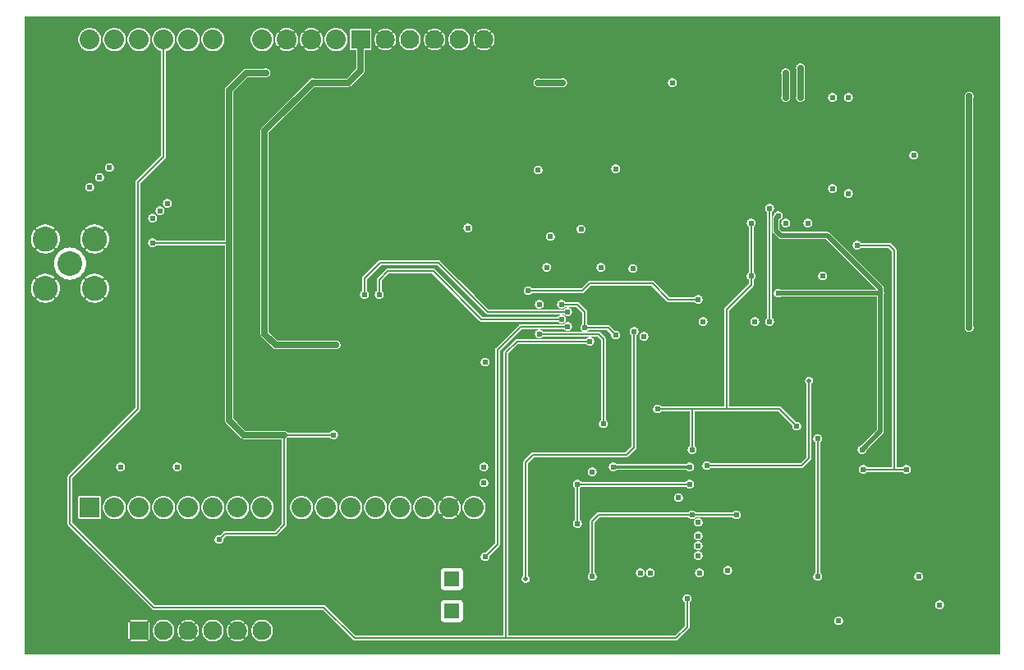
<source format=gbr>
G04 start of page 4 for group 2 idx 2 *
G04 Title: (unknown), gnd_bot *
G04 Creator: pcb 1.99z *
G04 CreationDate: Sat 25 Jul 2020 11:48:19 AM GMT UTC *
G04 For: mark *
G04 Format: Gerber/RS-274X *
G04 PCB-Dimensions (mil): 4300.00 3300.00 *
G04 PCB-Coordinate-Origin: lower left *
%MOIN*%
%FSLAX25Y25*%
%LNGROUP2*%
%ADD76C,0.1600*%
%ADD75C,0.0238*%
%ADD74C,0.1000*%
%ADD73C,0.0800*%
%ADD72C,0.0760*%
%ADD71C,0.0140*%
%ADD70C,0.0200*%
%ADD69C,0.0080*%
%ADD68C,0.0250*%
%ADD67C,0.0001*%
%ADD66C,0.0100*%
%ADD65C,0.1250*%
%ADD64C,0.0118*%
%ADD63C,0.0670*%
%ADD62C,0.0380*%
%ADD61C,0.0400*%
G54D61*G54D62*G54D61*G54D63*G54D61*G54D62*G54D64*G54D65*G54D64*G54D65*G54D64*G54D65*G54D64*G54D66*G54D64*G54D65*G54D64*G54D66*G54D64*G54D67*G36*
X242003Y161583D02*X244006Y159580D01*
Y154981D01*
X243951Y154947D01*
X243736Y154764D01*
X243553Y154549D01*
X243406Y154309D01*
X243298Y154049D01*
X243232Y153775D01*
X243210Y153494D01*
X243232Y153213D01*
X243298Y152939D01*
X243406Y152679D01*
X243553Y152439D01*
X243736Y152224D01*
X243951Y152041D01*
X244028Y151994D01*
X242003D01*
Y161583D01*
G37*
G36*
X401003Y279994D02*X413506D01*
Y20994D01*
X401003D01*
Y151699D01*
X401006Y151699D01*
X401287Y151721D01*
X401561Y151786D01*
X401821Y151894D01*
X402061Y152041D01*
X402276Y152224D01*
X402459Y152439D01*
X402606Y152679D01*
X402714Y152939D01*
X402779Y153213D01*
X402796Y153494D01*
X402779Y153775D01*
X402714Y154049D01*
X402656Y154188D01*
Y246800D01*
X402714Y246939D01*
X402779Y247213D01*
X402796Y247494D01*
X402779Y247775D01*
X402714Y248049D01*
X402606Y248309D01*
X402459Y248549D01*
X402276Y248764D01*
X402061Y248947D01*
X401821Y249094D01*
X401561Y249202D01*
X401287Y249268D01*
X401006Y249290D01*
X401003Y249289D01*
Y279994D01*
G37*
G36*
X341503Y189594D02*X342926D01*
X363571Y168949D01*
X341503Y168919D01*
Y172699D01*
X341506Y172699D01*
X341787Y172721D01*
X342061Y172786D01*
X342321Y172894D01*
X342561Y173041D01*
X342776Y173224D01*
X342959Y173439D01*
X343106Y173679D01*
X343214Y173939D01*
X343279Y174213D01*
X343296Y174494D01*
X343279Y174775D01*
X343214Y175049D01*
X343106Y175309D01*
X342959Y175549D01*
X342776Y175764D01*
X342561Y175947D01*
X342321Y176094D01*
X342061Y176202D01*
X341787Y176268D01*
X341506Y176290D01*
X341503Y176289D01*
Y189594D01*
G37*
G36*
X326503D02*X341503D01*
Y176289D01*
X341225Y176268D01*
X340951Y176202D01*
X340691Y176094D01*
X340451Y175947D01*
X340236Y175764D01*
X340053Y175549D01*
X339906Y175309D01*
X339798Y175049D01*
X339732Y174775D01*
X339710Y174494D01*
X339732Y174213D01*
X339798Y173939D01*
X339906Y173679D01*
X340053Y173439D01*
X340236Y173224D01*
X340451Y173041D01*
X340691Y172894D01*
X340951Y172786D01*
X341225Y172721D01*
X341503Y172699D01*
Y168919D01*
X326503Y168898D01*
Y189594D01*
G37*
G36*
X365503Y110011D02*X365957Y110465D01*
X365999Y110501D01*
X366142Y110668D01*
X366142Y110669D01*
X366257Y110857D01*
X366341Y111060D01*
X366393Y111274D01*
X366410Y111494D01*
X366406Y111549D01*
Y167147D01*
X366450Y167333D01*
X366467Y167553D01*
X366450Y167773D01*
X366406Y167954D01*
Y169439D01*
X366410Y169494D01*
X366393Y169714D01*
X366341Y169928D01*
X366257Y170132D01*
X366142Y170320D01*
X366142Y170320D01*
X365999Y170487D01*
X365957Y170523D01*
X365503Y170977D01*
Y185994D01*
X368092D01*
X369506Y184580D01*
Y96994D01*
X365503D01*
Y110011D01*
G37*
G36*
X389003Y279994D02*X401003D01*
Y249289D01*
X400725Y249268D01*
X400451Y249202D01*
X400191Y249094D01*
X399951Y248947D01*
X399736Y248764D01*
X399553Y248549D01*
X399406Y248309D01*
X399298Y248049D01*
X399232Y247775D01*
X399210Y247494D01*
X399232Y247213D01*
X399298Y246939D01*
X399356Y246800D01*
Y154188D01*
X399298Y154049D01*
X399232Y153775D01*
X399210Y153494D01*
X399232Y153213D01*
X399298Y152939D01*
X399406Y152679D01*
X399553Y152439D01*
X399736Y152224D01*
X399951Y152041D01*
X400191Y151894D01*
X400451Y151786D01*
X400725Y151721D01*
X401003Y151699D01*
Y20994D01*
X389003D01*
Y39199D01*
X389006Y39199D01*
X389287Y39221D01*
X389561Y39286D01*
X389821Y39394D01*
X390061Y39541D01*
X390276Y39724D01*
X390459Y39939D01*
X390606Y40179D01*
X390714Y40439D01*
X390779Y40713D01*
X390796Y40994D01*
X390779Y41275D01*
X390714Y41549D01*
X390606Y41809D01*
X390459Y42049D01*
X390276Y42264D01*
X390061Y42447D01*
X389821Y42594D01*
X389561Y42702D01*
X389287Y42768D01*
X389006Y42790D01*
X389003Y42789D01*
Y279994D01*
G37*
G36*
X380503D02*X389003D01*
Y42789D01*
X388725Y42768D01*
X388451Y42702D01*
X388191Y42594D01*
X387951Y42447D01*
X387736Y42264D01*
X387553Y42049D01*
X387406Y41809D01*
X387298Y41549D01*
X387232Y41275D01*
X387210Y40994D01*
X387232Y40713D01*
X387298Y40439D01*
X387406Y40179D01*
X387553Y39939D01*
X387736Y39724D01*
X387951Y39541D01*
X388191Y39394D01*
X388451Y39286D01*
X388725Y39221D01*
X389003Y39199D01*
Y20994D01*
X380503D01*
Y50699D01*
X380506Y50699D01*
X380787Y50721D01*
X381061Y50786D01*
X381321Y50894D01*
X381561Y51041D01*
X381776Y51224D01*
X381959Y51439D01*
X382106Y51679D01*
X382214Y51939D01*
X382279Y52213D01*
X382296Y52494D01*
X382279Y52775D01*
X382214Y53049D01*
X382106Y53309D01*
X381959Y53549D01*
X381776Y53764D01*
X381561Y53947D01*
X381321Y54094D01*
X381061Y54202D01*
X380787Y54268D01*
X380506Y54290D01*
X380503Y54289D01*
Y279994D01*
G37*
G36*
X378503D02*X380503D01*
Y54289D01*
X380225Y54268D01*
X379951Y54202D01*
X379691Y54094D01*
X379451Y53947D01*
X379236Y53764D01*
X379053Y53549D01*
X378906Y53309D01*
X378798Y53049D01*
X378732Y52775D01*
X378710Y52494D01*
X378732Y52213D01*
X378798Y51939D01*
X378906Y51679D01*
X379053Y51439D01*
X379236Y51224D01*
X379451Y51041D01*
X379691Y50894D01*
X379951Y50786D01*
X380225Y50721D01*
X380503Y50699D01*
Y20994D01*
X378503D01*
Y221699D01*
X378506Y221699D01*
X378787Y221721D01*
X379061Y221786D01*
X379321Y221894D01*
X379561Y222041D01*
X379776Y222224D01*
X379959Y222439D01*
X380106Y222679D01*
X380214Y222939D01*
X380279Y223213D01*
X380296Y223494D01*
X380279Y223775D01*
X380214Y224049D01*
X380106Y224309D01*
X379959Y224549D01*
X379776Y224764D01*
X379561Y224947D01*
X379321Y225094D01*
X379061Y225202D01*
X378787Y225268D01*
X378506Y225290D01*
X378503Y225289D01*
Y279994D01*
G37*
G36*
X365503D02*X378503D01*
Y225289D01*
X378225Y225268D01*
X377951Y225202D01*
X377691Y225094D01*
X377451Y224947D01*
X377236Y224764D01*
X377053Y224549D01*
X376906Y224309D01*
X376798Y224049D01*
X376732Y223775D01*
X376710Y223494D01*
X376732Y223213D01*
X376798Y222939D01*
X376906Y222679D01*
X377053Y222439D01*
X377236Y222224D01*
X377451Y222041D01*
X377691Y221894D01*
X377951Y221786D01*
X378225Y221721D01*
X378503Y221699D01*
Y20994D01*
X365503D01*
Y94994D01*
X370467D01*
X370506Y94991D01*
X370545Y94994D01*
X374019D01*
X374053Y94939D01*
X374236Y94724D01*
X374451Y94541D01*
X374691Y94394D01*
X374951Y94286D01*
X375225Y94221D01*
X375506Y94199D01*
X375787Y94221D01*
X376061Y94286D01*
X376321Y94394D01*
X376561Y94541D01*
X376776Y94724D01*
X376959Y94939D01*
X377106Y95179D01*
X377214Y95439D01*
X377279Y95713D01*
X377296Y95994D01*
X377279Y96275D01*
X377214Y96549D01*
X377106Y96809D01*
X376959Y97049D01*
X376776Y97264D01*
X376561Y97447D01*
X376321Y97594D01*
X376061Y97702D01*
X375787Y97768D01*
X375506Y97790D01*
X375225Y97768D01*
X374951Y97702D01*
X374691Y97594D01*
X374451Y97447D01*
X374236Y97264D01*
X374053Y97049D01*
X374019Y96994D01*
X371506D01*
Y184955D01*
X371509Y184994D01*
X371497Y185151D01*
X371460Y185304D01*
X371400Y185449D01*
X371317Y185584D01*
X371317Y185584D01*
X371215Y185703D01*
X371185Y185729D01*
X369241Y187674D01*
X369215Y187703D01*
X369096Y187806D01*
X369096Y187806D01*
X368961Y187888D01*
X368816Y187948D01*
X368663Y187985D01*
X368506Y187997D01*
X368467Y187994D01*
X365503D01*
Y279994D01*
G37*
G36*
Y20994D02*X348003D01*
Y32699D01*
X348006Y32699D01*
X348287Y32721D01*
X348561Y32786D01*
X348821Y32894D01*
X349061Y33041D01*
X349276Y33224D01*
X349459Y33439D01*
X349606Y33679D01*
X349714Y33939D01*
X349779Y34213D01*
X349796Y34494D01*
X349779Y34775D01*
X349714Y35049D01*
X349606Y35309D01*
X349459Y35549D01*
X349276Y35764D01*
X349061Y35947D01*
X348821Y36094D01*
X348561Y36202D01*
X348287Y36268D01*
X348006Y36290D01*
X348003Y36289D01*
Y166128D01*
X363606Y166149D01*
Y112074D01*
X357306Y105774D01*
X357225Y105768D01*
X356951Y105702D01*
X356691Y105594D01*
X356451Y105447D01*
X356236Y105264D01*
X356053Y105049D01*
X355906Y104809D01*
X355798Y104549D01*
X355732Y104275D01*
X355710Y103994D01*
X355732Y103713D01*
X355798Y103439D01*
X355906Y103179D01*
X356053Y102939D01*
X356236Y102724D01*
X356451Y102541D01*
X356691Y102394D01*
X356951Y102286D01*
X357225Y102221D01*
X357506Y102199D01*
X357787Y102221D01*
X358061Y102286D01*
X358321Y102394D01*
X358561Y102541D01*
X358776Y102724D01*
X358959Y102939D01*
X359106Y103179D01*
X359214Y103439D01*
X359279Y103713D01*
X359284Y103792D01*
X365503Y110011D01*
Y96994D01*
X359492D01*
X359459Y97049D01*
X359276Y97264D01*
X359061Y97447D01*
X358821Y97594D01*
X358561Y97702D01*
X358287Y97768D01*
X358006Y97790D01*
X357725Y97768D01*
X357451Y97702D01*
X357191Y97594D01*
X356951Y97447D01*
X356736Y97264D01*
X356553Y97049D01*
X356406Y96809D01*
X356298Y96549D01*
X356232Y96275D01*
X356210Y95994D01*
X356232Y95713D01*
X356298Y95439D01*
X356406Y95179D01*
X356553Y94939D01*
X356736Y94724D01*
X356951Y94541D01*
X357191Y94394D01*
X357451Y94286D01*
X357725Y94221D01*
X358006Y94199D01*
X358287Y94221D01*
X358561Y94286D01*
X358821Y94394D01*
X359061Y94541D01*
X359276Y94724D01*
X359459Y94939D01*
X359492Y94994D01*
X365503D01*
Y20994D01*
G37*
G36*
X348003D02*X339503D01*
Y50699D01*
X339506Y50699D01*
X339787Y50721D01*
X340061Y50786D01*
X340321Y50894D01*
X340561Y51041D01*
X340776Y51224D01*
X340959Y51439D01*
X341106Y51679D01*
X341214Y51939D01*
X341279Y52213D01*
X341296Y52494D01*
X341279Y52775D01*
X341214Y53049D01*
X341106Y53309D01*
X340959Y53549D01*
X340776Y53764D01*
X340561Y53947D01*
X340506Y53981D01*
Y107008D01*
X340561Y107041D01*
X340776Y107224D01*
X340959Y107439D01*
X341106Y107679D01*
X341214Y107939D01*
X341279Y108213D01*
X341296Y108494D01*
X341279Y108775D01*
X341214Y109049D01*
X341106Y109309D01*
X340959Y109549D01*
X340776Y109764D01*
X340561Y109947D01*
X340321Y110094D01*
X340061Y110202D01*
X339787Y110268D01*
X339506Y110290D01*
X339503Y110289D01*
Y166116D01*
X348003Y166128D01*
Y36289D01*
X347725Y36268D01*
X347451Y36202D01*
X347191Y36094D01*
X346951Y35947D01*
X346736Y35764D01*
X346553Y35549D01*
X346406Y35309D01*
X346298Y35049D01*
X346232Y34775D01*
X346210Y34494D01*
X346232Y34213D01*
X346298Y33939D01*
X346406Y33679D01*
X346553Y33439D01*
X346736Y33224D01*
X346951Y33041D01*
X347191Y32894D01*
X347451Y32786D01*
X347725Y32721D01*
X348003Y32699D01*
Y20994D01*
G37*
G36*
X352003Y279994D02*X365503D01*
Y187994D01*
X356992D01*
X356959Y188049D01*
X356776Y188264D01*
X356561Y188447D01*
X356321Y188594D01*
X356061Y188702D01*
X355787Y188768D01*
X355506Y188790D01*
X355225Y188768D01*
X354951Y188702D01*
X354691Y188594D01*
X354451Y188447D01*
X354236Y188264D01*
X354053Y188049D01*
X353906Y187809D01*
X353798Y187549D01*
X353732Y187275D01*
X353710Y186994D01*
X353732Y186713D01*
X353798Y186439D01*
X353906Y186179D01*
X354053Y185939D01*
X354236Y185724D01*
X354451Y185541D01*
X354691Y185394D01*
X354951Y185286D01*
X355225Y185221D01*
X355506Y185199D01*
X355787Y185221D01*
X356061Y185286D01*
X356321Y185394D01*
X356561Y185541D01*
X356776Y185724D01*
X356959Y185939D01*
X356992Y185994D01*
X365503D01*
Y170977D01*
X352003Y184477D01*
Y206199D01*
X352006Y206199D01*
X352287Y206221D01*
X352561Y206286D01*
X352821Y206394D01*
X353061Y206541D01*
X353276Y206724D01*
X353459Y206939D01*
X353606Y207179D01*
X353714Y207439D01*
X353779Y207713D01*
X353796Y207994D01*
X353779Y208275D01*
X353714Y208549D01*
X353606Y208809D01*
X353459Y209049D01*
X353276Y209264D01*
X353061Y209447D01*
X352821Y209594D01*
X352561Y209702D01*
X352287Y209768D01*
X352006Y209790D01*
X352003Y209789D01*
Y245199D01*
X352006Y245199D01*
X352287Y245221D01*
X352561Y245286D01*
X352821Y245394D01*
X353061Y245541D01*
X353276Y245724D01*
X353459Y245939D01*
X353606Y246179D01*
X353714Y246439D01*
X353779Y246713D01*
X353796Y246994D01*
X353779Y247275D01*
X353714Y247549D01*
X353606Y247809D01*
X353459Y248049D01*
X353276Y248264D01*
X353061Y248447D01*
X352821Y248594D01*
X352561Y248702D01*
X352287Y248768D01*
X352006Y248790D01*
X352003Y248789D01*
Y279994D01*
G37*
G36*
X345503D02*X352003D01*
Y248789D01*
X351725Y248768D01*
X351451Y248702D01*
X351191Y248594D01*
X350951Y248447D01*
X350736Y248264D01*
X350553Y248049D01*
X350406Y247809D01*
X350298Y247549D01*
X350232Y247275D01*
X350210Y246994D01*
X350232Y246713D01*
X350298Y246439D01*
X350406Y246179D01*
X350553Y245939D01*
X350736Y245724D01*
X350951Y245541D01*
X351191Y245394D01*
X351451Y245286D01*
X351725Y245221D01*
X352003Y245199D01*
Y209789D01*
X351725Y209768D01*
X351451Y209702D01*
X351191Y209594D01*
X350951Y209447D01*
X350736Y209264D01*
X350553Y209049D01*
X350406Y208809D01*
X350298Y208549D01*
X350232Y208275D01*
X350210Y207994D01*
X350232Y207713D01*
X350298Y207439D01*
X350406Y207179D01*
X350553Y206939D01*
X350736Y206724D01*
X350951Y206541D01*
X351191Y206394D01*
X351451Y206286D01*
X351725Y206221D01*
X352003Y206199D01*
Y184477D01*
X345503Y190977D01*
Y208199D01*
X345506Y208199D01*
X345787Y208221D01*
X346061Y208286D01*
X346321Y208394D01*
X346561Y208541D01*
X346776Y208724D01*
X346959Y208939D01*
X347106Y209179D01*
X347214Y209439D01*
X347279Y209713D01*
X347296Y209994D01*
X347279Y210275D01*
X347214Y210549D01*
X347106Y210809D01*
X346959Y211049D01*
X346776Y211264D01*
X346561Y211447D01*
X346321Y211594D01*
X346061Y211702D01*
X345787Y211768D01*
X345506Y211790D01*
X345503Y211789D01*
Y245199D01*
X345506Y245199D01*
X345787Y245221D01*
X346061Y245286D01*
X346321Y245394D01*
X346561Y245541D01*
X346776Y245724D01*
X346959Y245939D01*
X347106Y246179D01*
X347214Y246439D01*
X347279Y246713D01*
X347296Y246994D01*
X347279Y247275D01*
X347214Y247549D01*
X347106Y247809D01*
X346959Y248049D01*
X346776Y248264D01*
X346561Y248447D01*
X346321Y248594D01*
X346061Y248702D01*
X345787Y248768D01*
X345506Y248790D01*
X345503Y248789D01*
Y279994D01*
G37*
G36*
X339503D02*X345503D01*
Y248789D01*
X345225Y248768D01*
X344951Y248702D01*
X344691Y248594D01*
X344451Y248447D01*
X344236Y248264D01*
X344053Y248049D01*
X343906Y247809D01*
X343798Y247549D01*
X343732Y247275D01*
X343710Y246994D01*
X343732Y246713D01*
X343798Y246439D01*
X343906Y246179D01*
X344053Y245939D01*
X344236Y245724D01*
X344451Y245541D01*
X344691Y245394D01*
X344951Y245286D01*
X345225Y245221D01*
X345503Y245199D01*
Y211789D01*
X345225Y211768D01*
X344951Y211702D01*
X344691Y211594D01*
X344451Y211447D01*
X344236Y211264D01*
X344053Y211049D01*
X343906Y210809D01*
X343798Y210549D01*
X343732Y210275D01*
X343710Y209994D01*
X343732Y209713D01*
X343798Y209439D01*
X343906Y209179D01*
X344053Y208939D01*
X344236Y208724D01*
X344451Y208541D01*
X344691Y208394D01*
X344951Y208286D01*
X345225Y208221D01*
X345503Y208199D01*
Y190977D01*
X344535Y191945D01*
X344499Y191987D01*
X344331Y192130D01*
X344143Y192245D01*
X343940Y192330D01*
X343726Y192381D01*
X343506Y192398D01*
X343451Y192394D01*
X339503D01*
Y279994D01*
G37*
G36*
Y20994D02*X332503D01*
Y96494D01*
X332967D01*
X333006Y96491D01*
X333162Y96503D01*
X333163Y96503D01*
X333316Y96540D01*
X333461Y96600D01*
X333596Y96683D01*
X333715Y96785D01*
X333741Y96815D01*
X336685Y99759D01*
X336715Y99785D01*
X336817Y99904D01*
X336817Y99904D01*
X336900Y100039D01*
X336960Y100184D01*
X336997Y100337D01*
X337009Y100494D01*
X337006Y100533D01*
Y130744D01*
X337141Y130859D01*
X337304Y131051D01*
X337436Y131265D01*
X337532Y131498D01*
X337591Y131743D01*
X337606Y131994D01*
X337591Y132245D01*
X337532Y132490D01*
X337436Y132723D01*
X337304Y132937D01*
X337141Y133129D01*
X336949Y133293D01*
X336735Y133424D01*
X336502Y133520D01*
X336257Y133579D01*
X336006Y133599D01*
X335755Y133579D01*
X335510Y133520D01*
X335277Y133424D01*
X335063Y133293D01*
X334871Y133129D01*
X334707Y132937D01*
X334576Y132723D01*
X334480Y132490D01*
X334421Y132245D01*
X334401Y131994D01*
X334421Y131743D01*
X334480Y131498D01*
X334576Y131265D01*
X334707Y131051D01*
X334871Y130859D01*
X335006Y130744D01*
Y100908D01*
X332592Y98494D01*
X332503D01*
Y112512D01*
X332606Y112679D01*
X332714Y112939D01*
X332779Y113213D01*
X332796Y113494D01*
X332779Y113775D01*
X332714Y114049D01*
X332606Y114309D01*
X332503Y114477D01*
Y166106D01*
X339503Y166116D01*
Y110289D01*
X339225Y110268D01*
X338951Y110202D01*
X338691Y110094D01*
X338451Y109947D01*
X338236Y109764D01*
X338053Y109549D01*
X337906Y109309D01*
X337798Y109049D01*
X337732Y108775D01*
X337710Y108494D01*
X337732Y108213D01*
X337798Y107939D01*
X337906Y107679D01*
X338053Y107439D01*
X338236Y107224D01*
X338451Y107041D01*
X338506Y107008D01*
Y53981D01*
X338451Y53947D01*
X338236Y53764D01*
X338053Y53549D01*
X337906Y53309D01*
X337798Y53049D01*
X337732Y52775D01*
X337710Y52494D01*
X337732Y52213D01*
X337798Y51939D01*
X337906Y51679D01*
X338053Y51439D01*
X338236Y51224D01*
X338451Y51041D01*
X338691Y50894D01*
X338951Y50786D01*
X339225Y50721D01*
X339503Y50699D01*
Y20994D01*
G37*
G36*
X335503Y279994D02*X339503D01*
Y192394D01*
X335503D01*
Y194199D01*
X335506Y194199D01*
X335787Y194221D01*
X336061Y194286D01*
X336321Y194394D01*
X336561Y194541D01*
X336776Y194724D01*
X336959Y194939D01*
X337106Y195179D01*
X337214Y195439D01*
X337279Y195713D01*
X337296Y195994D01*
X337279Y196275D01*
X337214Y196549D01*
X337106Y196809D01*
X336959Y197049D01*
X336776Y197264D01*
X336561Y197447D01*
X336321Y197594D01*
X336061Y197702D01*
X335787Y197768D01*
X335506Y197790D01*
X335503Y197789D01*
Y279994D01*
G37*
G36*
X332503D02*X335503D01*
Y197789D01*
X335225Y197768D01*
X334951Y197702D01*
X334691Y197594D01*
X334451Y197447D01*
X334236Y197264D01*
X334053Y197049D01*
X333906Y196809D01*
X333798Y196549D01*
X333732Y196275D01*
X333710Y195994D01*
X333732Y195713D01*
X333798Y195439D01*
X333906Y195179D01*
X334053Y194939D01*
X334236Y194724D01*
X334451Y194541D01*
X334691Y194394D01*
X334951Y194286D01*
X335225Y194221D01*
X335503Y194199D01*
Y192394D01*
X332503D01*
Y245199D01*
X332506Y245199D01*
X332787Y245221D01*
X333061Y245286D01*
X333321Y245394D01*
X333561Y245541D01*
X333776Y245724D01*
X333959Y245939D01*
X334106Y246179D01*
X334214Y246439D01*
X334279Y246713D01*
X334296Y246994D01*
X334279Y247275D01*
X334214Y247549D01*
X334156Y247688D01*
Y258300D01*
X334214Y258439D01*
X334279Y258713D01*
X334296Y258994D01*
X334279Y259275D01*
X334214Y259549D01*
X334106Y259809D01*
X333959Y260049D01*
X333776Y260264D01*
X333561Y260447D01*
X333321Y260594D01*
X333061Y260702D01*
X332787Y260768D01*
X332506Y260790D01*
X332503Y260789D01*
Y279994D01*
G37*
G36*
Y114477D02*X332459Y114549D01*
X332276Y114764D01*
X332061Y114947D01*
X331821Y115094D01*
X331561Y115202D01*
X331287Y115268D01*
X331006Y115290D01*
X330725Y115268D01*
X330662Y115252D01*
X326503Y119411D01*
Y166098D01*
X332503Y166106D01*
Y114477D01*
G37*
G36*
Y98494D02*X326503D01*
Y116583D01*
X329248Y113838D01*
X329232Y113775D01*
X329210Y113494D01*
X329232Y113213D01*
X329298Y112939D01*
X329406Y112679D01*
X329553Y112439D01*
X329736Y112224D01*
X329951Y112041D01*
X330191Y111894D01*
X330451Y111786D01*
X330725Y111721D01*
X331006Y111699D01*
X331287Y111721D01*
X331561Y111786D01*
X331821Y111894D01*
X332061Y112041D01*
X332276Y112224D01*
X332459Y112439D01*
X332503Y112512D01*
Y98494D01*
G37*
G36*
Y20994D02*X326503D01*
Y96494D01*
X332503D01*
Y20994D01*
G37*
G36*
X326503Y279994D02*X332503D01*
Y260789D01*
X332225Y260768D01*
X331951Y260702D01*
X331691Y260594D01*
X331451Y260447D01*
X331236Y260264D01*
X331053Y260049D01*
X330906Y259809D01*
X330798Y259549D01*
X330732Y259275D01*
X330710Y258994D01*
X330732Y258713D01*
X330798Y258439D01*
X330856Y258300D01*
Y247688D01*
X330798Y247549D01*
X330732Y247275D01*
X330710Y246994D01*
X330732Y246713D01*
X330798Y246439D01*
X330906Y246179D01*
X331053Y245939D01*
X331236Y245724D01*
X331451Y245541D01*
X331691Y245394D01*
X331951Y245286D01*
X332225Y245221D01*
X332503Y245199D01*
Y192394D01*
X326503D01*
Y194199D01*
X326506Y194199D01*
X326787Y194221D01*
X327061Y194286D01*
X327321Y194394D01*
X327561Y194541D01*
X327776Y194724D01*
X327959Y194939D01*
X328106Y195179D01*
X328214Y195439D01*
X328279Y195713D01*
X328296Y195994D01*
X328279Y196275D01*
X328214Y196549D01*
X328106Y196809D01*
X327959Y197049D01*
X327776Y197264D01*
X327561Y197447D01*
X327321Y197594D01*
X327061Y197702D01*
X326787Y197768D01*
X326506Y197790D01*
X326503Y197789D01*
Y245199D01*
X326506Y245199D01*
X326787Y245221D01*
X327061Y245286D01*
X327321Y245394D01*
X327561Y245541D01*
X327776Y245724D01*
X327959Y245939D01*
X328106Y246179D01*
X328214Y246439D01*
X328279Y246713D01*
X328296Y246994D01*
X328279Y247275D01*
X328214Y247549D01*
X328156Y247688D01*
Y256300D01*
X328214Y256439D01*
X328279Y256713D01*
X328296Y256994D01*
X328279Y257275D01*
X328214Y257549D01*
X328106Y257809D01*
X327959Y258049D01*
X327776Y258264D01*
X327561Y258447D01*
X327321Y258594D01*
X327061Y258702D01*
X326787Y258768D01*
X326506Y258790D01*
X326503Y258789D01*
Y279994D01*
G37*
G36*
Y98494D02*X320003D01*
Y119494D01*
X323592D01*
X326503Y116583D01*
Y98494D01*
G37*
G36*
Y20994D02*X320003D01*
Y96494D01*
X326503D01*
Y20994D01*
G37*
G36*
X320003Y279994D02*X326503D01*
Y258789D01*
X326225Y258768D01*
X325951Y258702D01*
X325691Y258594D01*
X325451Y258447D01*
X325236Y258264D01*
X325053Y258049D01*
X324906Y257809D01*
X324798Y257549D01*
X324732Y257275D01*
X324710Y256994D01*
X324732Y256713D01*
X324798Y256439D01*
X324856Y256300D01*
Y247688D01*
X324798Y247549D01*
X324732Y247275D01*
X324710Y246994D01*
X324732Y246713D01*
X324798Y246439D01*
X324906Y246179D01*
X325053Y245939D01*
X325236Y245724D01*
X325451Y245541D01*
X325691Y245394D01*
X325951Y245286D01*
X326225Y245221D01*
X326503Y245199D01*
Y197789D01*
X326225Y197768D01*
X325951Y197702D01*
X325691Y197594D01*
X325451Y197447D01*
X325236Y197264D01*
X325053Y197049D01*
X324906Y196809D01*
X324798Y196549D01*
X324732Y196275D01*
X324710Y195994D01*
X324732Y195713D01*
X324798Y195439D01*
X324906Y195179D01*
X325053Y194939D01*
X325236Y194724D01*
X325451Y194541D01*
X325691Y194394D01*
X325951Y194286D01*
X326225Y194221D01*
X326503Y194199D01*
Y192394D01*
X325086D01*
X323906Y193574D01*
Y197249D01*
X324061Y197286D01*
X324321Y197394D01*
X324561Y197541D01*
X324776Y197724D01*
X324959Y197939D01*
X325106Y198179D01*
X325214Y198439D01*
X325279Y198713D01*
X325296Y198994D01*
X325279Y199275D01*
X325214Y199549D01*
X325106Y199809D01*
X324959Y200049D01*
X324776Y200264D01*
X324561Y200447D01*
X324321Y200594D01*
X324061Y200702D01*
X323787Y200768D01*
X323506Y200790D01*
X323225Y200768D01*
X322951Y200702D01*
X322691Y200594D01*
X322451Y200447D01*
X322236Y200264D01*
X322053Y200049D01*
X321906Y199809D01*
X321798Y199549D01*
X321732Y199275D01*
X321726Y199194D01*
X321555Y199023D01*
X321513Y198987D01*
X321370Y198820D01*
X321255Y198632D01*
X321170Y198428D01*
X321119Y198214D01*
X321119Y198214D01*
X321102Y197994D01*
X321106Y197939D01*
Y193049D01*
X321102Y192994D01*
X321119Y192774D01*
X321170Y192560D01*
X321255Y192357D01*
X321370Y192169D01*
X321370Y192169D01*
X321513Y192001D01*
X321555Y191965D01*
X323477Y190043D01*
X323513Y190001D01*
X323680Y189858D01*
X323680Y189858D01*
X323868Y189743D01*
X324072Y189659D01*
X324286Y189607D01*
X324506Y189590D01*
X324561Y189594D01*
X326503D01*
Y168898D01*
X324621Y168896D01*
X324561Y168947D01*
X324321Y169094D01*
X324061Y169202D01*
X323787Y169268D01*
X323506Y169290D01*
X323225Y169268D01*
X322951Y169202D01*
X322691Y169094D01*
X322451Y168947D01*
X322236Y168764D01*
X322053Y168549D01*
X321906Y168309D01*
X321798Y168049D01*
X321732Y167775D01*
X321710Y167494D01*
X321732Y167213D01*
X321798Y166939D01*
X321906Y166679D01*
X322053Y166439D01*
X322236Y166224D01*
X322451Y166041D01*
X322691Y165894D01*
X322951Y165786D01*
X323225Y165721D01*
X323506Y165699D01*
X323787Y165721D01*
X324061Y165786D01*
X324321Y165894D01*
X324561Y166041D01*
X324625Y166096D01*
X326503Y166098D01*
Y119411D01*
X324741Y121174D01*
X324715Y121203D01*
X324596Y121306D01*
X324596Y121306D01*
X324461Y121388D01*
X324316Y121448D01*
X324163Y121485D01*
X324006Y121497D01*
X323967Y121494D01*
X320003D01*
Y154199D01*
X320006Y154199D01*
X320287Y154221D01*
X320561Y154286D01*
X320821Y154394D01*
X321061Y154541D01*
X321276Y154724D01*
X321459Y154939D01*
X321606Y155179D01*
X321714Y155439D01*
X321779Y155713D01*
X321796Y155994D01*
X321779Y156275D01*
X321714Y156549D01*
X321606Y156809D01*
X321459Y157049D01*
X321276Y157264D01*
X321061Y157447D01*
X321006Y157481D01*
Y200508D01*
X321061Y200541D01*
X321276Y200724D01*
X321459Y200939D01*
X321606Y201179D01*
X321714Y201439D01*
X321779Y201713D01*
X321796Y201994D01*
X321779Y202275D01*
X321714Y202549D01*
X321606Y202809D01*
X321459Y203049D01*
X321276Y203264D01*
X321061Y203447D01*
X320821Y203594D01*
X320561Y203702D01*
X320287Y203768D01*
X320006Y203790D01*
X320003Y203789D01*
Y279994D01*
G37*
G36*
Y98494D02*X302753D01*
Y119494D01*
X320003D01*
Y98494D01*
G37*
G36*
Y20994D02*X302753D01*
Y53218D01*
X303006Y53199D01*
X303287Y53221D01*
X303561Y53286D01*
X303821Y53394D01*
X304061Y53541D01*
X304276Y53724D01*
X304459Y53939D01*
X304606Y54179D01*
X304714Y54439D01*
X304779Y54713D01*
X304796Y54994D01*
X304779Y55275D01*
X304714Y55549D01*
X304606Y55809D01*
X304459Y56049D01*
X304276Y56264D01*
X304061Y56447D01*
X303821Y56594D01*
X303561Y56702D01*
X303287Y56768D01*
X303006Y56790D01*
X302753Y56770D01*
Y76494D01*
X305019D01*
X305053Y76439D01*
X305236Y76224D01*
X305451Y76041D01*
X305691Y75894D01*
X305951Y75786D01*
X306225Y75721D01*
X306506Y75699D01*
X306787Y75721D01*
X307061Y75786D01*
X307321Y75894D01*
X307561Y76041D01*
X307776Y76224D01*
X307959Y76439D01*
X308106Y76679D01*
X308214Y76939D01*
X308279Y77213D01*
X308296Y77494D01*
X308279Y77775D01*
X308214Y78049D01*
X308106Y78309D01*
X307959Y78549D01*
X307776Y78764D01*
X307561Y78947D01*
X307321Y79094D01*
X307061Y79202D01*
X306787Y79268D01*
X306506Y79290D01*
X306225Y79268D01*
X305951Y79202D01*
X305691Y79094D01*
X305451Y78947D01*
X305236Y78764D01*
X305053Y78549D01*
X305019Y78494D01*
X302753D01*
Y96494D01*
X320003D01*
Y20994D01*
G37*
G36*
X314003Y279994D02*X320003D01*
Y203789D01*
X319725Y203768D01*
X319451Y203702D01*
X319191Y203594D01*
X318951Y203447D01*
X318736Y203264D01*
X318553Y203049D01*
X318406Y202809D01*
X318298Y202549D01*
X318232Y202275D01*
X318210Y201994D01*
X318232Y201713D01*
X318298Y201439D01*
X318406Y201179D01*
X318553Y200939D01*
X318736Y200724D01*
X318951Y200541D01*
X319006Y200508D01*
Y157481D01*
X318951Y157447D01*
X318736Y157264D01*
X318553Y157049D01*
X318406Y156809D01*
X318298Y156549D01*
X318232Y156275D01*
X318210Y155994D01*
X318232Y155713D01*
X318298Y155439D01*
X318406Y155179D01*
X318553Y154939D01*
X318736Y154724D01*
X318951Y154541D01*
X319191Y154394D01*
X319451Y154286D01*
X319725Y154221D01*
X320003Y154199D01*
Y121494D01*
X314003D01*
Y154199D01*
X314006Y154199D01*
X314287Y154221D01*
X314561Y154286D01*
X314821Y154394D01*
X315061Y154541D01*
X315276Y154724D01*
X315459Y154939D01*
X315606Y155179D01*
X315714Y155439D01*
X315779Y155713D01*
X315796Y155994D01*
X315779Y156275D01*
X315714Y156549D01*
X315606Y156809D01*
X315459Y157049D01*
X315276Y157264D01*
X315061Y157447D01*
X314821Y157594D01*
X314561Y157702D01*
X314287Y157768D01*
X314006Y157790D01*
X314003Y157789D01*
Y173512D01*
X314106Y173679D01*
X314214Y173939D01*
X314279Y174213D01*
X314296Y174494D01*
X314279Y174775D01*
X314214Y175049D01*
X314106Y175309D01*
X314003Y175477D01*
Y195012D01*
X314106Y195179D01*
X314214Y195439D01*
X314279Y195713D01*
X314296Y195994D01*
X314279Y196275D01*
X314214Y196549D01*
X314106Y196809D01*
X314003Y196977D01*
Y279994D01*
G37*
G36*
Y175477D02*X313959Y175549D01*
X313776Y175764D01*
X313561Y175947D01*
X313506Y175981D01*
Y194508D01*
X313561Y194541D01*
X313776Y194724D01*
X313959Y194939D01*
X314003Y195012D01*
Y175477D01*
G37*
G36*
Y121494D02*X303506D01*
Y160580D01*
X313185Y170259D01*
X313215Y170285D01*
X313317Y170404D01*
X313317Y170404D01*
X313400Y170539D01*
X313460Y170684D01*
X313497Y170837D01*
X313509Y170994D01*
X313506Y171033D01*
Y173008D01*
X313561Y173041D01*
X313776Y173224D01*
X313959Y173439D01*
X314003Y173512D01*
Y157789D01*
X313725Y157768D01*
X313451Y157702D01*
X313191Y157594D01*
X312951Y157447D01*
X312736Y157264D01*
X312553Y157049D01*
X312406Y156809D01*
X312298Y156549D01*
X312232Y156275D01*
X312210Y155994D01*
X312232Y155713D01*
X312298Y155439D01*
X312406Y155179D01*
X312553Y154939D01*
X312736Y154724D01*
X312951Y154541D01*
X313191Y154394D01*
X313451Y154286D01*
X313725Y154221D01*
X314003Y154199D01*
Y121494D01*
G37*
G36*
X302753Y279994D02*X314003D01*
Y196977D01*
X313959Y197049D01*
X313776Y197264D01*
X313561Y197447D01*
X313321Y197594D01*
X313061Y197702D01*
X312787Y197768D01*
X312506Y197790D01*
X312225Y197768D01*
X311951Y197702D01*
X311691Y197594D01*
X311451Y197447D01*
X311236Y197264D01*
X311053Y197049D01*
X310906Y196809D01*
X310798Y196549D01*
X310732Y196275D01*
X310710Y195994D01*
X310732Y195713D01*
X310798Y195439D01*
X310906Y195179D01*
X311053Y194939D01*
X311236Y194724D01*
X311451Y194541D01*
X311506Y194508D01*
Y175981D01*
X311451Y175947D01*
X311236Y175764D01*
X311053Y175549D01*
X310906Y175309D01*
X310798Y175049D01*
X310732Y174775D01*
X310710Y174494D01*
X310732Y174213D01*
X310798Y173939D01*
X310906Y173679D01*
X311053Y173439D01*
X311236Y173224D01*
X311451Y173041D01*
X311506Y173008D01*
Y171408D01*
X302753Y162656D01*
Y279994D01*
G37*
G36*
X291503Y76494D02*X302753D01*
Y56770D01*
X302725Y56768D01*
X302451Y56702D01*
X302191Y56594D01*
X301951Y56447D01*
X301736Y56264D01*
X301553Y56049D01*
X301406Y55809D01*
X301298Y55549D01*
X301232Y55275D01*
X301210Y54994D01*
X301232Y54713D01*
X301298Y54439D01*
X301406Y54179D01*
X301553Y53939D01*
X301736Y53724D01*
X301951Y53541D01*
X302191Y53394D01*
X302451Y53286D01*
X302725Y53221D01*
X302753Y53218D01*
Y20994D01*
X291503D01*
Y52199D01*
X291506Y52199D01*
X291787Y52221D01*
X292061Y52286D01*
X292321Y52394D01*
X292561Y52541D01*
X292776Y52724D01*
X292959Y52939D01*
X293106Y53179D01*
X293214Y53439D01*
X293279Y53713D01*
X293296Y53994D01*
X293279Y54275D01*
X293214Y54549D01*
X293106Y54809D01*
X292959Y55049D01*
X292776Y55264D01*
X292561Y55447D01*
X292321Y55594D01*
X292061Y55702D01*
X291787Y55768D01*
X291506Y55790D01*
X291503Y55789D01*
Y59273D01*
X291561Y59286D01*
X291821Y59394D01*
X292061Y59541D01*
X292276Y59724D01*
X292459Y59939D01*
X292606Y60179D01*
X292714Y60439D01*
X292779Y60713D01*
X292796Y60994D01*
X292779Y61275D01*
X292714Y61549D01*
X292606Y61809D01*
X292459Y62049D01*
X292276Y62264D01*
X292061Y62447D01*
X291821Y62594D01*
X291561Y62702D01*
X291503Y62716D01*
Y63273D01*
X291561Y63286D01*
X291821Y63394D01*
X292061Y63541D01*
X292276Y63724D01*
X292459Y63939D01*
X292606Y64179D01*
X292714Y64439D01*
X292779Y64713D01*
X292796Y64994D01*
X292779Y65275D01*
X292714Y65549D01*
X292606Y65809D01*
X292459Y66049D01*
X292276Y66264D01*
X292061Y66447D01*
X291821Y66594D01*
X291561Y66702D01*
X291503Y66716D01*
Y67273D01*
X291561Y67286D01*
X291821Y67394D01*
X292061Y67541D01*
X292276Y67724D01*
X292459Y67939D01*
X292606Y68179D01*
X292714Y68439D01*
X292779Y68713D01*
X292796Y68994D01*
X292779Y69275D01*
X292714Y69549D01*
X292606Y69809D01*
X292459Y70049D01*
X292276Y70264D01*
X292061Y70447D01*
X291821Y70594D01*
X291561Y70702D01*
X291503Y70716D01*
Y72773D01*
X291561Y72786D01*
X291821Y72894D01*
X292061Y73041D01*
X292276Y73224D01*
X292459Y73439D01*
X292606Y73679D01*
X292714Y73939D01*
X292779Y74213D01*
X292796Y74494D01*
X292779Y74775D01*
X292714Y75049D01*
X292606Y75309D01*
X292459Y75549D01*
X292276Y75764D01*
X292061Y75947D01*
X291821Y76094D01*
X291561Y76202D01*
X291503Y76216D01*
Y76494D01*
G37*
G36*
X272003D02*X287019D01*
X287053Y76439D01*
X287236Y76224D01*
X287451Y76041D01*
X287691Y75894D01*
X287951Y75786D01*
X288225Y75721D01*
X288506Y75699D01*
X288787Y75721D01*
X289061Y75786D01*
X289321Y75894D01*
X289561Y76041D01*
X289776Y76224D01*
X289959Y76439D01*
X289992Y76494D01*
X291503D01*
Y76216D01*
X291287Y76268D01*
X291006Y76290D01*
X290725Y76268D01*
X290451Y76202D01*
X290191Y76094D01*
X289951Y75947D01*
X289736Y75764D01*
X289553Y75549D01*
X289406Y75309D01*
X289298Y75049D01*
X289232Y74775D01*
X289210Y74494D01*
X289232Y74213D01*
X289298Y73939D01*
X289406Y73679D01*
X289553Y73439D01*
X289736Y73224D01*
X289951Y73041D01*
X290191Y72894D01*
X290451Y72786D01*
X290725Y72721D01*
X291006Y72699D01*
X291287Y72721D01*
X291503Y72773D01*
Y70716D01*
X291287Y70768D01*
X291006Y70790D01*
X290725Y70768D01*
X290451Y70702D01*
X290191Y70594D01*
X289951Y70447D01*
X289736Y70264D01*
X289553Y70049D01*
X289406Y69809D01*
X289298Y69549D01*
X289232Y69275D01*
X289210Y68994D01*
X289232Y68713D01*
X289298Y68439D01*
X289406Y68179D01*
X289553Y67939D01*
X289736Y67724D01*
X289951Y67541D01*
X290191Y67394D01*
X290451Y67286D01*
X290725Y67221D01*
X291006Y67199D01*
X291287Y67221D01*
X291503Y67273D01*
Y66716D01*
X291287Y66768D01*
X291006Y66790D01*
X290725Y66768D01*
X290451Y66702D01*
X290191Y66594D01*
X289951Y66447D01*
X289736Y66264D01*
X289553Y66049D01*
X289406Y65809D01*
X289298Y65549D01*
X289232Y65275D01*
X289210Y64994D01*
X289232Y64713D01*
X289298Y64439D01*
X289406Y64179D01*
X289553Y63939D01*
X289736Y63724D01*
X289951Y63541D01*
X290191Y63394D01*
X290451Y63286D01*
X290725Y63221D01*
X291006Y63199D01*
X291287Y63221D01*
X291503Y63273D01*
Y62716D01*
X291287Y62768D01*
X291006Y62790D01*
X290725Y62768D01*
X290451Y62702D01*
X290191Y62594D01*
X289951Y62447D01*
X289736Y62264D01*
X289553Y62049D01*
X289406Y61809D01*
X289298Y61549D01*
X289232Y61275D01*
X289210Y60994D01*
X289232Y60713D01*
X289298Y60439D01*
X289406Y60179D01*
X289553Y59939D01*
X289736Y59724D01*
X289951Y59541D01*
X290191Y59394D01*
X290451Y59286D01*
X290725Y59221D01*
X291006Y59199D01*
X291287Y59221D01*
X291503Y59273D01*
Y55789D01*
X291225Y55768D01*
X290951Y55702D01*
X290691Y55594D01*
X290451Y55447D01*
X290236Y55264D01*
X290053Y55049D01*
X289906Y54809D01*
X289798Y54549D01*
X289732Y54275D01*
X289710Y53994D01*
X289732Y53713D01*
X289798Y53439D01*
X289906Y53179D01*
X290053Y52939D01*
X290236Y52724D01*
X290451Y52541D01*
X290691Y52394D01*
X290951Y52286D01*
X291225Y52221D01*
X291503Y52199D01*
Y20994D01*
X272003D01*
Y26494D01*
X281967D01*
X282006Y26491D01*
X282163Y26503D01*
X282163Y26503D01*
X282316Y26540D01*
X282461Y26600D01*
X282596Y26683D01*
X282715Y26785D01*
X282741Y26815D01*
X287185Y31259D01*
X287215Y31285D01*
X287317Y31404D01*
X287317Y31404D01*
X287400Y31539D01*
X287460Y31684D01*
X287497Y31837D01*
X287509Y31994D01*
X287506Y32033D01*
Y42008D01*
X287561Y42041D01*
X287776Y42224D01*
X287959Y42439D01*
X288106Y42679D01*
X288214Y42939D01*
X288279Y43213D01*
X288296Y43494D01*
X288279Y43775D01*
X288214Y44049D01*
X288106Y44309D01*
X287959Y44549D01*
X287776Y44764D01*
X287561Y44947D01*
X287321Y45094D01*
X287061Y45202D01*
X286787Y45268D01*
X286506Y45290D01*
X286225Y45268D01*
X285951Y45202D01*
X285691Y45094D01*
X285451Y44947D01*
X285236Y44764D01*
X285053Y44549D01*
X284906Y44309D01*
X284798Y44049D01*
X284732Y43775D01*
X284710Y43494D01*
X284732Y43213D01*
X284798Y42939D01*
X284906Y42679D01*
X285053Y42439D01*
X285236Y42224D01*
X285451Y42041D01*
X285506Y42008D01*
Y32408D01*
X281592Y28494D01*
X272003D01*
Y52273D01*
X272061Y52286D01*
X272321Y52394D01*
X272561Y52541D01*
X272776Y52724D01*
X272959Y52939D01*
X273106Y53179D01*
X273214Y53439D01*
X273279Y53713D01*
X273296Y53994D01*
X273279Y54275D01*
X273214Y54549D01*
X273106Y54809D01*
X272959Y55049D01*
X272776Y55264D01*
X272561Y55447D01*
X272321Y55594D01*
X272061Y55702D01*
X272003Y55716D01*
Y76494D01*
G37*
G36*
X283003Y119494D02*X287506D01*
Y105481D01*
X287451Y105447D01*
X287236Y105264D01*
X287053Y105049D01*
X286906Y104809D01*
X286798Y104549D01*
X286732Y104275D01*
X286710Y103994D01*
X286732Y103713D01*
X286798Y103439D01*
X286906Y103179D01*
X287053Y102939D01*
X287236Y102724D01*
X287451Y102541D01*
X287691Y102394D01*
X287951Y102286D01*
X288225Y102221D01*
X288506Y102199D01*
X288787Y102221D01*
X289061Y102286D01*
X289321Y102394D01*
X289561Y102541D01*
X289776Y102724D01*
X289959Y102939D01*
X290106Y103179D01*
X290214Y103439D01*
X290279Y103713D01*
X290296Y103994D01*
X290279Y104275D01*
X290214Y104549D01*
X290106Y104809D01*
X289959Y105049D01*
X289776Y105264D01*
X289561Y105447D01*
X289506Y105481D01*
Y119494D01*
X302467D01*
X302506Y119491D01*
X302545Y119494D01*
X302753D01*
Y98494D01*
X295992D01*
X295959Y98549D01*
X295776Y98764D01*
X295561Y98947D01*
X295321Y99094D01*
X295061Y99202D01*
X294787Y99268D01*
X294506Y99290D01*
X294225Y99268D01*
X293951Y99202D01*
X293691Y99094D01*
X293451Y98947D01*
X293236Y98764D01*
X293053Y98549D01*
X292906Y98309D01*
X292798Y98049D01*
X292732Y97775D01*
X292710Y97494D01*
X292732Y97213D01*
X292798Y96939D01*
X292906Y96679D01*
X293053Y96439D01*
X293236Y96224D01*
X293451Y96041D01*
X293691Y95894D01*
X293951Y95786D01*
X294225Y95721D01*
X294506Y95699D01*
X294787Y95721D01*
X295061Y95786D01*
X295321Y95894D01*
X295561Y96041D01*
X295776Y96224D01*
X295959Y96439D01*
X295992Y96494D01*
X302753D01*
Y78494D01*
X289992D01*
X289959Y78549D01*
X289776Y78764D01*
X289561Y78947D01*
X289321Y79094D01*
X289061Y79202D01*
X288787Y79268D01*
X288506Y79290D01*
X288225Y79268D01*
X287951Y79202D01*
X287691Y79094D01*
X287451Y78947D01*
X287236Y78764D01*
X287053Y78549D01*
X287019Y78494D01*
X283003D01*
Y82699D01*
X283006Y82699D01*
X283287Y82721D01*
X283561Y82786D01*
X283821Y82894D01*
X284061Y83041D01*
X284276Y83224D01*
X284459Y83439D01*
X284606Y83679D01*
X284714Y83939D01*
X284779Y84213D01*
X284796Y84494D01*
X284779Y84775D01*
X284714Y85049D01*
X284606Y85309D01*
X284459Y85549D01*
X284276Y85764D01*
X284061Y85947D01*
X283821Y86094D01*
X283561Y86202D01*
X283287Y86268D01*
X283006Y86290D01*
X283003Y86289D01*
Y88994D01*
X286019D01*
X286053Y88939D01*
X286236Y88724D01*
X286451Y88541D01*
X286691Y88394D01*
X286951Y88286D01*
X287225Y88221D01*
X287506Y88199D01*
X287787Y88221D01*
X288061Y88286D01*
X288321Y88394D01*
X288561Y88541D01*
X288776Y88724D01*
X288959Y88939D01*
X289106Y89179D01*
X289214Y89439D01*
X289279Y89713D01*
X289296Y89994D01*
X289279Y90275D01*
X289214Y90549D01*
X289106Y90809D01*
X288959Y91049D01*
X288776Y91264D01*
X288561Y91447D01*
X288321Y91594D01*
X288061Y91702D01*
X287787Y91768D01*
X287506Y91790D01*
X287225Y91768D01*
X286951Y91702D01*
X286691Y91594D01*
X286451Y91447D01*
X286236Y91264D01*
X286053Y91049D01*
X286019Y90994D01*
X283003D01*
Y95894D01*
X286091D01*
X286236Y95724D01*
X286451Y95541D01*
X286691Y95394D01*
X286951Y95286D01*
X287225Y95221D01*
X287506Y95199D01*
X287787Y95221D01*
X288061Y95286D01*
X288321Y95394D01*
X288561Y95541D01*
X288776Y95724D01*
X288959Y95939D01*
X289106Y96179D01*
X289214Y96439D01*
X289279Y96713D01*
X289296Y96994D01*
X289279Y97275D01*
X289214Y97549D01*
X289106Y97809D01*
X288959Y98049D01*
X288776Y98264D01*
X288561Y98447D01*
X288321Y98594D01*
X288061Y98702D01*
X287787Y98768D01*
X287506Y98790D01*
X287225Y98768D01*
X286951Y98702D01*
X286691Y98594D01*
X286451Y98447D01*
X286236Y98264D01*
X286091Y98094D01*
X283003D01*
Y119494D01*
G37*
G36*
Y90994D02*X280503D01*
Y95894D01*
X283003D01*
Y90994D01*
G37*
G36*
Y78494D02*X280503D01*
Y88994D01*
X283003D01*
Y86289D01*
X282725Y86268D01*
X282451Y86202D01*
X282191Y86094D01*
X281951Y85947D01*
X281736Y85764D01*
X281553Y85549D01*
X281406Y85309D01*
X281298Y85049D01*
X281232Y84775D01*
X281210Y84494D01*
X281232Y84213D01*
X281298Y83939D01*
X281406Y83679D01*
X281553Y83439D01*
X281736Y83224D01*
X281951Y83041D01*
X282191Y82894D01*
X282451Y82786D01*
X282725Y82721D01*
X283003Y82699D01*
Y78494D01*
G37*
G36*
X280503Y119494D02*X283003D01*
Y98094D01*
X280503D01*
Y119494D01*
G37*
G36*
X293003Y279994D02*X302753D01*
Y162656D01*
X301827Y161729D01*
X301797Y161703D01*
X301694Y161584D01*
X301612Y161449D01*
X301552Y161304D01*
X301515Y161151D01*
X301515Y161151D01*
X301503Y160994D01*
X301506Y160955D01*
Y121494D01*
X293003D01*
Y154199D01*
X293006Y154199D01*
X293287Y154221D01*
X293561Y154286D01*
X293821Y154394D01*
X294061Y154541D01*
X294276Y154724D01*
X294459Y154939D01*
X294606Y155179D01*
X294714Y155439D01*
X294779Y155713D01*
X294796Y155994D01*
X294779Y156275D01*
X294714Y156549D01*
X294606Y156809D01*
X294459Y157049D01*
X294276Y157264D01*
X294061Y157447D01*
X293821Y157594D01*
X293561Y157702D01*
X293287Y157768D01*
X293006Y157790D01*
X293003Y157789D01*
Y279994D01*
G37*
G36*
X280503D02*X293003D01*
Y157789D01*
X292725Y157768D01*
X292451Y157702D01*
X292191Y157594D01*
X291951Y157447D01*
X291736Y157264D01*
X291553Y157049D01*
X291406Y156809D01*
X291298Y156549D01*
X291232Y156275D01*
X291210Y155994D01*
X291232Y155713D01*
X291298Y155439D01*
X291406Y155179D01*
X291553Y154939D01*
X291736Y154724D01*
X291951Y154541D01*
X292191Y154394D01*
X292451Y154286D01*
X292725Y154221D01*
X293003Y154199D01*
Y121494D01*
X288545D01*
X288506Y121497D01*
X288467Y121494D01*
X280503D01*
Y163994D01*
X289519D01*
X289553Y163939D01*
X289736Y163724D01*
X289951Y163541D01*
X290191Y163394D01*
X290451Y163286D01*
X290725Y163221D01*
X291006Y163199D01*
X291287Y163221D01*
X291561Y163286D01*
X291821Y163394D01*
X292061Y163541D01*
X292276Y163724D01*
X292459Y163939D01*
X292606Y164179D01*
X292714Y164439D01*
X292779Y164713D01*
X292796Y164994D01*
X292779Y165275D01*
X292714Y165549D01*
X292606Y165809D01*
X292459Y166049D01*
X292276Y166264D01*
X292061Y166447D01*
X291821Y166594D01*
X291561Y166702D01*
X291287Y166768D01*
X291006Y166790D01*
X290725Y166768D01*
X290451Y166702D01*
X290191Y166594D01*
X289951Y166447D01*
X289736Y166264D01*
X289553Y166049D01*
X289519Y165994D01*
X280503D01*
Y251199D01*
X280506Y251199D01*
X280787Y251221D01*
X281061Y251286D01*
X281321Y251394D01*
X281561Y251541D01*
X281776Y251724D01*
X281959Y251939D01*
X282106Y252179D01*
X282214Y252439D01*
X282279Y252713D01*
X282296Y252994D01*
X282279Y253275D01*
X282214Y253549D01*
X282106Y253809D01*
X281959Y254049D01*
X281776Y254264D01*
X281561Y254447D01*
X281321Y254594D01*
X281061Y254702D01*
X280787Y254768D01*
X280506Y254790D01*
X280503Y254789D01*
Y279994D01*
G37*
G36*
Y90994D02*X272003D01*
Y95894D01*
X280503D01*
Y90994D01*
G37*
G36*
Y78494D02*X272003D01*
Y88994D01*
X280503D01*
Y78494D01*
G37*
G36*
Y121494D02*X275992D01*
X275959Y121549D01*
X275776Y121764D01*
X275561Y121947D01*
X275321Y122094D01*
X275061Y122202D01*
X274787Y122268D01*
X274506Y122290D01*
X274225Y122268D01*
X273951Y122202D01*
X273691Y122094D01*
X273451Y121947D01*
X273236Y121764D01*
X273053Y121549D01*
X272906Y121309D01*
X272798Y121049D01*
X272732Y120775D01*
X272710Y120494D01*
X272732Y120213D01*
X272798Y119939D01*
X272906Y119679D01*
X273053Y119439D01*
X273236Y119224D01*
X273451Y119041D01*
X273691Y118894D01*
X273951Y118786D01*
X274225Y118721D01*
X274506Y118699D01*
X274787Y118721D01*
X275061Y118786D01*
X275321Y118894D01*
X275561Y119041D01*
X275776Y119224D01*
X275959Y119439D01*
X275992Y119494D01*
X280503D01*
Y98094D01*
X272003D01*
Y170494D01*
X272092D01*
X278271Y164315D01*
X278297Y164285D01*
X278416Y164183D01*
X278416Y164183D01*
X278551Y164100D01*
X278696Y164040D01*
X278819Y164010D01*
X278849Y164003D01*
X278849D01*
X279006Y163991D01*
X279045Y163994D01*
X280503D01*
Y121494D01*
G37*
G36*
X272003Y279994D02*X280503D01*
Y254789D01*
X280225Y254768D01*
X279951Y254702D01*
X279691Y254594D01*
X279451Y254447D01*
X279236Y254264D01*
X279053Y254049D01*
X278906Y253809D01*
X278798Y253549D01*
X278732Y253275D01*
X278710Y252994D01*
X278732Y252713D01*
X278798Y252439D01*
X278906Y252179D01*
X279053Y251939D01*
X279236Y251724D01*
X279451Y251541D01*
X279691Y251394D01*
X279951Y251286D01*
X280225Y251221D01*
X280503Y251199D01*
Y165994D01*
X279420D01*
X273241Y172174D01*
X273215Y172203D01*
X273096Y172306D01*
X273096Y172306D01*
X272961Y172388D01*
X272816Y172448D01*
X272663Y172485D01*
X272506Y172497D01*
X272467Y172494D01*
X272003D01*
Y279994D01*
G37*
G36*
X269003Y170494D02*X272003D01*
Y98094D01*
X269003D01*
Y148199D01*
X269006Y148199D01*
X269287Y148221D01*
X269561Y148286D01*
X269821Y148394D01*
X270061Y148541D01*
X270276Y148724D01*
X270459Y148939D01*
X270606Y149179D01*
X270714Y149439D01*
X270779Y149713D01*
X270796Y149994D01*
X270779Y150275D01*
X270714Y150549D01*
X270606Y150809D01*
X270459Y151049D01*
X270276Y151264D01*
X270061Y151447D01*
X269821Y151594D01*
X269561Y151702D01*
X269287Y151768D01*
X269006Y151790D01*
X269003Y151789D01*
Y170494D01*
G37*
G36*
X272003Y90994D02*X269003D01*
Y95894D01*
X272003D01*
Y90994D01*
G37*
G36*
X269003D02*X248003D01*
Y93199D01*
X248006Y93199D01*
X248287Y93221D01*
X248561Y93286D01*
X248821Y93394D01*
X249061Y93541D01*
X249276Y93724D01*
X249459Y93939D01*
X249606Y94179D01*
X249714Y94439D01*
X249779Y94713D01*
X249796Y94994D01*
X249779Y95275D01*
X249714Y95549D01*
X249606Y95809D01*
X249459Y96049D01*
X249276Y96264D01*
X249061Y96447D01*
X248821Y96594D01*
X248561Y96702D01*
X248287Y96768D01*
X248006Y96790D01*
X248003Y96789D01*
Y100994D01*
X261967D01*
X262006Y100991D01*
X262162Y101003D01*
X262163Y101003D01*
X262316Y101040D01*
X262461Y101100D01*
X262596Y101183D01*
X262715Y101285D01*
X262741Y101315D01*
X265685Y104259D01*
X265715Y104285D01*
X265817Y104404D01*
X265817Y104404D01*
X265900Y104539D01*
X265960Y104684D01*
X265997Y104837D01*
X266009Y104994D01*
X266006Y105033D01*
Y150508D01*
X266061Y150541D01*
X266276Y150724D01*
X266459Y150939D01*
X266606Y151179D01*
X266714Y151439D01*
X266779Y151713D01*
X266796Y151994D01*
X266779Y152275D01*
X266714Y152549D01*
X266606Y152809D01*
X266459Y153049D01*
X266276Y153264D01*
X266061Y153447D01*
X265821Y153594D01*
X265561Y153702D01*
X265287Y153768D01*
X265006Y153790D01*
X264725Y153768D01*
X264451Y153702D01*
X264191Y153594D01*
X263951Y153447D01*
X263736Y153264D01*
X263553Y153049D01*
X263406Y152809D01*
X263298Y152549D01*
X263232Y152275D01*
X263210Y151994D01*
X263232Y151713D01*
X263298Y151439D01*
X263406Y151179D01*
X263553Y150939D01*
X263736Y150724D01*
X263951Y150541D01*
X264006Y150508D01*
Y105408D01*
X261592Y102994D01*
X248003D01*
Y146506D01*
X248061Y146541D01*
X248276Y146724D01*
X248459Y146939D01*
X248606Y147179D01*
X248714Y147439D01*
X248779Y147713D01*
X248796Y147994D01*
X248779Y148275D01*
X248714Y148549D01*
X248606Y148809D01*
X248459Y149049D01*
X248276Y149264D01*
X248061Y149447D01*
X248003Y149482D01*
Y149994D01*
X250092D01*
X251506Y148580D01*
Y115981D01*
X251451Y115947D01*
X251236Y115764D01*
X251053Y115549D01*
X250906Y115309D01*
X250798Y115049D01*
X250732Y114775D01*
X250710Y114494D01*
X250732Y114213D01*
X250798Y113939D01*
X250906Y113679D01*
X251053Y113439D01*
X251236Y113224D01*
X251451Y113041D01*
X251691Y112894D01*
X251951Y112786D01*
X252225Y112721D01*
X252506Y112699D01*
X252787Y112721D01*
X253061Y112786D01*
X253321Y112894D01*
X253561Y113041D01*
X253776Y113224D01*
X253959Y113439D01*
X254106Y113679D01*
X254214Y113939D01*
X254279Y114213D01*
X254296Y114494D01*
X254279Y114775D01*
X254214Y115049D01*
X254106Y115309D01*
X253959Y115549D01*
X253776Y115764D01*
X253561Y115947D01*
X253506Y115981D01*
Y148955D01*
X253509Y148994D01*
X253497Y149151D01*
X253497Y149151D01*
X253460Y149304D01*
X253400Y149449D01*
X253317Y149584D01*
X253215Y149703D01*
X253185Y149729D01*
X251241Y151673D01*
X251215Y151703D01*
X251096Y151806D01*
X250961Y151888D01*
X250816Y151948D01*
X250663Y151985D01*
X250663Y151985D01*
X250506Y151997D01*
X250467Y151994D01*
X248003D01*
Y152494D01*
X254092D01*
X255748Y150838D01*
X255732Y150775D01*
X255710Y150494D01*
X255732Y150213D01*
X255798Y149939D01*
X255906Y149679D01*
X256053Y149439D01*
X256236Y149224D01*
X256451Y149041D01*
X256691Y148894D01*
X256951Y148786D01*
X257225Y148721D01*
X257506Y148699D01*
X257787Y148721D01*
X258061Y148786D01*
X258321Y148894D01*
X258561Y149041D01*
X258776Y149224D01*
X258959Y149439D01*
X259106Y149679D01*
X259214Y149939D01*
X259279Y150213D01*
X259296Y150494D01*
X259279Y150775D01*
X259214Y151049D01*
X259106Y151309D01*
X258959Y151549D01*
X258776Y151764D01*
X258561Y151947D01*
X258321Y152094D01*
X258061Y152202D01*
X257787Y152268D01*
X257506Y152290D01*
X257225Y152268D01*
X257162Y152252D01*
X255241Y154173D01*
X255215Y154203D01*
X255096Y154306D01*
X254961Y154388D01*
X254816Y154448D01*
X254663Y154485D01*
X254663Y154485D01*
X254506Y154497D01*
X254467Y154494D01*
X248003D01*
Y170494D01*
X269003D01*
Y151789D01*
X268725Y151768D01*
X268451Y151702D01*
X268191Y151594D01*
X267951Y151447D01*
X267736Y151264D01*
X267553Y151049D01*
X267406Y150809D01*
X267298Y150549D01*
X267232Y150275D01*
X267210Y149994D01*
X267232Y149713D01*
X267298Y149439D01*
X267406Y149179D01*
X267553Y148939D01*
X267736Y148724D01*
X267951Y148541D01*
X268191Y148394D01*
X268451Y148286D01*
X268725Y148221D01*
X269003Y148199D01*
Y98094D01*
X257920D01*
X257776Y98264D01*
X257561Y98447D01*
X257321Y98594D01*
X257061Y98702D01*
X256787Y98768D01*
X256506Y98790D01*
X256225Y98768D01*
X255951Y98702D01*
X255691Y98594D01*
X255451Y98447D01*
X255236Y98264D01*
X255053Y98049D01*
X254906Y97809D01*
X254798Y97549D01*
X254732Y97275D01*
X254710Y96994D01*
X254732Y96713D01*
X254798Y96439D01*
X254906Y96179D01*
X255053Y95939D01*
X255236Y95724D01*
X255451Y95541D01*
X255691Y95394D01*
X255951Y95286D01*
X256225Y95221D01*
X256506Y95199D01*
X256787Y95221D01*
X257061Y95286D01*
X257321Y95394D01*
X257561Y95541D01*
X257776Y95724D01*
X257920Y95894D01*
X269003D01*
Y90994D01*
G37*
G36*
X248003Y154494D02*X246492D01*
X246459Y154549D01*
X246276Y154764D01*
X246061Y154947D01*
X246006Y154981D01*
Y159955D01*
X246009Y159994D01*
X245997Y160151D01*
X245960Y160304D01*
X245900Y160449D01*
X245817Y160584D01*
X245817Y160584D01*
X245715Y160703D01*
X245685Y160729D01*
X242741Y163674D01*
X242715Y163703D01*
X242596Y163806D01*
X242596Y163806D01*
X242461Y163888D01*
X242316Y163948D01*
X242163Y163985D01*
X242006Y163997D01*
X242003Y163997D01*
Y167494D01*
X243967D01*
X244006Y167491D01*
X244162Y167503D01*
X244163Y167503D01*
X244316Y167540D01*
X244461Y167600D01*
X244596Y167683D01*
X244715Y167785D01*
X244741Y167815D01*
X247420Y170494D01*
X248003D01*
Y154494D01*
G37*
G36*
Y151994D02*X245984D01*
X246061Y152041D01*
X246276Y152224D01*
X246459Y152439D01*
X246492Y152494D01*
X248003D01*
Y151994D01*
G37*
G36*
Y149482D02*X247821Y149594D01*
X247561Y149702D01*
X247287Y149768D01*
X247006Y149790D01*
X246725Y149768D01*
X246451Y149702D01*
X246191Y149594D01*
X245951Y149447D01*
X245736Y149264D01*
X245553Y149049D01*
X245519Y148994D01*
X242003D01*
Y149994D01*
X248003D01*
Y149482D01*
G37*
G36*
Y102994D02*X242003D01*
Y146994D01*
X245519D01*
X245553Y146939D01*
X245736Y146724D01*
X245951Y146541D01*
X246191Y146394D01*
X246451Y146286D01*
X246725Y146221D01*
X247006Y146199D01*
X247287Y146221D01*
X247561Y146286D01*
X247821Y146394D01*
X248003Y146506D01*
Y102994D01*
G37*
G36*
Y90994D02*X243492D01*
X243459Y91049D01*
X243276Y91264D01*
X243061Y91447D01*
X242821Y91594D01*
X242561Y91702D01*
X242287Y91768D01*
X242006Y91790D01*
X242003Y91789D01*
Y100994D01*
X248003D01*
Y96789D01*
X247725Y96768D01*
X247451Y96702D01*
X247191Y96594D01*
X246951Y96447D01*
X246736Y96264D01*
X246553Y96049D01*
X246406Y95809D01*
X246298Y95549D01*
X246232Y95275D01*
X246210Y94994D01*
X246232Y94713D01*
X246298Y94439D01*
X246406Y94179D01*
X246553Y93939D01*
X246736Y93724D01*
X246951Y93541D01*
X247191Y93394D01*
X247451Y93286D01*
X247725Y93221D01*
X248003Y93199D01*
Y90994D01*
G37*
G36*
X272003Y20994D02*X242003D01*
Y26494D01*
X272003D01*
Y20994D01*
G37*
G36*
X267503Y76494D02*X272003D01*
Y55716D01*
X271787Y55768D01*
X271506Y55790D01*
X271225Y55768D01*
X270951Y55702D01*
X270691Y55594D01*
X270451Y55447D01*
X270236Y55264D01*
X270053Y55049D01*
X269906Y54809D01*
X269798Y54549D01*
X269732Y54275D01*
X269710Y53994D01*
X269732Y53713D01*
X269798Y53439D01*
X269906Y53179D01*
X270053Y52939D01*
X270236Y52724D01*
X270451Y52541D01*
X270691Y52394D01*
X270951Y52286D01*
X271225Y52221D01*
X271506Y52199D01*
X271787Y52221D01*
X272003Y52273D01*
Y28494D01*
X267503D01*
Y52199D01*
X267506Y52199D01*
X267787Y52221D01*
X268061Y52286D01*
X268321Y52394D01*
X268561Y52541D01*
X268776Y52724D01*
X268959Y52939D01*
X269106Y53179D01*
X269214Y53439D01*
X269279Y53713D01*
X269296Y53994D01*
X269279Y54275D01*
X269214Y54549D01*
X269106Y54809D01*
X268959Y55049D01*
X268776Y55264D01*
X268561Y55447D01*
X268321Y55594D01*
X268061Y55702D01*
X267787Y55768D01*
X267506Y55790D01*
X267503Y55789D01*
Y76494D01*
G37*
G36*
X272003Y78494D02*X267503D01*
Y88994D01*
X272003D01*
Y78494D01*
G37*
G36*
X267503D02*X250545D01*
X250506Y78497D01*
X250349Y78485D01*
X250196Y78448D01*
X250051Y78388D01*
X249916Y78306D01*
X249916Y78305D01*
X249797Y78203D01*
X249771Y78174D01*
X247326Y75729D01*
X247297Y75703D01*
X247194Y75584D01*
X247112Y75449D01*
X247052Y75304D01*
X247015Y75151D01*
X247015Y75151D01*
X247003Y74994D01*
X247006Y74955D01*
Y53981D01*
X246951Y53947D01*
X246736Y53764D01*
X246553Y53549D01*
X246406Y53309D01*
X246298Y53049D01*
X246232Y52775D01*
X246210Y52494D01*
X246232Y52213D01*
X246298Y51939D01*
X246406Y51679D01*
X246553Y51439D01*
X246736Y51224D01*
X246951Y51041D01*
X247191Y50894D01*
X247451Y50786D01*
X247725Y50721D01*
X248006Y50699D01*
X248287Y50721D01*
X248561Y50786D01*
X248821Y50894D01*
X249061Y51041D01*
X249276Y51224D01*
X249459Y51439D01*
X249606Y51679D01*
X249714Y51939D01*
X249779Y52213D01*
X249796Y52494D01*
X249779Y52775D01*
X249714Y53049D01*
X249606Y53309D01*
X249459Y53549D01*
X249276Y53764D01*
X249061Y53947D01*
X249006Y53981D01*
Y74580D01*
X250920Y76494D01*
X267503D01*
Y55789D01*
X267225Y55768D01*
X266951Y55702D01*
X266691Y55594D01*
X266451Y55447D01*
X266236Y55264D01*
X266053Y55049D01*
X265906Y54809D01*
X265798Y54549D01*
X265732Y54275D01*
X265710Y53994D01*
X265732Y53713D01*
X265798Y53439D01*
X265906Y53179D01*
X266053Y52939D01*
X266236Y52724D01*
X266451Y52541D01*
X266691Y52394D01*
X266951Y52286D01*
X267225Y52221D01*
X267503Y52199D01*
Y28494D01*
X242003D01*
Y72199D01*
X242006Y72199D01*
X242287Y72221D01*
X242561Y72286D01*
X242821Y72394D01*
X243061Y72541D01*
X243276Y72724D01*
X243459Y72939D01*
X243606Y73179D01*
X243714Y73439D01*
X243779Y73713D01*
X243796Y73994D01*
X243779Y74275D01*
X243714Y74549D01*
X243606Y74809D01*
X243459Y75049D01*
X243276Y75264D01*
X243061Y75447D01*
X243006Y75481D01*
Y88508D01*
X243061Y88541D01*
X243276Y88724D01*
X243459Y88939D01*
X243492Y88994D01*
X267503D01*
Y78494D01*
G37*
G36*
X264503Y279994D02*X272003D01*
Y172494D01*
X264503D01*
Y175699D01*
X264506Y175699D01*
X264787Y175721D01*
X265061Y175786D01*
X265321Y175894D01*
X265561Y176041D01*
X265776Y176224D01*
X265959Y176439D01*
X266106Y176679D01*
X266214Y176939D01*
X266279Y177213D01*
X266296Y177494D01*
X266279Y177775D01*
X266214Y178049D01*
X266106Y178309D01*
X265959Y178549D01*
X265776Y178764D01*
X265561Y178947D01*
X265321Y179094D01*
X265061Y179202D01*
X264787Y179268D01*
X264506Y179290D01*
X264503Y179289D01*
Y279994D01*
G37*
G36*
X257503D02*X264503D01*
Y179289D01*
X264225Y179268D01*
X263951Y179202D01*
X263691Y179094D01*
X263451Y178947D01*
X263236Y178764D01*
X263053Y178549D01*
X262906Y178309D01*
X262798Y178049D01*
X262732Y177775D01*
X262710Y177494D01*
X262732Y177213D01*
X262798Y176939D01*
X262906Y176679D01*
X263053Y176439D01*
X263236Y176224D01*
X263451Y176041D01*
X263691Y175894D01*
X263951Y175786D01*
X264225Y175721D01*
X264503Y175699D01*
Y172494D01*
X257503D01*
Y216199D01*
X257506Y216199D01*
X257787Y216221D01*
X258061Y216286D01*
X258321Y216394D01*
X258561Y216541D01*
X258776Y216724D01*
X258959Y216939D01*
X259106Y217179D01*
X259214Y217439D01*
X259279Y217713D01*
X259296Y217994D01*
X259279Y218275D01*
X259214Y218549D01*
X259106Y218809D01*
X258959Y219049D01*
X258776Y219264D01*
X258561Y219447D01*
X258321Y219594D01*
X258061Y219702D01*
X257787Y219768D01*
X257506Y219790D01*
X257503Y219789D01*
Y279994D01*
G37*
G36*
X251503D02*X257503D01*
Y219789D01*
X257225Y219768D01*
X256951Y219702D01*
X256691Y219594D01*
X256451Y219447D01*
X256236Y219264D01*
X256053Y219049D01*
X255906Y218809D01*
X255798Y218549D01*
X255732Y218275D01*
X255710Y217994D01*
X255732Y217713D01*
X255798Y217439D01*
X255906Y217179D01*
X256053Y216939D01*
X256236Y216724D01*
X256451Y216541D01*
X256691Y216394D01*
X256951Y216286D01*
X257225Y216221D01*
X257503Y216199D01*
Y172494D01*
X251503D01*
Y176199D01*
X251506Y176199D01*
X251787Y176221D01*
X252061Y176286D01*
X252321Y176394D01*
X252561Y176541D01*
X252776Y176724D01*
X252959Y176939D01*
X253106Y177179D01*
X253214Y177439D01*
X253279Y177713D01*
X253296Y177994D01*
X253279Y178275D01*
X253214Y178549D01*
X253106Y178809D01*
X252959Y179049D01*
X252776Y179264D01*
X252561Y179447D01*
X252321Y179594D01*
X252061Y179702D01*
X251787Y179768D01*
X251506Y179790D01*
X251503Y179789D01*
Y279994D01*
G37*
G36*
X242003D02*X251503D01*
Y179789D01*
X251225Y179768D01*
X250951Y179702D01*
X250691Y179594D01*
X250451Y179447D01*
X250236Y179264D01*
X250053Y179049D01*
X249906Y178809D01*
X249798Y178549D01*
X249732Y178275D01*
X249710Y177994D01*
X249732Y177713D01*
X249798Y177439D01*
X249906Y177179D01*
X250053Y176939D01*
X250236Y176724D01*
X250451Y176541D01*
X250691Y176394D01*
X250951Y176286D01*
X251225Y176221D01*
X251503Y176199D01*
Y172494D01*
X247045D01*
X247006Y172497D01*
X246849Y172485D01*
X246696Y172448D01*
X246551Y172388D01*
X246416Y172306D01*
X246416Y172305D01*
X246297Y172203D01*
X246271Y172174D01*
X243592Y169494D01*
X242003D01*
Y192487D01*
X242173Y192287D01*
X242388Y192104D01*
X242628Y191957D01*
X242888Y191849D01*
X243162Y191784D01*
X243443Y191762D01*
X243724Y191784D01*
X243998Y191849D01*
X244258Y191957D01*
X244498Y192104D01*
X244713Y192287D01*
X244896Y192502D01*
X245043Y192742D01*
X245151Y193002D01*
X245216Y193276D01*
X245233Y193557D01*
X245216Y193838D01*
X245151Y194112D01*
X245043Y194372D01*
X244896Y194612D01*
X244713Y194827D01*
X244498Y195010D01*
X244258Y195157D01*
X243998Y195265D01*
X243724Y195330D01*
X243443Y195353D01*
X243162Y195330D01*
X242888Y195265D01*
X242628Y195157D01*
X242388Y195010D01*
X242173Y194827D01*
X242003Y194628D01*
Y279994D01*
G37*
G36*
Y28494D02*X214006D01*
Y143080D01*
X217920Y146994D01*
X242003D01*
Y102994D01*
X224045D01*
X224006Y102997D01*
X223849Y102985D01*
X223696Y102948D01*
X223551Y102888D01*
X223416Y102806D01*
X223416Y102805D01*
X223297Y102703D01*
X223271Y102674D01*
X220326Y99729D01*
X220297Y99703D01*
X220194Y99584D01*
X220112Y99449D01*
X220052Y99304D01*
X220015Y99151D01*
X220015Y99151D01*
X220003Y98994D01*
X220006Y98955D01*
Y52744D01*
X219871Y52629D01*
X219707Y52437D01*
X219576Y52223D01*
X219480Y51990D01*
X219421Y51745D01*
X219401Y51494D01*
X219421Y51243D01*
X219480Y50998D01*
X219576Y50765D01*
X219707Y50551D01*
X219871Y50359D01*
X220063Y50196D01*
X220277Y50064D01*
X220510Y49968D01*
X220755Y49909D01*
X221006Y49889D01*
X221257Y49909D01*
X221502Y49968D01*
X221735Y50064D01*
X221949Y50196D01*
X222141Y50359D01*
X222304Y50551D01*
X222436Y50765D01*
X222532Y50998D01*
X222591Y51243D01*
X222606Y51494D01*
X222591Y51745D01*
X222532Y51990D01*
X222436Y52223D01*
X222304Y52437D01*
X222141Y52629D01*
X222006Y52744D01*
Y98580D01*
X224420Y100994D01*
X242003D01*
Y91789D01*
X241725Y91768D01*
X241451Y91702D01*
X241191Y91594D01*
X240951Y91447D01*
X240736Y91264D01*
X240553Y91049D01*
X240406Y90809D01*
X240298Y90549D01*
X240232Y90275D01*
X240210Y89994D01*
X240232Y89713D01*
X240298Y89439D01*
X240406Y89179D01*
X240553Y88939D01*
X240736Y88724D01*
X240951Y88541D01*
X241006Y88508D01*
Y75481D01*
X240951Y75447D01*
X240736Y75264D01*
X240553Y75049D01*
X240406Y74809D01*
X240298Y74549D01*
X240232Y74275D01*
X240210Y73994D01*
X240232Y73713D01*
X240298Y73439D01*
X240406Y73179D01*
X240553Y72939D01*
X240736Y72724D01*
X240951Y72541D01*
X241191Y72394D01*
X241451Y72286D01*
X241725Y72221D01*
X242003Y72199D01*
Y28494D01*
G37*
G36*
Y20994D02*X161649D01*
Y26494D01*
X212967D01*
X213006Y26491D01*
X213045Y26494D01*
X242003D01*
Y20994D01*
G37*
G36*
X167701Y271363D02*X167743Y271184D01*
X167790Y270841D01*
X167806Y270494D01*
X167790Y270148D01*
X167743Y269804D01*
X167701Y269625D01*
Y271363D01*
G37*
G36*
X187701D02*X187743Y271184D01*
X187790Y270841D01*
X187806Y270494D01*
X187790Y270148D01*
X187743Y269804D01*
X187701Y269625D01*
Y271363D01*
G37*
G36*
X193999Y80646D02*X194006Y80494D01*
X193999Y80342D01*
Y80646D01*
G37*
G36*
X207701Y271363D02*X207743Y271184D01*
X207790Y270841D01*
X207806Y270494D01*
X207790Y270148D01*
X207743Y269804D01*
X207701Y269625D01*
Y271363D01*
G37*
G36*
X231003Y149994D02*X242003D01*
Y148994D01*
X231003D01*
Y149994D01*
G37*
G36*
Y167494D02*X242003D01*
Y163997D01*
X241967Y163994D01*
X236992D01*
X236959Y164049D01*
X236776Y164264D01*
X236561Y164447D01*
X236321Y164594D01*
X236061Y164702D01*
X235787Y164768D01*
X235506Y164790D01*
X235225Y164768D01*
X234951Y164702D01*
X234691Y164594D01*
X234451Y164447D01*
X234236Y164264D01*
X234053Y164049D01*
X233906Y163809D01*
X233798Y163549D01*
X233732Y163275D01*
X233710Y162994D01*
X233732Y162713D01*
X233798Y162439D01*
X233906Y162179D01*
X234053Y161939D01*
X234236Y161724D01*
X234451Y161541D01*
X234691Y161394D01*
X234951Y161286D01*
X235225Y161221D01*
X235506Y161199D01*
X235787Y161221D01*
X236061Y161286D01*
X236321Y161394D01*
X236561Y161541D01*
X236776Y161724D01*
X236959Y161939D01*
X236992Y161994D01*
X241592D01*
X242003Y161583D01*
Y151994D01*
X231003D01*
Y152994D01*
X236519D01*
X236553Y152939D01*
X236736Y152724D01*
X236951Y152541D01*
X237191Y152394D01*
X237451Y152286D01*
X237725Y152221D01*
X238006Y152199D01*
X238287Y152221D01*
X238561Y152286D01*
X238821Y152394D01*
X239061Y152541D01*
X239276Y152724D01*
X239459Y152939D01*
X239606Y153179D01*
X239714Y153439D01*
X239779Y153713D01*
X239796Y153994D01*
X239779Y154275D01*
X239714Y154549D01*
X239606Y154809D01*
X239459Y155049D01*
X239276Y155264D01*
X239061Y155447D01*
X238821Y155594D01*
X238561Y155702D01*
X238287Y155768D01*
X238006Y155790D01*
X237725Y155768D01*
X237451Y155702D01*
X237191Y155594D01*
X236951Y155447D01*
X236736Y155264D01*
X236553Y155049D01*
X236519Y154994D01*
X231003D01*
Y155994D01*
X234019D01*
X234053Y155939D01*
X234236Y155724D01*
X234451Y155541D01*
X234691Y155394D01*
X234951Y155286D01*
X235225Y155221D01*
X235506Y155199D01*
X235787Y155221D01*
X236061Y155286D01*
X236321Y155394D01*
X236561Y155541D01*
X236776Y155724D01*
X236959Y155939D01*
X237106Y156179D01*
X237214Y156439D01*
X237279Y156713D01*
X237296Y156994D01*
X237279Y157275D01*
X237214Y157549D01*
X237106Y157809D01*
X236959Y158049D01*
X236776Y158264D01*
X236561Y158447D01*
X236321Y158594D01*
X236061Y158702D01*
X235787Y158768D01*
X235506Y158790D01*
X235225Y158768D01*
X234951Y158702D01*
X234691Y158594D01*
X234451Y158447D01*
X234236Y158264D01*
X234053Y158049D01*
X234019Y157994D01*
X231003D01*
Y158994D01*
X236519D01*
X236553Y158939D01*
X236736Y158724D01*
X236951Y158541D01*
X237191Y158394D01*
X237451Y158286D01*
X237725Y158221D01*
X238006Y158199D01*
X238287Y158221D01*
X238561Y158286D01*
X238821Y158394D01*
X239061Y158541D01*
X239276Y158724D01*
X239459Y158939D01*
X239606Y159179D01*
X239714Y159439D01*
X239779Y159713D01*
X239796Y159994D01*
X239779Y160275D01*
X239714Y160549D01*
X239606Y160809D01*
X239459Y161049D01*
X239276Y161264D01*
X239061Y161447D01*
X238821Y161594D01*
X238561Y161702D01*
X238287Y161768D01*
X238006Y161790D01*
X237725Y161768D01*
X237451Y161702D01*
X237191Y161594D01*
X236951Y161447D01*
X236736Y161264D01*
X236553Y161049D01*
X236519Y160994D01*
X231003D01*
Y167494D01*
G37*
G36*
Y279994D02*X242003D01*
Y194628D01*
X241990Y194612D01*
X241843Y194372D01*
X241735Y194112D01*
X241670Y193838D01*
X241647Y193557D01*
X241670Y193276D01*
X241735Y193002D01*
X241843Y192742D01*
X241990Y192502D01*
X242003Y192487D01*
Y169494D01*
X231003D01*
Y177012D01*
X231106Y177179D01*
X231214Y177439D01*
X231279Y177713D01*
X231296Y177994D01*
X231279Y178275D01*
X231214Y178549D01*
X231106Y178809D01*
X231003Y178977D01*
Y188699D01*
X231006Y188699D01*
X231287Y188721D01*
X231561Y188786D01*
X231821Y188894D01*
X232061Y189041D01*
X232276Y189224D01*
X232459Y189439D01*
X232606Y189679D01*
X232714Y189939D01*
X232779Y190213D01*
X232796Y190494D01*
X232779Y190775D01*
X232714Y191049D01*
X232606Y191309D01*
X232459Y191549D01*
X232276Y191764D01*
X232061Y191947D01*
X231821Y192094D01*
X231561Y192202D01*
X231287Y192268D01*
X231006Y192290D01*
X231003Y192289D01*
Y251344D01*
X235312D01*
X235451Y251286D01*
X235725Y251221D01*
X236006Y251199D01*
X236287Y251221D01*
X236561Y251286D01*
X236821Y251394D01*
X237061Y251541D01*
X237276Y251724D01*
X237459Y251939D01*
X237606Y252179D01*
X237714Y252439D01*
X237779Y252713D01*
X237796Y252994D01*
X237779Y253275D01*
X237714Y253549D01*
X237606Y253809D01*
X237459Y254049D01*
X237276Y254264D01*
X237061Y254447D01*
X236821Y254594D01*
X236561Y254702D01*
X236287Y254768D01*
X236006Y254790D01*
X235725Y254768D01*
X235451Y254702D01*
X235312Y254644D01*
X231003D01*
Y279994D01*
G37*
G36*
Y157994D02*X207701D01*
Y158994D01*
X231003D01*
Y157994D01*
G37*
G36*
Y154994D02*X219045D01*
X219006Y154997D01*
X218849Y154985D01*
X218696Y154948D01*
X218551Y154888D01*
X218416Y154806D01*
X218416Y154805D01*
X218297Y154703D01*
X218271Y154674D01*
X208826Y145229D01*
X208797Y145203D01*
X208694Y145084D01*
X208612Y144949D01*
X208552Y144804D01*
X208515Y144651D01*
X208515Y144651D01*
X208503Y144494D01*
X208506Y144455D01*
Y65908D01*
X207701Y65104D01*
Y155994D01*
X231003D01*
Y154994D01*
G37*
G36*
Y151994D02*X227992D01*
X227959Y152049D01*
X227776Y152264D01*
X227561Y152447D01*
X227321Y152594D01*
X227061Y152702D01*
X226787Y152768D01*
X226506Y152790D01*
X226225Y152768D01*
X225951Y152702D01*
X225691Y152594D01*
X225451Y152447D01*
X225236Y152264D01*
X225053Y152049D01*
X224906Y151809D01*
X224798Y151549D01*
X224732Y151275D01*
X224710Y150994D01*
X224732Y150713D01*
X224798Y150439D01*
X224906Y150179D01*
X225053Y149939D01*
X225236Y149724D01*
X225451Y149541D01*
X225691Y149394D01*
X225951Y149286D01*
X226225Y149221D01*
X226506Y149199D01*
X226787Y149221D01*
X227061Y149286D01*
X227321Y149394D01*
X227561Y149541D01*
X227776Y149724D01*
X227959Y149939D01*
X227992Y149994D01*
X231003D01*
Y148994D01*
X217545D01*
X217506Y148997D01*
X217349Y148985D01*
X217196Y148948D01*
X217051Y148888D01*
X216916Y148806D01*
X216916Y148805D01*
X216797Y148703D01*
X216771Y148674D01*
X212326Y144229D01*
X212297Y144203D01*
X212194Y144084D01*
X212112Y143949D01*
X212052Y143804D01*
X212015Y143651D01*
X212015Y143651D01*
X212003Y143494D01*
X212006Y143455D01*
Y28494D01*
X207701D01*
Y62275D01*
X210185Y64759D01*
X210215Y64785D01*
X210317Y64904D01*
X210317Y64904D01*
X210400Y65039D01*
X210460Y65184D01*
X210497Y65337D01*
X210509Y65494D01*
X210506Y65533D01*
Y144080D01*
X219420Y152994D01*
X231003D01*
Y151994D01*
G37*
G36*
X226003Y167494D02*X231003D01*
Y160994D01*
X226003D01*
Y161274D01*
X226225Y161221D01*
X226506Y161199D01*
X226787Y161221D01*
X227061Y161286D01*
X227321Y161394D01*
X227561Y161541D01*
X227776Y161724D01*
X227959Y161939D01*
X228106Y162179D01*
X228214Y162439D01*
X228279Y162713D01*
X228296Y162994D01*
X228279Y163275D01*
X228214Y163549D01*
X228106Y163809D01*
X227959Y164049D01*
X227776Y164264D01*
X227561Y164447D01*
X227321Y164594D01*
X227061Y164702D01*
X226787Y164768D01*
X226506Y164790D01*
X226225Y164768D01*
X226003Y164714D01*
Y167494D01*
G37*
G36*
Y251199D02*X226006Y251199D01*
X226287Y251221D01*
X226561Y251286D01*
X226700Y251344D01*
X231003D01*
Y192289D01*
X230725Y192268D01*
X230451Y192202D01*
X230191Y192094D01*
X229951Y191947D01*
X229736Y191764D01*
X229553Y191549D01*
X229406Y191309D01*
X229298Y191049D01*
X229232Y190775D01*
X229210Y190494D01*
X229232Y190213D01*
X229298Y189939D01*
X229406Y189679D01*
X229553Y189439D01*
X229736Y189224D01*
X229951Y189041D01*
X230191Y188894D01*
X230451Y188786D01*
X230725Y188721D01*
X231003Y188699D01*
Y178977D01*
X230959Y179049D01*
X230776Y179264D01*
X230561Y179447D01*
X230321Y179594D01*
X230061Y179702D01*
X229787Y179768D01*
X229506Y179790D01*
X229225Y179768D01*
X228951Y179702D01*
X228691Y179594D01*
X228451Y179447D01*
X228236Y179264D01*
X228053Y179049D01*
X227906Y178809D01*
X227798Y178549D01*
X227732Y178275D01*
X227710Y177994D01*
X227732Y177713D01*
X227798Y177439D01*
X227906Y177179D01*
X228053Y176939D01*
X228236Y176724D01*
X228451Y176541D01*
X228691Y176394D01*
X228951Y176286D01*
X229225Y176221D01*
X229506Y176199D01*
X229787Y176221D01*
X230061Y176286D01*
X230321Y176394D01*
X230561Y176541D01*
X230776Y176724D01*
X230959Y176939D01*
X231003Y177012D01*
Y169494D01*
X226003D01*
Y215699D01*
X226006Y215699D01*
X226287Y215721D01*
X226561Y215786D01*
X226821Y215894D01*
X227061Y216041D01*
X227276Y216224D01*
X227459Y216439D01*
X227606Y216679D01*
X227714Y216939D01*
X227779Y217213D01*
X227796Y217494D01*
X227779Y217775D01*
X227714Y218049D01*
X227606Y218309D01*
X227459Y218549D01*
X227276Y218764D01*
X227061Y218947D01*
X226821Y219094D01*
X226561Y219202D01*
X226287Y219268D01*
X226006Y219290D01*
X226003Y219289D01*
Y251199D01*
G37*
G36*
Y279994D02*X231003D01*
Y254644D01*
X226700D01*
X226561Y254702D01*
X226287Y254768D01*
X226006Y254790D01*
X226003Y254789D01*
Y279994D01*
G37*
G36*
X207701D02*X226003D01*
Y254789D01*
X225725Y254768D01*
X225451Y254702D01*
X225191Y254594D01*
X224951Y254447D01*
X224736Y254264D01*
X224553Y254049D01*
X224406Y253809D01*
X224298Y253549D01*
X224232Y253275D01*
X224210Y252994D01*
X224232Y252713D01*
X224298Y252439D01*
X224406Y252179D01*
X224553Y251939D01*
X224736Y251724D01*
X224951Y251541D01*
X225191Y251394D01*
X225451Y251286D01*
X225725Y251221D01*
X226003Y251199D01*
Y219289D01*
X225725Y219268D01*
X225451Y219202D01*
X225191Y219094D01*
X224951Y218947D01*
X224736Y218764D01*
X224553Y218549D01*
X224406Y218309D01*
X224298Y218049D01*
X224232Y217775D01*
X224210Y217494D01*
X224232Y217213D01*
X224298Y216939D01*
X224406Y216679D01*
X224553Y216439D01*
X224736Y216224D01*
X224951Y216041D01*
X225191Y215894D01*
X225451Y215786D01*
X225725Y215721D01*
X226003Y215699D01*
Y169494D01*
X223492D01*
X223459Y169549D01*
X223276Y169764D01*
X223061Y169947D01*
X222821Y170094D01*
X222561Y170202D01*
X222287Y170268D01*
X222006Y170290D01*
X221725Y170268D01*
X221451Y170202D01*
X221191Y170094D01*
X220951Y169947D01*
X220736Y169764D01*
X220553Y169549D01*
X220406Y169309D01*
X220298Y169049D01*
X220232Y168775D01*
X220210Y168494D01*
X220232Y168213D01*
X220298Y167939D01*
X220406Y167679D01*
X220553Y167439D01*
X220736Y167224D01*
X220951Y167041D01*
X221191Y166894D01*
X221451Y166786D01*
X221725Y166721D01*
X222006Y166699D01*
X222287Y166721D01*
X222561Y166786D01*
X222821Y166894D01*
X223061Y167041D01*
X223276Y167224D01*
X223459Y167439D01*
X223492Y167494D01*
X226003D01*
Y164714D01*
X225951Y164702D01*
X225691Y164594D01*
X225451Y164447D01*
X225236Y164264D01*
X225053Y164049D01*
X224906Y163809D01*
X224798Y163549D01*
X224732Y163275D01*
X224710Y162994D01*
X224732Y162713D01*
X224798Y162439D01*
X224906Y162179D01*
X225053Y161939D01*
X225236Y161724D01*
X225451Y161541D01*
X225691Y161394D01*
X225951Y161286D01*
X226003Y161274D01*
Y160994D01*
X207701D01*
Y268106D01*
X207766Y268200D01*
X207960Y268553D01*
X208120Y268921D01*
X208246Y269303D01*
X208337Y269694D01*
X208392Y270093D01*
X208410Y270494D01*
X208392Y270896D01*
X208337Y271294D01*
X208246Y271685D01*
X208120Y272067D01*
X207960Y272436D01*
X207766Y272788D01*
X207701Y272884D01*
Y279994D01*
G37*
G36*
Y157994D02*X204008D01*
Y160078D01*
X204771Y159315D01*
X204797Y159285D01*
X204916Y159183D01*
X204916Y159183D01*
X205051Y159100D01*
X205196Y159040D01*
X205319Y159010D01*
X205349Y159003D01*
X205349D01*
X205506Y158991D01*
X205545Y158994D01*
X207701D01*
Y157994D01*
G37*
G36*
Y65104D02*X204850Y62252D01*
X204787Y62268D01*
X204506Y62290D01*
X204225Y62268D01*
X204008Y62215D01*
Y78030D01*
X204207Y78354D01*
X204490Y79037D01*
X204662Y79757D01*
X204706Y80494D01*
X204662Y81232D01*
X204490Y81951D01*
X204207Y82634D01*
X204008Y82959D01*
Y88699D01*
X204287Y88721D01*
X204561Y88786D01*
X204821Y88894D01*
X205061Y89041D01*
X205276Y89224D01*
X205459Y89439D01*
X205606Y89679D01*
X205714Y89939D01*
X205779Y90213D01*
X205796Y90494D01*
X205779Y90775D01*
X205714Y91049D01*
X205606Y91309D01*
X205459Y91549D01*
X205276Y91764D01*
X205061Y91947D01*
X204821Y92094D01*
X204561Y92202D01*
X204287Y92268D01*
X204008Y92289D01*
Y95199D01*
X204287Y95221D01*
X204561Y95286D01*
X204821Y95394D01*
X205061Y95541D01*
X205276Y95724D01*
X205459Y95939D01*
X205606Y96179D01*
X205714Y96439D01*
X205779Y96713D01*
X205796Y96994D01*
X205779Y97275D01*
X205714Y97549D01*
X205606Y97809D01*
X205459Y98049D01*
X205276Y98264D01*
X205061Y98447D01*
X204821Y98594D01*
X204561Y98702D01*
X204287Y98768D01*
X204008Y98789D01*
Y137773D01*
X204225Y137721D01*
X204506Y137699D01*
X204787Y137721D01*
X205061Y137786D01*
X205321Y137894D01*
X205561Y138041D01*
X205776Y138224D01*
X205959Y138439D01*
X206106Y138679D01*
X206214Y138939D01*
X206279Y139213D01*
X206296Y139494D01*
X206279Y139775D01*
X206214Y140049D01*
X206106Y140309D01*
X205959Y140549D01*
X205776Y140764D01*
X205561Y140947D01*
X205321Y141094D01*
X205061Y141202D01*
X204787Y141268D01*
X204506Y141290D01*
X204225Y141268D01*
X204008Y141215D01*
Y155994D01*
X207701D01*
Y65104D01*
G37*
G36*
Y28494D02*X204008D01*
Y58773D01*
X204225Y58721D01*
X204506Y58699D01*
X204787Y58721D01*
X205061Y58786D01*
X205321Y58894D01*
X205561Y59041D01*
X205776Y59224D01*
X205959Y59439D01*
X206106Y59679D01*
X206214Y59939D01*
X206279Y60213D01*
X206296Y60494D01*
X206279Y60775D01*
X206264Y60838D01*
X207701Y62275D01*
Y28494D01*
G37*
G36*
X204008Y279994D02*X207701D01*
Y272884D01*
X207541Y273121D01*
X207510Y273157D01*
X207473Y273188D01*
X207432Y273213D01*
X207388Y273230D01*
X207341Y273241D01*
X207294Y273244D01*
X207246Y273240D01*
X207199Y273228D01*
X207155Y273210D01*
X207115Y273184D01*
X207079Y273153D01*
X207048Y273116D01*
X207024Y273075D01*
X207006Y273031D01*
X206995Y272984D01*
X206992Y272936D01*
X206996Y272889D01*
X207008Y272842D01*
X207027Y272798D01*
X207053Y272758D01*
X207250Y272473D01*
X207417Y272169D01*
X207555Y271851D01*
X207664Y271522D01*
X207701Y271363D01*
Y269625D01*
X207664Y269466D01*
X207555Y269137D01*
X207417Y268819D01*
X207250Y268515D01*
X207056Y268228D01*
X207030Y268188D01*
X207012Y268145D01*
X207000Y268099D01*
X206996Y268052D01*
X206999Y268005D01*
X207010Y267959D01*
X207027Y267915D01*
X207051Y267874D01*
X207082Y267838D01*
X207117Y267807D01*
X207157Y267782D01*
X207201Y267764D01*
X207247Y267752D01*
X207294Y267748D01*
X207341Y267751D01*
X207387Y267762D01*
X207431Y267779D01*
X207471Y267803D01*
X207507Y267834D01*
X207538Y267870D01*
X207701Y268106D01*
Y160994D01*
X205920D01*
X204008Y162906D01*
Y266090D01*
X204407Y266108D01*
X204806Y266163D01*
X205197Y266254D01*
X205579Y266380D01*
X205947Y266540D01*
X206300Y266734D01*
X206633Y266959D01*
X206669Y266990D01*
X206700Y267027D01*
X206724Y267068D01*
X206742Y267112D01*
X206753Y267159D01*
X206756Y267206D01*
X206752Y267254D01*
X206740Y267301D01*
X206721Y267345D01*
X206696Y267385D01*
X206665Y267421D01*
X206628Y267452D01*
X206587Y267476D01*
X206542Y267494D01*
X206496Y267505D01*
X206448Y267508D01*
X206400Y267504D01*
X206354Y267492D01*
X206310Y267473D01*
X206270Y267447D01*
X205985Y267250D01*
X205681Y267083D01*
X205363Y266945D01*
X205034Y266836D01*
X204696Y266757D01*
X204352Y266710D01*
X204008Y266694D01*
Y274294D01*
X204352Y274278D01*
X204696Y274231D01*
X205034Y274152D01*
X205363Y274044D01*
X205681Y273905D01*
X205985Y273738D01*
X206272Y273544D01*
X206312Y273518D01*
X206355Y273500D01*
X206401Y273488D01*
X206448Y273484D01*
X206495Y273487D01*
X206541Y273498D01*
X206585Y273515D01*
X206626Y273540D01*
X206662Y273570D01*
X206693Y273606D01*
X206718Y273646D01*
X206736Y273689D01*
X206748Y273735D01*
X206752Y273782D01*
X206749Y273829D01*
X206738Y273875D01*
X206721Y273919D01*
X206697Y273959D01*
X206666Y273995D01*
X206630Y274026D01*
X206300Y274254D01*
X205947Y274448D01*
X205579Y274608D01*
X205197Y274735D01*
X204806Y274825D01*
X204407Y274880D01*
X204008Y274899D01*
Y279994D01*
G37*
G36*
Y157994D02*X203420D01*
X193999Y167415D01*
Y170087D01*
X204008Y160078D01*
Y157994D01*
G37*
G36*
Y28494D02*X193999D01*
Y34007D01*
X194241Y34008D01*
X194471Y34063D01*
X194689Y34153D01*
X194890Y34277D01*
X195070Y34430D01*
X195223Y34610D01*
X195347Y34811D01*
X195437Y35029D01*
X195492Y35259D01*
X195506Y35494D01*
X195492Y41729D01*
X195437Y41959D01*
X195347Y42177D01*
X195223Y42378D01*
X195070Y42558D01*
X194890Y42711D01*
X194689Y42835D01*
X194471Y42925D01*
X194241Y42980D01*
X194006Y42994D01*
X193999Y42994D01*
Y47007D01*
X194241Y47008D01*
X194471Y47063D01*
X194689Y47153D01*
X194890Y47277D01*
X195070Y47430D01*
X195223Y47610D01*
X195347Y47811D01*
X195437Y48029D01*
X195492Y48259D01*
X195506Y48494D01*
X195492Y54729D01*
X195437Y54959D01*
X195347Y55177D01*
X195223Y55378D01*
X195070Y55558D01*
X194890Y55711D01*
X194689Y55835D01*
X194471Y55925D01*
X194241Y55980D01*
X194006Y55994D01*
X193999Y55994D01*
Y78015D01*
X194053Y78094D01*
X194250Y78464D01*
X194414Y78851D01*
X194543Y79250D01*
X194636Y79659D01*
X194692Y80075D01*
X194711Y80494D01*
X194692Y80913D01*
X194636Y81329D01*
X194543Y81738D01*
X194414Y82138D01*
X194250Y82524D01*
X194053Y82894D01*
X193999Y82975D01*
Y164587D01*
X202271Y156315D01*
X202297Y156285D01*
X202416Y156183D01*
X202416Y156183D01*
X202551Y156100D01*
X202696Y156040D01*
X202819Y156010D01*
X202849Y156003D01*
X202849D01*
X203006Y155991D01*
X203045Y155994D01*
X204008D01*
Y141215D01*
X203951Y141202D01*
X203691Y141094D01*
X203451Y140947D01*
X203236Y140764D01*
X203053Y140549D01*
X202906Y140309D01*
X202798Y140049D01*
X202732Y139775D01*
X202710Y139494D01*
X202732Y139213D01*
X202798Y138939D01*
X202906Y138679D01*
X203053Y138439D01*
X203236Y138224D01*
X203451Y138041D01*
X203691Y137894D01*
X203951Y137786D01*
X204008Y137773D01*
Y98789D01*
X204006Y98790D01*
X203725Y98768D01*
X203451Y98702D01*
X203191Y98594D01*
X202951Y98447D01*
X202736Y98264D01*
X202553Y98049D01*
X202406Y97809D01*
X202298Y97549D01*
X202232Y97275D01*
X202210Y96994D01*
X202232Y96713D01*
X202298Y96439D01*
X202406Y96179D01*
X202553Y95939D01*
X202736Y95724D01*
X202951Y95541D01*
X203191Y95394D01*
X203451Y95286D01*
X203725Y95221D01*
X204006Y95199D01*
X204008Y95199D01*
Y92289D01*
X204006Y92290D01*
X203725Y92268D01*
X203451Y92202D01*
X203191Y92094D01*
X202951Y91947D01*
X202736Y91764D01*
X202553Y91549D01*
X202406Y91309D01*
X202298Y91049D01*
X202232Y90775D01*
X202210Y90494D01*
X202232Y90213D01*
X202298Y89939D01*
X202406Y89679D01*
X202553Y89439D01*
X202736Y89224D01*
X202951Y89041D01*
X203191Y88894D01*
X203451Y88786D01*
X203725Y88721D01*
X204006Y88699D01*
X204008Y88699D01*
Y82959D01*
X203820Y83265D01*
X203340Y83828D01*
X202777Y84308D01*
X202146Y84695D01*
X201463Y84978D01*
X200743Y85151D01*
X200006Y85209D01*
X199268Y85151D01*
X198549Y84978D01*
X197866Y84695D01*
X197235Y84308D01*
X196672Y83828D01*
X196192Y83265D01*
X195805Y82634D01*
X195522Y81951D01*
X195349Y81232D01*
X195291Y80494D01*
X195349Y79757D01*
X195522Y79037D01*
X195805Y78354D01*
X196192Y77723D01*
X196672Y77160D01*
X197235Y76680D01*
X197866Y76293D01*
X198549Y76010D01*
X199268Y75838D01*
X200006Y75780D01*
X200743Y75838D01*
X201463Y76010D01*
X202146Y76293D01*
X202777Y76680D01*
X203340Y77160D01*
X203820Y77723D01*
X204008Y78030D01*
Y62215D01*
X203951Y62202D01*
X203691Y62094D01*
X203451Y61947D01*
X203236Y61764D01*
X203053Y61549D01*
X202906Y61309D01*
X202798Y61049D01*
X202732Y60775D01*
X202710Y60494D01*
X202732Y60213D01*
X202798Y59939D01*
X202906Y59679D01*
X203053Y59439D01*
X203236Y59224D01*
X203451Y59041D01*
X203691Y58894D01*
X203951Y58786D01*
X204008Y58773D01*
Y28494D01*
G37*
G36*
X200311Y279994D02*X204008D01*
Y274899D01*
X204006Y274899D01*
X203604Y274880D01*
X203206Y274825D01*
X202815Y274735D01*
X202433Y274608D01*
X202064Y274448D01*
X201712Y274254D01*
X201379Y274029D01*
X201343Y273998D01*
X201312Y273962D01*
X201287Y273920D01*
X201270Y273876D01*
X201259Y273829D01*
X201256Y273782D01*
X201260Y273734D01*
X201272Y273688D01*
X201290Y273644D01*
X201316Y273603D01*
X201347Y273567D01*
X201384Y273536D01*
X201425Y273512D01*
X201469Y273494D01*
X201516Y273483D01*
X201564Y273480D01*
X201611Y273484D01*
X201658Y273496D01*
X201702Y273515D01*
X201742Y273541D01*
X202027Y273738D01*
X202331Y273905D01*
X202649Y274044D01*
X202978Y274152D01*
X203316Y274231D01*
X203659Y274278D01*
X204006Y274294D01*
X204008Y274294D01*
Y266694D01*
X204006Y266694D01*
X203659Y266710D01*
X203316Y266757D01*
X202978Y266836D01*
X202649Y266945D01*
X202331Y267083D01*
X202027Y267250D01*
X201739Y267444D01*
X201700Y267470D01*
X201657Y267488D01*
X201611Y267500D01*
X201564Y267504D01*
X201517Y267501D01*
X201471Y267490D01*
X201427Y267473D01*
X201386Y267449D01*
X201350Y267418D01*
X201319Y267383D01*
X201294Y267343D01*
X201275Y267299D01*
X201264Y267253D01*
X201260Y267206D01*
X201263Y267159D01*
X201273Y267113D01*
X201291Y267069D01*
X201315Y267029D01*
X201345Y266993D01*
X201382Y266962D01*
X201712Y266734D01*
X202064Y266540D01*
X202433Y266380D01*
X202815Y266254D01*
X203206Y266163D01*
X203604Y266108D01*
X204006Y266090D01*
X204008Y266090D01*
Y162906D01*
X200311Y166604D01*
Y268104D01*
X200471Y267867D01*
X200502Y267831D01*
X200538Y267800D01*
X200580Y267776D01*
X200624Y267758D01*
X200671Y267747D01*
X200718Y267744D01*
X200766Y267748D01*
X200812Y267760D01*
X200856Y267779D01*
X200897Y267804D01*
X200933Y267835D01*
X200964Y267872D01*
X200988Y267913D01*
X201006Y267958D01*
X201017Y268004D01*
X201020Y268052D01*
X201016Y268100D01*
X201004Y268146D01*
X200985Y268190D01*
X200959Y268230D01*
X200762Y268515D01*
X200595Y268819D01*
X200456Y269137D01*
X200348Y269466D01*
X200311Y269625D01*
Y271363D01*
X200348Y271522D01*
X200456Y271851D01*
X200595Y272169D01*
X200762Y272473D01*
X200956Y272761D01*
X200982Y272800D01*
X201000Y272843D01*
X201012Y272889D01*
X201016Y272936D01*
X201013Y272983D01*
X201002Y273029D01*
X200985Y273073D01*
X200960Y273114D01*
X200930Y273150D01*
X200894Y273181D01*
X200854Y273206D01*
X200811Y273225D01*
X200765Y273236D01*
X200718Y273240D01*
X200671Y273237D01*
X200625Y273227D01*
X200581Y273209D01*
X200541Y273185D01*
X200505Y273155D01*
X200474Y273118D01*
X200311Y272882D01*
Y279994D01*
G37*
G36*
Y269625D02*X200269Y269804D01*
X200222Y270148D01*
X200206Y270494D01*
X200222Y270841D01*
X200269Y271184D01*
X200311Y271363D01*
Y269625D01*
G37*
G36*
X197503Y279994D02*X200311D01*
Y272882D01*
X200246Y272788D01*
X200052Y272436D01*
X199892Y272067D01*
X199765Y271685D01*
X199675Y271294D01*
X199620Y270896D01*
X199601Y270494D01*
X199620Y270093D01*
X199675Y269694D01*
X199765Y269303D01*
X199892Y268921D01*
X200052Y268553D01*
X200246Y268200D01*
X200311Y268104D01*
Y166604D01*
X197503Y169411D01*
Y192199D01*
X197506Y192199D01*
X197787Y192221D01*
X198061Y192286D01*
X198321Y192394D01*
X198561Y192541D01*
X198776Y192724D01*
X198959Y192939D01*
X199106Y193179D01*
X199214Y193439D01*
X199279Y193713D01*
X199296Y193994D01*
X199279Y194275D01*
X199214Y194549D01*
X199106Y194809D01*
X198959Y195049D01*
X198776Y195264D01*
X198561Y195447D01*
X198321Y195594D01*
X198061Y195702D01*
X197787Y195768D01*
X197506Y195790D01*
X197503Y195789D01*
Y267814D01*
X197577Y267900D01*
X197938Y268490D01*
X198203Y269130D01*
X198365Y269804D01*
X198406Y270494D01*
X198365Y271185D01*
X198203Y271858D01*
X197938Y272498D01*
X197577Y273088D01*
X197503Y273174D01*
Y279994D01*
G37*
G36*
Y169411D02*X193999Y172915D01*
Y266081D01*
X194006Y266081D01*
X194696Y266135D01*
X195370Y266297D01*
X196010Y266562D01*
X196600Y266923D01*
X197127Y267373D01*
X197503Y267814D01*
Y195789D01*
X197225Y195768D01*
X196951Y195702D01*
X196691Y195594D01*
X196451Y195447D01*
X196236Y195264D01*
X196053Y195049D01*
X195906Y194809D01*
X195798Y194549D01*
X195732Y194275D01*
X195710Y193994D01*
X195732Y193713D01*
X195798Y193439D01*
X195906Y193179D01*
X196053Y192939D01*
X196236Y192724D01*
X196451Y192541D01*
X196691Y192394D01*
X196951Y192286D01*
X197225Y192221D01*
X197503Y192199D01*
Y169411D01*
G37*
G36*
X193999Y279994D02*X197503D01*
Y273174D01*
X197127Y273615D01*
X196600Y274065D01*
X196010Y274427D01*
X195370Y274692D01*
X194696Y274853D01*
X194006Y274908D01*
X193999Y274907D01*
Y279994D01*
G37*
G36*
Y167415D02*X187701Y173713D01*
Y176385D01*
X193999Y170087D01*
Y167415D01*
G37*
G36*
Y55994D02*X187771Y55980D01*
X187701Y55964D01*
Y76397D01*
X187976Y76250D01*
X188362Y76086D01*
X188762Y75957D01*
X189171Y75864D01*
X189587Y75808D01*
X190006Y75789D01*
X190425Y75808D01*
X190841Y75864D01*
X191250Y75957D01*
X191649Y76086D01*
X192036Y76250D01*
X192406Y76447D01*
X192757Y76677D01*
X192799Y76713D01*
X192836Y76755D01*
X192865Y76803D01*
X192887Y76854D01*
X192900Y76908D01*
X192904Y76964D01*
X192900Y77019D01*
X192887Y77074D01*
X192866Y77125D01*
X192837Y77173D01*
X192801Y77215D01*
X192759Y77252D01*
X192712Y77281D01*
X192660Y77302D01*
X192606Y77316D01*
X192551Y77320D01*
X192495Y77316D01*
X192441Y77303D01*
X192389Y77282D01*
X192342Y77252D01*
X192046Y77054D01*
X191732Y76885D01*
X191403Y76746D01*
X191064Y76636D01*
X190716Y76558D01*
X190362Y76510D01*
X190006Y76494D01*
X189650Y76510D01*
X189296Y76558D01*
X188948Y76636D01*
X188609Y76746D01*
X188280Y76885D01*
X187966Y77054D01*
X187701Y77227D01*
Y83757D01*
X187966Y83935D01*
X188280Y84103D01*
X188609Y84242D01*
X188948Y84352D01*
X189296Y84431D01*
X189650Y84478D01*
X190006Y84494D01*
X190362Y84478D01*
X190716Y84431D01*
X191064Y84352D01*
X191403Y84242D01*
X191732Y84103D01*
X192046Y83935D01*
X192345Y83739D01*
X192391Y83710D01*
X192442Y83689D01*
X192496Y83676D01*
X192551Y83672D01*
X192605Y83677D01*
X192659Y83690D01*
X192710Y83711D01*
X192757Y83740D01*
X192798Y83776D01*
X192834Y83818D01*
X192863Y83865D01*
X192884Y83916D01*
X192896Y83970D01*
X192900Y84024D01*
X192896Y84079D01*
X192883Y84133D01*
X192861Y84184D01*
X192832Y84231D01*
X192797Y84272D01*
X192754Y84307D01*
X192406Y84541D01*
X192036Y84738D01*
X191649Y84902D01*
X191250Y85031D01*
X190841Y85124D01*
X190425Y85180D01*
X190006Y85199D01*
X189587Y85180D01*
X189171Y85124D01*
X188762Y85031D01*
X188362Y84902D01*
X187976Y84738D01*
X187701Y84592D01*
Y170885D01*
X193999Y164587D01*
Y82975D01*
X193823Y83245D01*
X193787Y83288D01*
X193745Y83324D01*
X193697Y83353D01*
X193646Y83375D01*
X193592Y83388D01*
X193536Y83392D01*
X193481Y83388D01*
X193426Y83376D01*
X193375Y83354D01*
X193327Y83325D01*
X193285Y83289D01*
X193248Y83247D01*
X193219Y83200D01*
X193198Y83148D01*
X193184Y83094D01*
X193180Y83039D01*
X193184Y82983D01*
X193197Y82929D01*
X193218Y82877D01*
X193248Y82830D01*
X193446Y82534D01*
X193615Y82220D01*
X193754Y81891D01*
X193864Y81552D01*
X193942Y81204D01*
X193990Y80850D01*
X193999Y80646D01*
Y80342D01*
X193990Y80138D01*
X193942Y79784D01*
X193864Y79436D01*
X193754Y79097D01*
X193615Y78768D01*
X193446Y78454D01*
X193251Y78155D01*
X193222Y78109D01*
X193201Y78058D01*
X193188Y78004D01*
X193184Y77949D01*
X193188Y77895D01*
X193201Y77841D01*
X193223Y77790D01*
X193252Y77743D01*
X193288Y77702D01*
X193330Y77666D01*
X193377Y77637D01*
X193428Y77616D01*
X193481Y77604D01*
X193536Y77600D01*
X193591Y77604D01*
X193645Y77617D01*
X193696Y77639D01*
X193742Y77668D01*
X193784Y77703D01*
X193819Y77746D01*
X193999Y78015D01*
Y55994D01*
G37*
G36*
Y42994D02*X187771Y42980D01*
X187701Y42964D01*
Y47025D01*
X187771Y47008D01*
X188006Y46994D01*
X193999Y47007D01*
Y42994D01*
G37*
G36*
Y28494D02*X187701D01*
Y34025D01*
X187771Y34008D01*
X188006Y33994D01*
X193999Y34007D01*
Y28494D01*
G37*
G36*
X187701Y279994D02*X193999D01*
Y274907D01*
X193315Y274853D01*
X192642Y274692D01*
X192002Y274427D01*
X191412Y274065D01*
X190885Y273615D01*
X190435Y273088D01*
X190073Y272498D01*
X189808Y271858D01*
X189647Y271185D01*
X189592Y270494D01*
X189647Y269804D01*
X189808Y269130D01*
X190073Y268490D01*
X190435Y267900D01*
X190885Y267373D01*
X191412Y266923D01*
X192002Y266562D01*
X192642Y266297D01*
X193315Y266135D01*
X193999Y266081D01*
Y172915D01*
X187701Y179213D01*
Y268106D01*
X187766Y268200D01*
X187960Y268553D01*
X188120Y268921D01*
X188246Y269303D01*
X188337Y269694D01*
X188392Y270093D01*
X188410Y270494D01*
X188392Y270896D01*
X188337Y271294D01*
X188246Y271685D01*
X188120Y272067D01*
X187960Y272436D01*
X187766Y272788D01*
X187701Y272884D01*
Y279994D01*
G37*
G36*
Y173713D02*X184241Y177173D01*
X184215Y177203D01*
X184096Y177306D01*
X184008Y177359D01*
Y178994D01*
X185092D01*
X187701Y176385D01*
Y173713D01*
G37*
G36*
Y28494D02*X186067D01*
Y77931D01*
X186189Y77743D01*
X186225Y77701D01*
X186267Y77664D01*
X186314Y77635D01*
X186366Y77613D01*
X186420Y77600D01*
X186476Y77596D01*
X186531Y77600D01*
X186585Y77613D01*
X186637Y77634D01*
X186684Y77663D01*
X186727Y77699D01*
X186763Y77741D01*
X186793Y77788D01*
X186814Y77840D01*
X186827Y77894D01*
X186832Y77949D01*
X186828Y78005D01*
X186815Y78059D01*
X186794Y78111D01*
X186764Y78158D01*
X186565Y78454D01*
X186397Y78768D01*
X186258Y79097D01*
X186148Y79436D01*
X186069Y79784D01*
X186067Y79805D01*
Y81183D01*
X186069Y81204D01*
X186148Y81552D01*
X186258Y81891D01*
X186397Y82220D01*
X186565Y82534D01*
X186761Y82833D01*
X186790Y82879D01*
X186811Y82930D01*
X186824Y82984D01*
X186828Y83039D01*
X186823Y83094D01*
X186810Y83147D01*
X186789Y83198D01*
X186760Y83245D01*
X186724Y83287D01*
X186682Y83322D01*
X186635Y83351D01*
X186584Y83372D01*
X186530Y83384D01*
X186476Y83388D01*
X186421Y83384D01*
X186367Y83371D01*
X186316Y83350D01*
X186269Y83321D01*
X186228Y83285D01*
X186193Y83242D01*
X186067Y83054D01*
Y172519D01*
X187701Y170885D01*
Y84592D01*
X187606Y84541D01*
X187255Y84311D01*
X187212Y84275D01*
X187176Y84233D01*
X187147Y84186D01*
X187125Y84134D01*
X187112Y84080D01*
X187108Y84024D01*
X187112Y83969D01*
X187124Y83915D01*
X187146Y83863D01*
X187175Y83816D01*
X187211Y83773D01*
X187253Y83737D01*
X187300Y83707D01*
X187352Y83686D01*
X187406Y83673D01*
X187461Y83668D01*
X187517Y83672D01*
X187571Y83685D01*
X187623Y83706D01*
X187670Y83736D01*
X187701Y83757D01*
Y77227D01*
X187667Y77249D01*
X187621Y77278D01*
X187570Y77299D01*
X187516Y77312D01*
X187461Y77316D01*
X187406Y77312D01*
X187353Y77299D01*
X187302Y77277D01*
X187255Y77248D01*
X187213Y77212D01*
X187178Y77170D01*
X187149Y77123D01*
X187128Y77072D01*
X187116Y77019D01*
X187112Y76964D01*
X187116Y76909D01*
X187129Y76855D01*
X187150Y76804D01*
X187179Y76758D01*
X187215Y76716D01*
X187258Y76681D01*
X187606Y76447D01*
X187701Y76397D01*
Y55964D01*
X187541Y55925D01*
X187323Y55835D01*
X187122Y55711D01*
X186942Y55558D01*
X186789Y55378D01*
X186665Y55177D01*
X186575Y54959D01*
X186520Y54729D01*
X186506Y54494D01*
X186520Y48259D01*
X186575Y48029D01*
X186665Y47811D01*
X186789Y47610D01*
X186942Y47430D01*
X187122Y47277D01*
X187323Y47153D01*
X187541Y47063D01*
X187701Y47025D01*
Y42964D01*
X187541Y42925D01*
X187323Y42835D01*
X187122Y42711D01*
X186942Y42558D01*
X186789Y42378D01*
X186665Y42177D01*
X186575Y41959D01*
X186520Y41729D01*
X186506Y41494D01*
X186520Y35259D01*
X186575Y35029D01*
X186665Y34811D01*
X186789Y34610D01*
X186942Y34430D01*
X187122Y34277D01*
X187323Y34153D01*
X187541Y34063D01*
X187701Y34025D01*
Y28494D01*
G37*
G36*
X186067Y79805D02*X186022Y80138D01*
X186006Y80494D01*
X186022Y80850D01*
X186067Y81183D01*
Y79805D01*
G37*
G36*
Y28494D02*X184008D01*
Y78030D01*
X184207Y78354D01*
X184490Y79037D01*
X184662Y79757D01*
X184706Y80494D01*
X184662Y81232D01*
X184490Y81951D01*
X184207Y82634D01*
X184008Y82959D01*
Y174578D01*
X186067Y172519D01*
Y83054D01*
X185959Y82894D01*
X185762Y82524D01*
X185598Y82138D01*
X185469Y81738D01*
X185376Y81329D01*
X185320Y80913D01*
X185301Y80494D01*
X185320Y80075D01*
X185376Y79659D01*
X185469Y79250D01*
X185598Y78851D01*
X185762Y78464D01*
X185959Y78094D01*
X186067Y77931D01*
Y28494D01*
G37*
G36*
X184008Y279994D02*X187701D01*
Y272884D01*
X187541Y273121D01*
X187510Y273157D01*
X187473Y273188D01*
X187432Y273213D01*
X187388Y273230D01*
X187341Y273241D01*
X187294Y273244D01*
X187246Y273240D01*
X187199Y273228D01*
X187155Y273210D01*
X187115Y273184D01*
X187079Y273153D01*
X187048Y273116D01*
X187024Y273075D01*
X187006Y273031D01*
X186995Y272984D01*
X186992Y272936D01*
X186996Y272889D01*
X187008Y272842D01*
X187027Y272798D01*
X187053Y272758D01*
X187250Y272473D01*
X187417Y272169D01*
X187555Y271851D01*
X187664Y271522D01*
X187701Y271363D01*
Y269625D01*
X187664Y269466D01*
X187555Y269137D01*
X187417Y268819D01*
X187250Y268515D01*
X187056Y268228D01*
X187030Y268188D01*
X187012Y268145D01*
X187000Y268099D01*
X186996Y268052D01*
X186999Y268005D01*
X187010Y267959D01*
X187027Y267915D01*
X187051Y267874D01*
X187082Y267838D01*
X187117Y267807D01*
X187157Y267782D01*
X187201Y267764D01*
X187247Y267752D01*
X187294Y267748D01*
X187341Y267751D01*
X187387Y267762D01*
X187431Y267779D01*
X187471Y267803D01*
X187507Y267834D01*
X187538Y267870D01*
X187701Y268106D01*
Y179213D01*
X186241Y180673D01*
X186215Y180703D01*
X186096Y180806D01*
X185961Y180888D01*
X185816Y180948D01*
X185663Y180985D01*
X185663Y180985D01*
X185506Y180997D01*
X185467Y180994D01*
X184008D01*
Y266090D01*
X184407Y266108D01*
X184806Y266163D01*
X185197Y266254D01*
X185579Y266380D01*
X185947Y266540D01*
X186300Y266734D01*
X186633Y266959D01*
X186669Y266990D01*
X186700Y267027D01*
X186724Y267068D01*
X186742Y267112D01*
X186753Y267159D01*
X186756Y267206D01*
X186752Y267254D01*
X186740Y267301D01*
X186721Y267345D01*
X186696Y267385D01*
X186665Y267421D01*
X186628Y267452D01*
X186587Y267476D01*
X186542Y267494D01*
X186496Y267505D01*
X186448Y267508D01*
X186400Y267504D01*
X186354Y267492D01*
X186310Y267473D01*
X186270Y267447D01*
X185985Y267250D01*
X185681Y267083D01*
X185363Y266945D01*
X185034Y266836D01*
X184696Y266757D01*
X184352Y266710D01*
X184008Y266694D01*
Y274294D01*
X184352Y274278D01*
X184696Y274231D01*
X185034Y274152D01*
X185363Y274044D01*
X185681Y273905D01*
X185985Y273738D01*
X186272Y273544D01*
X186312Y273518D01*
X186355Y273500D01*
X186401Y273488D01*
X186448Y273484D01*
X186495Y273487D01*
X186541Y273498D01*
X186585Y273515D01*
X186626Y273540D01*
X186662Y273570D01*
X186693Y273606D01*
X186718Y273646D01*
X186736Y273689D01*
X186748Y273735D01*
X186752Y273782D01*
X186749Y273829D01*
X186738Y273875D01*
X186721Y273919D01*
X186697Y273959D01*
X186666Y273995D01*
X186630Y274026D01*
X186300Y274254D01*
X185947Y274448D01*
X185579Y274608D01*
X185197Y274735D01*
X184806Y274825D01*
X184407Y274880D01*
X184008Y274899D01*
Y279994D01*
G37*
G36*
Y177359D02*X183961Y177388D01*
X183816Y177448D01*
X183663Y177485D01*
X183663Y177485D01*
X183506Y177497D01*
X183467Y177494D01*
X173999D01*
Y178994D01*
X184008D01*
Y177359D01*
G37*
G36*
Y28494D02*X173999D01*
Y78015D01*
X174207Y78354D01*
X174490Y79037D01*
X174662Y79757D01*
X174706Y80494D01*
X174662Y81232D01*
X174490Y81951D01*
X174207Y82634D01*
X173999Y82973D01*
Y175494D01*
X183092D01*
X184008Y174578D01*
Y82959D01*
X183820Y83265D01*
X183340Y83828D01*
X182777Y84308D01*
X182146Y84695D01*
X181463Y84978D01*
X180743Y85151D01*
X180006Y85209D01*
X179268Y85151D01*
X178549Y84978D01*
X177866Y84695D01*
X177235Y84308D01*
X176672Y83828D01*
X176192Y83265D01*
X175805Y82634D01*
X175522Y81951D01*
X175349Y81232D01*
X175291Y80494D01*
X175349Y79757D01*
X175522Y79037D01*
X175805Y78354D01*
X176192Y77723D01*
X176672Y77160D01*
X177235Y76680D01*
X177866Y76293D01*
X178549Y76010D01*
X179268Y75838D01*
X180006Y75780D01*
X180743Y75838D01*
X181463Y76010D01*
X182146Y76293D01*
X182777Y76680D01*
X183340Y77160D01*
X183820Y77723D01*
X184008Y78030D01*
Y28494D01*
G37*
G36*
X180311Y279994D02*X184008D01*
Y274899D01*
X184006Y274899D01*
X183604Y274880D01*
X183206Y274825D01*
X182815Y274735D01*
X182433Y274608D01*
X182064Y274448D01*
X181712Y274254D01*
X181379Y274029D01*
X181343Y273998D01*
X181312Y273962D01*
X181287Y273920D01*
X181270Y273876D01*
X181259Y273829D01*
X181256Y273782D01*
X181260Y273734D01*
X181272Y273688D01*
X181290Y273644D01*
X181316Y273603D01*
X181347Y273567D01*
X181384Y273536D01*
X181425Y273512D01*
X181469Y273494D01*
X181516Y273483D01*
X181564Y273480D01*
X181611Y273484D01*
X181658Y273496D01*
X181702Y273515D01*
X181742Y273541D01*
X182027Y273738D01*
X182331Y273905D01*
X182649Y274044D01*
X182978Y274152D01*
X183316Y274231D01*
X183659Y274278D01*
X184006Y274294D01*
X184008Y274294D01*
Y266694D01*
X184006Y266694D01*
X183659Y266710D01*
X183316Y266757D01*
X182978Y266836D01*
X182649Y266945D01*
X182331Y267083D01*
X182027Y267250D01*
X181739Y267444D01*
X181700Y267470D01*
X181657Y267488D01*
X181611Y267500D01*
X181564Y267504D01*
X181517Y267501D01*
X181471Y267490D01*
X181427Y267473D01*
X181386Y267449D01*
X181350Y267418D01*
X181319Y267383D01*
X181294Y267343D01*
X181275Y267299D01*
X181264Y267253D01*
X181260Y267206D01*
X181263Y267159D01*
X181273Y267113D01*
X181291Y267069D01*
X181315Y267029D01*
X181345Y266993D01*
X181382Y266962D01*
X181712Y266734D01*
X182064Y266540D01*
X182433Y266380D01*
X182815Y266254D01*
X183206Y266163D01*
X183604Y266108D01*
X184006Y266090D01*
X184008Y266090D01*
Y180994D01*
X180311D01*
Y268104D01*
X180471Y267867D01*
X180502Y267831D01*
X180538Y267800D01*
X180580Y267776D01*
X180624Y267758D01*
X180671Y267747D01*
X180718Y267744D01*
X180766Y267748D01*
X180812Y267760D01*
X180856Y267779D01*
X180897Y267804D01*
X180933Y267835D01*
X180964Y267872D01*
X180988Y267913D01*
X181006Y267958D01*
X181017Y268004D01*
X181020Y268052D01*
X181016Y268100D01*
X181004Y268146D01*
X180985Y268190D01*
X180959Y268230D01*
X180762Y268515D01*
X180595Y268819D01*
X180456Y269137D01*
X180348Y269466D01*
X180311Y269625D01*
Y271363D01*
X180348Y271522D01*
X180456Y271851D01*
X180595Y272169D01*
X180762Y272473D01*
X180956Y272761D01*
X180982Y272800D01*
X181000Y272843D01*
X181012Y272889D01*
X181016Y272936D01*
X181013Y272983D01*
X181002Y273029D01*
X180985Y273073D01*
X180960Y273114D01*
X180930Y273150D01*
X180894Y273181D01*
X180854Y273206D01*
X180811Y273225D01*
X180765Y273236D01*
X180718Y273240D01*
X180671Y273237D01*
X180625Y273227D01*
X180581Y273209D01*
X180541Y273185D01*
X180505Y273155D01*
X180474Y273118D01*
X180311Y272882D01*
Y279994D01*
G37*
G36*
Y269625D02*X180269Y269804D01*
X180222Y270148D01*
X180206Y270494D01*
X180222Y270841D01*
X180269Y271184D01*
X180311Y271363D01*
Y269625D01*
G37*
G36*
X173999Y279994D02*X180311D01*
Y272882D01*
X180246Y272788D01*
X180052Y272436D01*
X179892Y272067D01*
X179765Y271685D01*
X179675Y271294D01*
X179620Y270896D01*
X179601Y270494D01*
X179620Y270093D01*
X179675Y269694D01*
X179765Y269303D01*
X179892Y268921D01*
X180052Y268553D01*
X180246Y268200D01*
X180311Y268104D01*
Y180994D01*
X173999D01*
Y266081D01*
X174006Y266081D01*
X174696Y266135D01*
X175370Y266297D01*
X176010Y266562D01*
X176600Y266923D01*
X177127Y267373D01*
X177577Y267900D01*
X177938Y268490D01*
X178203Y269130D01*
X178365Y269804D01*
X178406Y270494D01*
X178365Y271185D01*
X178203Y271858D01*
X177938Y272498D01*
X177577Y273088D01*
X177127Y273615D01*
X176600Y274065D01*
X176010Y274427D01*
X175370Y274692D01*
X174696Y274853D01*
X174006Y274908D01*
X173999Y274907D01*
Y279994D01*
G37*
G36*
Y177494D02*X167701D01*
Y178994D01*
X173999D01*
Y177494D01*
G37*
G36*
Y82973D02*X173820Y83265D01*
X173340Y83828D01*
X172777Y84308D01*
X172146Y84695D01*
X171463Y84978D01*
X170743Y85151D01*
X170006Y85209D01*
X169268Y85151D01*
X168549Y84978D01*
X167866Y84695D01*
X167701Y84594D01*
Y175494D01*
X173999D01*
Y82973D01*
G37*
G36*
Y28494D02*X167701D01*
Y76394D01*
X167866Y76293D01*
X168549Y76010D01*
X169268Y75838D01*
X170006Y75780D01*
X170743Y75838D01*
X171463Y76010D01*
X172146Y76293D01*
X172777Y76680D01*
X173340Y77160D01*
X173820Y77723D01*
X173999Y78015D01*
Y28494D01*
G37*
G36*
X167701Y279994D02*X173999D01*
Y274907D01*
X173315Y274853D01*
X172642Y274692D01*
X172002Y274427D01*
X171412Y274065D01*
X170885Y273615D01*
X170435Y273088D01*
X170073Y272498D01*
X169808Y271858D01*
X169647Y271185D01*
X169592Y270494D01*
X169647Y269804D01*
X169808Y269130D01*
X170073Y268490D01*
X170435Y267900D01*
X170885Y267373D01*
X171412Y266923D01*
X172002Y266562D01*
X172642Y266297D01*
X173315Y266135D01*
X173999Y266081D01*
Y180994D01*
X167701D01*
Y268106D01*
X167766Y268200D01*
X167960Y268553D01*
X168120Y268921D01*
X168246Y269303D01*
X168337Y269694D01*
X168392Y270093D01*
X168410Y270494D01*
X168392Y270896D01*
X168337Y271294D01*
X168246Y271685D01*
X168120Y272067D01*
X167960Y272436D01*
X167766Y272788D01*
X167701Y272884D01*
Y279994D01*
G37*
G36*
Y177494D02*X165045D01*
X165006Y177497D01*
X164849Y177485D01*
X164696Y177448D01*
X164551Y177388D01*
X164416Y177306D01*
X164416Y177305D01*
X164297Y177203D01*
X164271Y177174D01*
X161649Y174552D01*
Y178223D01*
X162420Y178994D01*
X167701D01*
Y177494D01*
G37*
G36*
Y28494D02*X161649D01*
Y76088D01*
X162146Y76293D01*
X162777Y76680D01*
X163340Y77160D01*
X163820Y77723D01*
X164207Y78354D01*
X164490Y79037D01*
X164662Y79757D01*
X164706Y80494D01*
X164662Y81232D01*
X164490Y81951D01*
X164207Y82634D01*
X163820Y83265D01*
X163340Y83828D01*
X162777Y84308D01*
X162146Y84695D01*
X161649Y84901D01*
Y165210D01*
X161787Y165221D01*
X162061Y165286D01*
X162321Y165394D01*
X162561Y165541D01*
X162776Y165724D01*
X162959Y165939D01*
X163106Y166179D01*
X163214Y166439D01*
X163279Y166713D01*
X163296Y166994D01*
X163279Y167275D01*
X163214Y167549D01*
X163106Y167809D01*
X162959Y168049D01*
X162776Y168264D01*
X162561Y168447D01*
X162506Y168481D01*
Y172580D01*
X165420Y175494D01*
X167701D01*
Y84594D01*
X167235Y84308D01*
X166672Y83828D01*
X166192Y83265D01*
X165805Y82634D01*
X165522Y81951D01*
X165349Y81232D01*
X165291Y80494D01*
X165349Y79757D01*
X165522Y79037D01*
X165805Y78354D01*
X166192Y77723D01*
X166672Y77160D01*
X167235Y76680D01*
X167701Y76394D01*
Y28494D01*
G37*
G36*
X161649Y279994D02*X167701D01*
Y272884D01*
X167541Y273121D01*
X167510Y273157D01*
X167473Y273188D01*
X167432Y273213D01*
X167388Y273230D01*
X167341Y273241D01*
X167294Y273244D01*
X167246Y273240D01*
X167199Y273228D01*
X167155Y273210D01*
X167115Y273184D01*
X167079Y273153D01*
X167048Y273116D01*
X167024Y273075D01*
X167006Y273031D01*
X166995Y272984D01*
X166992Y272936D01*
X166996Y272889D01*
X167008Y272842D01*
X167027Y272798D01*
X167053Y272758D01*
X167250Y272473D01*
X167417Y272169D01*
X167555Y271851D01*
X167664Y271522D01*
X167701Y271363D01*
Y269625D01*
X167664Y269466D01*
X167555Y269137D01*
X167417Y268819D01*
X167250Y268515D01*
X167056Y268228D01*
X167030Y268188D01*
X167012Y268145D01*
X167000Y268099D01*
X166996Y268052D01*
X166999Y268005D01*
X167010Y267959D01*
X167027Y267915D01*
X167051Y267874D01*
X167082Y267838D01*
X167117Y267807D01*
X167157Y267782D01*
X167201Y267764D01*
X167247Y267752D01*
X167294Y267748D01*
X167341Y267751D01*
X167387Y267762D01*
X167431Y267779D01*
X167471Y267803D01*
X167507Y267834D01*
X167538Y267870D01*
X167701Y268106D01*
Y180994D01*
X162045D01*
X162006Y180997D01*
X161849Y180985D01*
X161696Y180948D01*
X161649Y180929D01*
Y266777D01*
X161712Y266734D01*
X162064Y266540D01*
X162433Y266380D01*
X162815Y266254D01*
X163206Y266163D01*
X163604Y266108D01*
X164006Y266090D01*
X164407Y266108D01*
X164806Y266163D01*
X165197Y266254D01*
X165579Y266380D01*
X165947Y266540D01*
X166300Y266734D01*
X166633Y266959D01*
X166669Y266990D01*
X166700Y267027D01*
X166724Y267068D01*
X166742Y267112D01*
X166753Y267159D01*
X166756Y267206D01*
X166752Y267254D01*
X166740Y267301D01*
X166721Y267345D01*
X166696Y267385D01*
X166665Y267421D01*
X166628Y267452D01*
X166587Y267476D01*
X166542Y267494D01*
X166496Y267505D01*
X166448Y267508D01*
X166400Y267504D01*
X166354Y267492D01*
X166310Y267473D01*
X166270Y267447D01*
X165985Y267250D01*
X165681Y267083D01*
X165363Y266945D01*
X165034Y266836D01*
X164696Y266757D01*
X164352Y266710D01*
X164006Y266694D01*
X163659Y266710D01*
X163316Y266757D01*
X162978Y266836D01*
X162649Y266945D01*
X162331Y267083D01*
X162027Y267250D01*
X161739Y267444D01*
X161700Y267470D01*
X161657Y267488D01*
X161649Y267490D01*
Y273494D01*
X161658Y273496D01*
X161702Y273515D01*
X161742Y273541D01*
X162027Y273738D01*
X162331Y273905D01*
X162649Y274044D01*
X162978Y274152D01*
X163316Y274231D01*
X163659Y274278D01*
X164006Y274294D01*
X164352Y274278D01*
X164696Y274231D01*
X165034Y274152D01*
X165363Y274044D01*
X165681Y273905D01*
X165985Y273738D01*
X166272Y273544D01*
X166312Y273518D01*
X166355Y273500D01*
X166401Y273488D01*
X166448Y273484D01*
X166495Y273487D01*
X166541Y273498D01*
X166585Y273515D01*
X166626Y273540D01*
X166662Y273570D01*
X166693Y273606D01*
X166718Y273646D01*
X166736Y273689D01*
X166748Y273735D01*
X166752Y273782D01*
X166749Y273829D01*
X166738Y273875D01*
X166721Y273919D01*
X166697Y273959D01*
X166666Y273995D01*
X166630Y274026D01*
X166300Y274254D01*
X165947Y274448D01*
X165579Y274608D01*
X165197Y274735D01*
X164806Y274825D01*
X164407Y274880D01*
X164006Y274899D01*
X163604Y274880D01*
X163206Y274825D01*
X162815Y274735D01*
X162433Y274608D01*
X162064Y274448D01*
X161712Y274254D01*
X161649Y274212D01*
Y279994D01*
G37*
G36*
X135878Y38994D02*X138592D01*
X150771Y26815D01*
X150797Y26785D01*
X150916Y26683D01*
X150916Y26683D01*
X151051Y26600D01*
X151196Y26540D01*
X151349Y26503D01*
X151506Y26491D01*
X151545Y26494D01*
X161649D01*
Y20994D01*
X135878D01*
Y38994D01*
G37*
G36*
X160311Y75804D02*X160743Y75838D01*
X161463Y76010D01*
X161649Y76088D01*
Y28494D01*
X160311D01*
Y75804D01*
G37*
G36*
Y165661D02*X160451Y165541D01*
X160691Y165394D01*
X160951Y165286D01*
X161225Y165221D01*
X161506Y165199D01*
X161649Y165210D01*
Y84901D01*
X161463Y84978D01*
X160743Y85151D01*
X160311Y85185D01*
Y165661D01*
G37*
G36*
Y176885D02*X161649Y178223D01*
Y174552D01*
X160827Y173729D01*
X160797Y173703D01*
X160694Y173584D01*
X160612Y173449D01*
X160552Y173304D01*
X160515Y173151D01*
X160515Y173151D01*
X160503Y172994D01*
X160506Y172955D01*
Y168481D01*
X160451Y168447D01*
X160311Y168327D01*
Y176885D01*
G37*
G36*
Y279994D02*X161649D01*
Y274212D01*
X161379Y274029D01*
X161343Y273998D01*
X161312Y273962D01*
X161287Y273920D01*
X161270Y273876D01*
X161259Y273829D01*
X161256Y273782D01*
X161260Y273734D01*
X161272Y273688D01*
X161290Y273644D01*
X161316Y273603D01*
X161347Y273567D01*
X161384Y273536D01*
X161425Y273512D01*
X161469Y273494D01*
X161516Y273483D01*
X161564Y273480D01*
X161611Y273484D01*
X161649Y273494D01*
Y267490D01*
X161611Y267500D01*
X161564Y267504D01*
X161517Y267501D01*
X161471Y267490D01*
X161427Y267473D01*
X161386Y267449D01*
X161350Y267418D01*
X161319Y267383D01*
X161294Y267343D01*
X161275Y267299D01*
X161264Y267253D01*
X161260Y267206D01*
X161263Y267159D01*
X161273Y267113D01*
X161291Y267069D01*
X161315Y267029D01*
X161345Y266993D01*
X161382Y266962D01*
X161649Y266777D01*
Y180929D01*
X161551Y180888D01*
X161416Y180806D01*
X161416Y180805D01*
X161297Y180703D01*
X161271Y180674D01*
X160311Y179713D01*
Y268104D01*
X160471Y267867D01*
X160502Y267831D01*
X160538Y267800D01*
X160580Y267776D01*
X160624Y267758D01*
X160671Y267747D01*
X160718Y267744D01*
X160766Y267748D01*
X160812Y267760D01*
X160856Y267779D01*
X160897Y267804D01*
X160933Y267835D01*
X160964Y267872D01*
X160988Y267913D01*
X161006Y267958D01*
X161017Y268004D01*
X161020Y268052D01*
X161016Y268100D01*
X161004Y268146D01*
X160985Y268190D01*
X160959Y268230D01*
X160762Y268515D01*
X160595Y268819D01*
X160456Y269137D01*
X160348Y269466D01*
X160311Y269625D01*
Y271363D01*
X160348Y271522D01*
X160456Y271851D01*
X160595Y272169D01*
X160762Y272473D01*
X160956Y272761D01*
X160982Y272800D01*
X161000Y272843D01*
X161012Y272889D01*
X161016Y272936D01*
X161013Y272983D01*
X161002Y273029D01*
X160985Y273073D01*
X160960Y273114D01*
X160930Y273150D01*
X160894Y273181D01*
X160854Y273206D01*
X160811Y273225D01*
X160765Y273236D01*
X160718Y273240D01*
X160671Y273237D01*
X160625Y273227D01*
X160581Y273209D01*
X160541Y273185D01*
X160505Y273155D01*
X160474Y273118D01*
X160311Y272882D01*
Y279994D01*
G37*
G36*
Y269625D02*X160269Y269804D01*
X160222Y270148D01*
X160206Y270494D01*
X160222Y270841D01*
X160269Y271184D01*
X160311Y271363D01*
Y269625D01*
G37*
G36*
X149999Y266131D02*X150020Y266122D01*
X150112Y266100D01*
X150206Y266094D01*
X152356Y266096D01*
Y258678D01*
X149999Y256320D01*
Y266131D01*
G37*
G36*
Y279994D02*X160311D01*
Y272882D01*
X160246Y272788D01*
X160052Y272436D01*
X159892Y272067D01*
X159765Y271685D01*
X159675Y271294D01*
X159620Y270896D01*
X159601Y270494D01*
X159620Y270093D01*
X159675Y269694D01*
X159765Y269303D01*
X159892Y268921D01*
X160052Y268553D01*
X160246Y268200D01*
X160311Y268104D01*
Y179713D01*
X154826Y174229D01*
X154797Y174203D01*
X154694Y174084D01*
X154612Y173949D01*
X154552Y173804D01*
X154515Y173651D01*
X154515Y173651D01*
X154503Y173494D01*
X154506Y173455D01*
Y168481D01*
X154451Y168447D01*
X154236Y168264D01*
X154053Y168049D01*
X153906Y167809D01*
X153798Y167549D01*
X153732Y167275D01*
X153710Y166994D01*
X153732Y166713D01*
X153798Y166439D01*
X153906Y166179D01*
X154053Y165939D01*
X154236Y165724D01*
X154451Y165541D01*
X154691Y165394D01*
X154951Y165286D01*
X155225Y165221D01*
X155506Y165199D01*
X155787Y165221D01*
X156061Y165286D01*
X156321Y165394D01*
X156561Y165541D01*
X156776Y165724D01*
X156959Y165939D01*
X157106Y166179D01*
X157214Y166439D01*
X157279Y166713D01*
X157296Y166994D01*
X157279Y167275D01*
X157214Y167549D01*
X157106Y167809D01*
X156959Y168049D01*
X156776Y168264D01*
X156561Y168447D01*
X156506Y168481D01*
Y173080D01*
X160311Y176885D01*
Y168327D01*
X160236Y168264D01*
X160053Y168049D01*
X159906Y167809D01*
X159798Y167549D01*
X159732Y167275D01*
X159710Y166994D01*
X159732Y166713D01*
X159798Y166439D01*
X159906Y166179D01*
X160053Y165939D01*
X160236Y165724D01*
X160311Y165661D01*
Y85185D01*
X160006Y85209D01*
X159268Y85151D01*
X158549Y84978D01*
X157866Y84695D01*
X157235Y84308D01*
X156672Y83828D01*
X156192Y83265D01*
X155805Y82634D01*
X155522Y81951D01*
X155349Y81232D01*
X155291Y80494D01*
X155349Y79757D01*
X155522Y79037D01*
X155805Y78354D01*
X156192Y77723D01*
X156672Y77160D01*
X157235Y76680D01*
X157866Y76293D01*
X158549Y76010D01*
X159268Y75838D01*
X160006Y75780D01*
X160311Y75804D01*
Y28494D01*
X151920D01*
X149999Y30416D01*
Y75780D01*
X150006Y75780D01*
X150743Y75838D01*
X151463Y76010D01*
X152146Y76293D01*
X152777Y76680D01*
X153340Y77160D01*
X153820Y77723D01*
X154207Y78354D01*
X154490Y79037D01*
X154662Y79757D01*
X154706Y80494D01*
X154662Y81232D01*
X154490Y81951D01*
X154207Y82634D01*
X153820Y83265D01*
X153340Y83828D01*
X152777Y84308D01*
X152146Y84695D01*
X151463Y84978D01*
X150743Y85151D01*
X150006Y85209D01*
X149999Y85208D01*
Y251672D01*
X150176Y251824D01*
X150218Y251873D01*
X155127Y256782D01*
X155176Y256824D01*
X155345Y257021D01*
X155481Y257243D01*
X155580Y257483D01*
X155641Y257735D01*
X155661Y257994D01*
X155656Y258059D01*
Y266098D01*
X157900Y266100D01*
X157992Y266122D01*
X158079Y266158D01*
X158160Y266207D01*
X158231Y266269D01*
X158293Y266340D01*
X158342Y266421D01*
X158378Y266508D01*
X158400Y266600D01*
X158406Y266694D01*
X158400Y274388D01*
X158378Y274480D01*
X158342Y274567D01*
X158293Y274648D01*
X158231Y274720D01*
X158160Y274781D01*
X158079Y274830D01*
X157992Y274866D01*
X157900Y274889D01*
X157806Y274894D01*
X150112Y274889D01*
X150020Y274866D01*
X149999Y274858D01*
Y279994D01*
G37*
G36*
Y30416D02*X139741Y40673D01*
X139715Y40703D01*
X139596Y40806D01*
X139461Y40888D01*
X139316Y40948D01*
X139163Y40985D01*
X139163Y40985D01*
X139006Y40997D01*
X138967Y40994D01*
X135878D01*
Y78234D01*
X136192Y77723D01*
X136672Y77160D01*
X137235Y76680D01*
X137866Y76293D01*
X138549Y76010D01*
X139268Y75838D01*
X140006Y75780D01*
X140743Y75838D01*
X141463Y76010D01*
X142146Y76293D01*
X142777Y76680D01*
X143340Y77160D01*
X143820Y77723D01*
X144207Y78354D01*
X144490Y79037D01*
X144662Y79757D01*
X144706Y80494D01*
X144662Y81232D01*
X144490Y81951D01*
X144207Y82634D01*
X143820Y83265D01*
X143340Y83828D01*
X142777Y84308D01*
X142146Y84695D01*
X141463Y84978D01*
X140743Y85151D01*
X140006Y85209D01*
X139268Y85151D01*
X138549Y84978D01*
X137866Y84695D01*
X137235Y84308D01*
X136672Y83828D01*
X136192Y83265D01*
X135878Y82754D01*
Y108994D01*
X141519D01*
X141553Y108939D01*
X141736Y108724D01*
X141951Y108541D01*
X142191Y108394D01*
X142451Y108286D01*
X142725Y108221D01*
X143006Y108199D01*
X143287Y108221D01*
X143561Y108286D01*
X143821Y108394D01*
X144061Y108541D01*
X144276Y108724D01*
X144459Y108939D01*
X144606Y109179D01*
X144714Y109439D01*
X144779Y109713D01*
X144796Y109994D01*
X144779Y110275D01*
X144714Y110549D01*
X144606Y110809D01*
X144459Y111049D01*
X144276Y111264D01*
X144061Y111447D01*
X143821Y111594D01*
X143561Y111702D01*
X143287Y111768D01*
X143006Y111790D01*
X142725Y111768D01*
X142451Y111702D01*
X142191Y111594D01*
X141951Y111447D01*
X141736Y111264D01*
X141553Y111049D01*
X141519Y110994D01*
X135878D01*
Y144844D01*
X143312D01*
X143451Y144786D01*
X143725Y144721D01*
X144006Y144699D01*
X144287Y144721D01*
X144561Y144786D01*
X144821Y144894D01*
X145061Y145041D01*
X145276Y145224D01*
X145459Y145439D01*
X145606Y145679D01*
X145714Y145939D01*
X145779Y146213D01*
X145796Y146494D01*
X145779Y146775D01*
X145714Y147049D01*
X145606Y147309D01*
X145459Y147549D01*
X145276Y147764D01*
X145061Y147947D01*
X144821Y148094D01*
X144561Y148202D01*
X144287Y148268D01*
X144006Y148290D01*
X143725Y148268D01*
X143451Y148202D01*
X143312Y148144D01*
X135878D01*
Y251344D01*
X148941D01*
X149006Y251339D01*
X149265Y251359D01*
X149265Y251359D01*
X149517Y251420D01*
X149757Y251519D01*
X149979Y251655D01*
X149999Y251672D01*
Y85208D01*
X149268Y85151D01*
X148549Y84978D01*
X147866Y84695D01*
X147235Y84308D01*
X146672Y83828D01*
X146192Y83265D01*
X145805Y82634D01*
X145522Y81951D01*
X145349Y81232D01*
X145291Y80494D01*
X145349Y79757D01*
X145522Y79037D01*
X145805Y78354D01*
X146192Y77723D01*
X146672Y77160D01*
X147235Y76680D01*
X147866Y76293D01*
X148549Y76010D01*
X149268Y75838D01*
X149999Y75780D01*
Y30416D01*
G37*
G36*
X137945Y271183D02*X137990Y270850D01*
X138006Y270494D01*
X137990Y270138D01*
X137945Y269805D01*
Y271183D01*
G37*
G36*
X143999Y279994D02*X149999D01*
Y274858D01*
X149933Y274830D01*
X149852Y274781D01*
X149780Y274720D01*
X149719Y274648D01*
X149670Y274567D01*
X149634Y274480D01*
X149611Y274388D01*
X149606Y274294D01*
X149611Y266600D01*
X149634Y266508D01*
X149670Y266421D01*
X149719Y266340D01*
X149780Y266269D01*
X149852Y266207D01*
X149933Y266158D01*
X149999Y266131D01*
Y256320D01*
X148322Y254644D01*
X143999D01*
Y265780D01*
X144006Y265780D01*
X144743Y265838D01*
X145463Y266010D01*
X146146Y266293D01*
X146777Y266680D01*
X147340Y267160D01*
X147820Y267723D01*
X148207Y268354D01*
X148490Y269037D01*
X148662Y269757D01*
X148706Y270494D01*
X148662Y271232D01*
X148490Y271951D01*
X148207Y272634D01*
X147820Y273265D01*
X147340Y273828D01*
X146777Y274308D01*
X146146Y274695D01*
X145463Y274978D01*
X144743Y275151D01*
X144006Y275209D01*
X143999Y275208D01*
Y279994D01*
G37*
G36*
X137945D02*X143999D01*
Y275208D01*
X143268Y275151D01*
X142549Y274978D01*
X141866Y274695D01*
X141235Y274308D01*
X140672Y273828D01*
X140192Y273265D01*
X139805Y272634D01*
X139522Y271951D01*
X139349Y271232D01*
X139291Y270494D01*
X139349Y269757D01*
X139522Y269037D01*
X139805Y268354D01*
X140192Y267723D01*
X140672Y267160D01*
X141235Y266680D01*
X141866Y266293D01*
X142549Y266010D01*
X143268Y265838D01*
X143999Y265780D01*
Y254644D01*
X137945D01*
Y267934D01*
X138053Y268094D01*
X138250Y268464D01*
X138414Y268851D01*
X138543Y269250D01*
X138636Y269659D01*
X138692Y270075D01*
X138711Y270494D01*
X138692Y270913D01*
X138636Y271329D01*
X138543Y271738D01*
X138414Y272138D01*
X138250Y272524D01*
X138053Y272894D01*
X137945Y273058D01*
Y279994D01*
G37*
G36*
X135878D02*X137945D01*
Y273058D01*
X137823Y273245D01*
X137787Y273288D01*
X137745Y273324D01*
X137697Y273353D01*
X137646Y273375D01*
X137592Y273388D01*
X137536Y273392D01*
X137481Y273388D01*
X137426Y273376D01*
X137375Y273354D01*
X137327Y273325D01*
X137285Y273289D01*
X137248Y273247D01*
X137219Y273200D01*
X137198Y273148D01*
X137184Y273094D01*
X137180Y273039D01*
X137184Y272983D01*
X137197Y272929D01*
X137218Y272877D01*
X137248Y272830D01*
X137446Y272534D01*
X137615Y272220D01*
X137754Y271891D01*
X137864Y271552D01*
X137942Y271204D01*
X137945Y271183D01*
Y269805D01*
X137942Y269784D01*
X137864Y269436D01*
X137754Y269097D01*
X137615Y268768D01*
X137446Y268454D01*
X137251Y268155D01*
X137222Y268109D01*
X137201Y268058D01*
X137188Y268004D01*
X137184Y267949D01*
X137188Y267895D01*
X137201Y267841D01*
X137223Y267790D01*
X137252Y267743D01*
X137288Y267702D01*
X137330Y267666D01*
X137377Y267637D01*
X137428Y267616D01*
X137481Y267604D01*
X137536Y267600D01*
X137591Y267604D01*
X137645Y267617D01*
X137696Y267639D01*
X137742Y267668D01*
X137784Y267703D01*
X137819Y267746D01*
X137945Y267934D01*
Y254644D01*
X135878D01*
Y266183D01*
X136036Y266250D01*
X136406Y266447D01*
X136757Y266677D01*
X136799Y266713D01*
X136836Y266755D01*
X136865Y266803D01*
X136887Y266854D01*
X136900Y266908D01*
X136904Y266964D01*
X136900Y267019D01*
X136887Y267074D01*
X136866Y267125D01*
X136837Y267173D01*
X136801Y267215D01*
X136759Y267252D01*
X136712Y267281D01*
X136660Y267302D01*
X136606Y267316D01*
X136551Y267320D01*
X136495Y267316D01*
X136441Y267303D01*
X136389Y267282D01*
X136342Y267252D01*
X136046Y267054D01*
X135878Y266964D01*
Y274024D01*
X136046Y273935D01*
X136345Y273739D01*
X136391Y273710D01*
X136442Y273689D01*
X136496Y273676D01*
X136551Y273672D01*
X136605Y273677D01*
X136659Y273690D01*
X136710Y273711D01*
X136757Y273740D01*
X136798Y273776D01*
X136834Y273818D01*
X136863Y273865D01*
X136884Y273916D01*
X136896Y273970D01*
X136900Y274024D01*
X136896Y274079D01*
X136883Y274133D01*
X136861Y274184D01*
X136832Y274231D01*
X136797Y274272D01*
X136754Y274307D01*
X136406Y274541D01*
X136036Y274738D01*
X135878Y274805D01*
Y279994D01*
G37*
G36*
X135200Y251344D02*X135878D01*
Y148144D01*
X120189D01*
X116656Y151678D01*
Y232811D01*
X135182Y251337D01*
X135200Y251344D01*
G37*
G36*
X107701Y31363D02*X107743Y31184D01*
X107790Y30841D01*
X107806Y30494D01*
X107790Y30148D01*
X107743Y29804D01*
X107701Y29625D01*
Y31363D01*
G37*
G36*
X113999Y38994D02*X135878D01*
Y20994D01*
X113999D01*
Y26081D01*
X114006Y26081D01*
X114696Y26135D01*
X115370Y26297D01*
X116010Y26562D01*
X116600Y26923D01*
X117127Y27373D01*
X117577Y27900D01*
X117938Y28490D01*
X118203Y29130D01*
X118365Y29804D01*
X118406Y30494D01*
X118365Y31185D01*
X118203Y31858D01*
X117938Y32498D01*
X117577Y33088D01*
X117127Y33615D01*
X116600Y34065D01*
X116010Y34427D01*
X115370Y34692D01*
X114696Y34853D01*
X114006Y34908D01*
X113999Y34907D01*
Y38994D01*
G37*
G36*
X107701D02*X113999D01*
Y34907D01*
X113315Y34853D01*
X112642Y34692D01*
X112002Y34427D01*
X111412Y34065D01*
X110885Y33615D01*
X110435Y33088D01*
X110073Y32498D01*
X109808Y31858D01*
X109647Y31185D01*
X109592Y30494D01*
X109647Y29804D01*
X109808Y29130D01*
X110073Y28490D01*
X110435Y27900D01*
X110885Y27373D01*
X111412Y26923D01*
X112002Y26562D01*
X112642Y26297D01*
X113315Y26135D01*
X113999Y26081D01*
Y20994D01*
X107701D01*
Y28106D01*
X107766Y28200D01*
X107960Y28553D01*
X108120Y28921D01*
X108246Y29303D01*
X108337Y29694D01*
X108392Y30093D01*
X108410Y30494D01*
X108392Y30896D01*
X108337Y31294D01*
X108246Y31685D01*
X108120Y32067D01*
X107960Y32436D01*
X107766Y32788D01*
X107701Y32884D01*
Y38994D01*
G37*
G36*
X103999D02*X107701D01*
Y32884D01*
X107541Y33121D01*
X107510Y33157D01*
X107473Y33188D01*
X107432Y33213D01*
X107388Y33230D01*
X107341Y33241D01*
X107294Y33244D01*
X107246Y33240D01*
X107199Y33228D01*
X107155Y33210D01*
X107115Y33184D01*
X107079Y33153D01*
X107048Y33116D01*
X107024Y33075D01*
X107006Y33031D01*
X106995Y32984D01*
X106992Y32936D01*
X106996Y32889D01*
X107008Y32842D01*
X107027Y32798D01*
X107053Y32758D01*
X107250Y32473D01*
X107417Y32169D01*
X107555Y31851D01*
X107664Y31522D01*
X107701Y31363D01*
Y29625D01*
X107664Y29466D01*
X107555Y29137D01*
X107417Y28819D01*
X107250Y28515D01*
X107056Y28228D01*
X107030Y28188D01*
X107012Y28145D01*
X107000Y28099D01*
X106996Y28052D01*
X106999Y28005D01*
X107010Y27959D01*
X107027Y27915D01*
X107051Y27874D01*
X107082Y27838D01*
X107117Y27807D01*
X107157Y27782D01*
X107201Y27764D01*
X107247Y27752D01*
X107294Y27748D01*
X107341Y27751D01*
X107387Y27762D01*
X107431Y27779D01*
X107471Y27803D01*
X107507Y27834D01*
X107538Y27870D01*
X107701Y28106D01*
Y20994D01*
X103999D01*
Y26090D01*
X104006Y26090D01*
X104407Y26108D01*
X104806Y26163D01*
X105197Y26254D01*
X105579Y26380D01*
X105947Y26540D01*
X106300Y26734D01*
X106633Y26959D01*
X106669Y26990D01*
X106700Y27027D01*
X106724Y27068D01*
X106742Y27112D01*
X106753Y27159D01*
X106756Y27206D01*
X106752Y27254D01*
X106740Y27301D01*
X106721Y27345D01*
X106696Y27385D01*
X106665Y27421D01*
X106628Y27452D01*
X106587Y27476D01*
X106542Y27494D01*
X106496Y27505D01*
X106448Y27508D01*
X106400Y27504D01*
X106354Y27492D01*
X106310Y27473D01*
X106270Y27447D01*
X105985Y27250D01*
X105681Y27083D01*
X105363Y26945D01*
X105034Y26836D01*
X104696Y26757D01*
X104352Y26710D01*
X104006Y26694D01*
X103999Y26694D01*
Y34294D01*
X104006Y34294D01*
X104352Y34278D01*
X104696Y34231D01*
X105034Y34152D01*
X105363Y34044D01*
X105681Y33905D01*
X105985Y33738D01*
X106272Y33544D01*
X106312Y33518D01*
X106355Y33500D01*
X106401Y33488D01*
X106448Y33484D01*
X106495Y33487D01*
X106541Y33498D01*
X106585Y33515D01*
X106626Y33540D01*
X106662Y33570D01*
X106693Y33606D01*
X106718Y33646D01*
X106736Y33689D01*
X106748Y33735D01*
X106752Y33782D01*
X106749Y33829D01*
X106738Y33875D01*
X106721Y33919D01*
X106697Y33959D01*
X106666Y33995D01*
X106630Y34026D01*
X106300Y34254D01*
X105947Y34448D01*
X105579Y34608D01*
X105197Y34735D01*
X104806Y34825D01*
X104407Y34880D01*
X104006Y34899D01*
X103999Y34898D01*
Y38994D01*
G37*
G36*
X129999Y108994D02*X135878D01*
Y82754D01*
X135805Y82634D01*
X135522Y81951D01*
X135349Y81232D01*
X135291Y80494D01*
X135349Y79757D01*
X135522Y79037D01*
X135805Y78354D01*
X135878Y78234D01*
Y40994D01*
X129999D01*
Y75780D01*
X130006Y75780D01*
X130743Y75838D01*
X131463Y76010D01*
X132146Y76293D01*
X132777Y76680D01*
X133340Y77160D01*
X133820Y77723D01*
X134207Y78354D01*
X134490Y79037D01*
X134662Y79757D01*
X134706Y80494D01*
X134662Y81232D01*
X134490Y81951D01*
X134207Y82634D01*
X133820Y83265D01*
X133340Y83828D01*
X132777Y84308D01*
X132146Y84695D01*
X131463Y84978D01*
X130743Y85151D01*
X130006Y85209D01*
X129999Y85208D01*
Y108994D01*
G37*
G36*
X103999Y68994D02*X119467D01*
X119506Y68991D01*
X119663Y69003D01*
X119663Y69003D01*
X119816Y69040D01*
X119961Y69100D01*
X120096Y69183D01*
X120215Y69285D01*
X120241Y69315D01*
X123685Y72759D01*
X123715Y72785D01*
X123817Y72904D01*
X123817Y72904D01*
X123900Y73039D01*
X123960Y73184D01*
X123997Y73337D01*
X124009Y73494D01*
X124006Y73533D01*
Y108678D01*
X124176Y108824D01*
X124322Y108994D01*
X129999D01*
Y85208D01*
X129268Y85151D01*
X128549Y84978D01*
X127866Y84695D01*
X127235Y84308D01*
X126672Y83828D01*
X126192Y83265D01*
X125805Y82634D01*
X125522Y81951D01*
X125349Y81232D01*
X125291Y80494D01*
X125349Y79757D01*
X125522Y79037D01*
X125805Y78354D01*
X126192Y77723D01*
X126672Y77160D01*
X127235Y76680D01*
X127866Y76293D01*
X128549Y76010D01*
X129268Y75838D01*
X129999Y75780D01*
Y40994D01*
X103999D01*
Y68994D01*
G37*
G36*
X113999Y108344D02*X122006D01*
Y73908D01*
X119092Y70994D01*
X113999D01*
Y75780D01*
X114006Y75780D01*
X114743Y75838D01*
X115463Y76010D01*
X116146Y76293D01*
X116777Y76680D01*
X117340Y77160D01*
X117820Y77723D01*
X118207Y78354D01*
X118490Y79037D01*
X118662Y79757D01*
X118706Y80494D01*
X118662Y81232D01*
X118490Y81951D01*
X118207Y82634D01*
X117820Y83265D01*
X117340Y83828D01*
X116777Y84308D01*
X116146Y84695D01*
X115463Y84978D01*
X114743Y85151D01*
X114006Y85209D01*
X113999Y85208D01*
Y108344D01*
G37*
G36*
X103999Y110168D02*X105293Y108873D01*
X105336Y108824D01*
X105533Y108655D01*
X105755Y108519D01*
X105994Y108420D01*
X106247Y108359D01*
X106247D01*
X106506Y108339D01*
X106571Y108344D01*
X113999D01*
Y85208D01*
X113268Y85151D01*
X112549Y84978D01*
X111866Y84695D01*
X111235Y84308D01*
X110672Y83828D01*
X110192Y83265D01*
X109805Y82634D01*
X109522Y81951D01*
X109349Y81232D01*
X109291Y80494D01*
X109349Y79757D01*
X109522Y79037D01*
X109805Y78354D01*
X110192Y77723D01*
X110672Y77160D01*
X111235Y76680D01*
X111866Y76293D01*
X112549Y76010D01*
X113268Y75838D01*
X113999Y75780D01*
Y70994D01*
X103999D01*
Y75780D01*
X104006Y75780D01*
X104743Y75838D01*
X105463Y76010D01*
X106146Y76293D01*
X106777Y76680D01*
X107340Y77160D01*
X107820Y77723D01*
X108207Y78354D01*
X108490Y79037D01*
X108662Y79757D01*
X108706Y80494D01*
X108662Y81232D01*
X108490Y81951D01*
X108207Y82634D01*
X107820Y83265D01*
X107340Y83828D01*
X106777Y84308D01*
X106146Y84695D01*
X105463Y84978D01*
X104743Y85151D01*
X104006Y85209D01*
X103999Y85208D01*
Y110168D01*
G37*
G36*
X113999Y149668D02*X118293Y145373D01*
X118336Y145324D01*
X118533Y145155D01*
X118755Y145019D01*
X118994Y144920D01*
X119247Y144859D01*
X119247D01*
X119506Y144839D01*
X119571Y144844D01*
X135878D01*
Y110994D01*
X124322D01*
X124176Y111164D01*
X123979Y111333D01*
X123757Y111469D01*
X123517Y111568D01*
X123265Y111629D01*
X123006Y111644D01*
X113999D01*
Y149668D01*
G37*
G36*
X127945Y271183D02*X127990Y270850D01*
X128006Y270494D01*
X127990Y270138D01*
X127945Y269805D01*
Y271183D01*
G37*
G36*
X130067Y279994D02*X135878D01*
Y274805D01*
X135649Y274902D01*
X135250Y275031D01*
X134841Y275124D01*
X134425Y275180D01*
X134006Y275199D01*
X133587Y275180D01*
X133171Y275124D01*
X132762Y275031D01*
X132362Y274902D01*
X131976Y274738D01*
X131606Y274541D01*
X131255Y274311D01*
X131212Y274275D01*
X131176Y274233D01*
X131147Y274186D01*
X131125Y274134D01*
X131112Y274080D01*
X131108Y274024D01*
X131112Y273969D01*
X131124Y273915D01*
X131146Y273863D01*
X131175Y273816D01*
X131211Y273773D01*
X131253Y273737D01*
X131300Y273707D01*
X131352Y273686D01*
X131406Y273673D01*
X131461Y273668D01*
X131517Y273672D01*
X131571Y273685D01*
X131623Y273706D01*
X131670Y273736D01*
X131966Y273935D01*
X132280Y274103D01*
X132609Y274242D01*
X132948Y274352D01*
X133296Y274431D01*
X133650Y274478D01*
X134006Y274494D01*
X134362Y274478D01*
X134716Y274431D01*
X135064Y274352D01*
X135403Y274242D01*
X135732Y274103D01*
X135878Y274024D01*
Y266964D01*
X135732Y266885D01*
X135403Y266746D01*
X135064Y266636D01*
X134716Y266558D01*
X134362Y266510D01*
X134006Y266494D01*
X133650Y266510D01*
X133296Y266558D01*
X132948Y266636D01*
X132609Y266746D01*
X132280Y266885D01*
X131966Y267054D01*
X131667Y267249D01*
X131621Y267278D01*
X131570Y267299D01*
X131516Y267312D01*
X131461Y267316D01*
X131406Y267312D01*
X131353Y267299D01*
X131302Y267277D01*
X131255Y267248D01*
X131213Y267212D01*
X131178Y267170D01*
X131149Y267123D01*
X131128Y267072D01*
X131116Y267019D01*
X131112Y266964D01*
X131116Y266909D01*
X131129Y266855D01*
X131150Y266804D01*
X131179Y266758D01*
X131215Y266716D01*
X131258Y266681D01*
X131606Y266447D01*
X131976Y266250D01*
X132362Y266086D01*
X132762Y265957D01*
X133171Y265864D01*
X133587Y265808D01*
X134006Y265789D01*
X134425Y265808D01*
X134841Y265864D01*
X135250Y265957D01*
X135649Y266086D01*
X135878Y266183D01*
Y254644D01*
X135200D01*
X135061Y254702D01*
X134787Y254768D01*
X134506Y254790D01*
X134225Y254768D01*
X133951Y254702D01*
X133691Y254594D01*
X133451Y254447D01*
X133236Y254264D01*
X133053Y254049D01*
X132906Y253809D01*
X132848Y253670D01*
X130067Y250888D01*
Y267931D01*
X130189Y267743D01*
X130225Y267701D01*
X130267Y267664D01*
X130314Y267635D01*
X130366Y267613D01*
X130420Y267600D01*
X130476Y267596D01*
X130531Y267600D01*
X130585Y267613D01*
X130637Y267634D01*
X130684Y267663D01*
X130727Y267699D01*
X130763Y267741D01*
X130793Y267788D01*
X130814Y267840D01*
X130827Y267894D01*
X130832Y267949D01*
X130828Y268005D01*
X130815Y268059D01*
X130794Y268111D01*
X130764Y268158D01*
X130565Y268454D01*
X130397Y268768D01*
X130258Y269097D01*
X130148Y269436D01*
X130069Y269784D01*
X130067Y269805D01*
Y271183D01*
X130069Y271204D01*
X130148Y271552D01*
X130258Y271891D01*
X130397Y272220D01*
X130565Y272534D01*
X130761Y272833D01*
X130790Y272879D01*
X130811Y272930D01*
X130824Y272984D01*
X130828Y273039D01*
X130823Y273094D01*
X130810Y273147D01*
X130789Y273198D01*
X130760Y273245D01*
X130724Y273287D01*
X130682Y273322D01*
X130635Y273351D01*
X130584Y273372D01*
X130530Y273384D01*
X130476Y273388D01*
X130421Y273384D01*
X130367Y273371D01*
X130316Y273350D01*
X130269Y273321D01*
X130228Y273285D01*
X130193Y273242D01*
X130067Y273054D01*
Y279994D01*
G37*
G36*
Y269805D02*X130022Y270138D01*
X130006Y270494D01*
X130022Y270850D01*
X130067Y271183D01*
Y269805D01*
G37*
G36*
X127945Y279994D02*X130067D01*
Y273054D01*
X129959Y272894D01*
X129762Y272524D01*
X129598Y272138D01*
X129469Y271738D01*
X129376Y271329D01*
X129320Y270913D01*
X129301Y270494D01*
X129320Y270075D01*
X129376Y269659D01*
X129469Y269250D01*
X129598Y268851D01*
X129762Y268464D01*
X129959Y268094D01*
X130067Y267931D01*
Y250888D01*
X127945Y248767D01*
Y267934D01*
X128053Y268094D01*
X128250Y268464D01*
X128414Y268851D01*
X128543Y269250D01*
X128636Y269659D01*
X128692Y270075D01*
X128711Y270494D01*
X128692Y270913D01*
X128636Y271329D01*
X128543Y271738D01*
X128414Y272138D01*
X128250Y272524D01*
X128053Y272894D01*
X127945Y273058D01*
Y279994D01*
G37*
G36*
X124008D02*X127945D01*
Y273058D01*
X127823Y273245D01*
X127787Y273288D01*
X127745Y273324D01*
X127697Y273353D01*
X127646Y273375D01*
X127592Y273388D01*
X127536Y273392D01*
X127481Y273388D01*
X127427Y273376D01*
X127375Y273354D01*
X127327Y273325D01*
X127285Y273289D01*
X127248Y273247D01*
X127219Y273200D01*
X127198Y273148D01*
X127184Y273094D01*
X127180Y273039D01*
X127184Y272983D01*
X127197Y272929D01*
X127218Y272877D01*
X127248Y272830D01*
X127446Y272534D01*
X127615Y272220D01*
X127754Y271891D01*
X127864Y271552D01*
X127942Y271204D01*
X127945Y271183D01*
Y269805D01*
X127942Y269784D01*
X127864Y269436D01*
X127754Y269097D01*
X127615Y268768D01*
X127446Y268454D01*
X127251Y268155D01*
X127222Y268109D01*
X127201Y268058D01*
X127188Y268004D01*
X127184Y267949D01*
X127188Y267895D01*
X127201Y267841D01*
X127223Y267790D01*
X127252Y267743D01*
X127288Y267702D01*
X127330Y267666D01*
X127377Y267637D01*
X127428Y267616D01*
X127481Y267604D01*
X127536Y267600D01*
X127591Y267604D01*
X127645Y267617D01*
X127696Y267639D01*
X127742Y267668D01*
X127784Y267703D01*
X127819Y267746D01*
X127945Y267934D01*
Y248767D01*
X124008Y244830D01*
Y265790D01*
X124425Y265808D01*
X124841Y265864D01*
X125250Y265957D01*
X125649Y266086D01*
X126036Y266250D01*
X126406Y266447D01*
X126757Y266677D01*
X126799Y266713D01*
X126836Y266755D01*
X126865Y266803D01*
X126887Y266854D01*
X126900Y266908D01*
X126904Y266964D01*
X126900Y267019D01*
X126887Y267074D01*
X126866Y267125D01*
X126837Y267173D01*
X126801Y267215D01*
X126759Y267252D01*
X126712Y267281D01*
X126660Y267302D01*
X126606Y267316D01*
X126551Y267320D01*
X126495Y267316D01*
X126441Y267303D01*
X126389Y267282D01*
X126342Y267252D01*
X126046Y267054D01*
X125732Y266885D01*
X125403Y266746D01*
X125064Y266636D01*
X124716Y266558D01*
X124362Y266510D01*
X124008Y266494D01*
Y274494D01*
X124362Y274478D01*
X124716Y274431D01*
X125064Y274352D01*
X125403Y274242D01*
X125732Y274103D01*
X126046Y273935D01*
X126345Y273739D01*
X126391Y273710D01*
X126442Y273689D01*
X126496Y273676D01*
X126551Y273672D01*
X126605Y273677D01*
X126659Y273690D01*
X126710Y273711D01*
X126757Y273740D01*
X126798Y273776D01*
X126834Y273818D01*
X126863Y273865D01*
X126884Y273916D01*
X126896Y273970D01*
X126900Y274024D01*
X126896Y274079D01*
X126883Y274133D01*
X126861Y274184D01*
X126832Y274231D01*
X126797Y274272D01*
X126754Y274307D01*
X126406Y274541D01*
X126036Y274738D01*
X125649Y274902D01*
X125250Y275031D01*
X124841Y275124D01*
X124425Y275180D01*
X124008Y275199D01*
Y279994D01*
G37*
G36*
X120067D02*X124008D01*
Y275199D01*
X124006Y275199D01*
X123587Y275180D01*
X123171Y275124D01*
X122762Y275031D01*
X122362Y274902D01*
X121976Y274738D01*
X121606Y274541D01*
X121255Y274311D01*
X121212Y274275D01*
X121176Y274233D01*
X121147Y274186D01*
X121125Y274134D01*
X121112Y274080D01*
X121108Y274024D01*
X121112Y273969D01*
X121124Y273915D01*
X121146Y273863D01*
X121175Y273816D01*
X121211Y273773D01*
X121253Y273737D01*
X121300Y273707D01*
X121352Y273686D01*
X121406Y273673D01*
X121461Y273668D01*
X121517Y273672D01*
X121571Y273685D01*
X121623Y273706D01*
X121670Y273736D01*
X121966Y273935D01*
X122280Y274103D01*
X122609Y274242D01*
X122948Y274352D01*
X123296Y274431D01*
X123650Y274478D01*
X124006Y274494D01*
X124008Y274494D01*
Y266494D01*
X124006Y266494D01*
X123650Y266510D01*
X123296Y266558D01*
X122948Y266636D01*
X122609Y266746D01*
X122280Y266885D01*
X121966Y267054D01*
X121667Y267249D01*
X121621Y267278D01*
X121570Y267299D01*
X121516Y267312D01*
X121461Y267316D01*
X121406Y267312D01*
X121353Y267299D01*
X121302Y267277D01*
X121255Y267248D01*
X121213Y267212D01*
X121178Y267170D01*
X121149Y267123D01*
X121128Y267072D01*
X121116Y267019D01*
X121112Y266964D01*
X121116Y266909D01*
X121129Y266855D01*
X121150Y266804D01*
X121179Y266758D01*
X121215Y266716D01*
X121258Y266681D01*
X121606Y266447D01*
X121976Y266250D01*
X122362Y266086D01*
X122762Y265957D01*
X123171Y265864D01*
X123587Y265808D01*
X124006Y265789D01*
X124008Y265790D01*
Y244830D01*
X120067Y240888D01*
Y267931D01*
X120189Y267743D01*
X120225Y267701D01*
X120267Y267664D01*
X120314Y267635D01*
X120366Y267613D01*
X120420Y267600D01*
X120476Y267596D01*
X120531Y267600D01*
X120585Y267613D01*
X120637Y267634D01*
X120684Y267663D01*
X120727Y267699D01*
X120763Y267741D01*
X120793Y267788D01*
X120814Y267840D01*
X120827Y267894D01*
X120832Y267949D01*
X120828Y268005D01*
X120815Y268059D01*
X120794Y268111D01*
X120764Y268158D01*
X120565Y268454D01*
X120397Y268768D01*
X120258Y269097D01*
X120148Y269436D01*
X120069Y269784D01*
X120067Y269805D01*
Y271183D01*
X120069Y271204D01*
X120148Y271552D01*
X120258Y271891D01*
X120397Y272220D01*
X120565Y272534D01*
X120761Y272833D01*
X120790Y272879D01*
X120811Y272930D01*
X120824Y272984D01*
X120828Y273039D01*
X120823Y273094D01*
X120810Y273147D01*
X120789Y273198D01*
X120760Y273245D01*
X120724Y273287D01*
X120682Y273322D01*
X120635Y273351D01*
X120584Y273372D01*
X120530Y273384D01*
X120476Y273388D01*
X120421Y273384D01*
X120367Y273371D01*
X120316Y273350D01*
X120269Y273321D01*
X120228Y273285D01*
X120193Y273242D01*
X120067Y273054D01*
Y279994D01*
G37*
G36*
Y269805D02*X120022Y270138D01*
X120006Y270494D01*
X120022Y270850D01*
X120067Y271183D01*
Y269805D01*
G37*
G36*
X113999Y279994D02*X120067D01*
Y273054D01*
X119959Y272894D01*
X119762Y272524D01*
X119598Y272138D01*
X119469Y271738D01*
X119376Y271329D01*
X119320Y270913D01*
X119301Y270494D01*
X119320Y270075D01*
X119376Y269659D01*
X119469Y269250D01*
X119598Y268851D01*
X119762Y268464D01*
X119959Y268094D01*
X120067Y267931D01*
Y240888D01*
X113999Y234820D01*
Y255344D01*
X114812D01*
X114951Y255286D01*
X115225Y255221D01*
X115506Y255199D01*
X115787Y255221D01*
X116061Y255286D01*
X116321Y255394D01*
X116561Y255541D01*
X116776Y255724D01*
X116959Y255939D01*
X117106Y256179D01*
X117214Y256439D01*
X117279Y256713D01*
X117296Y256994D01*
X117279Y257275D01*
X117214Y257549D01*
X117106Y257809D01*
X116959Y258049D01*
X116776Y258264D01*
X116561Y258447D01*
X116321Y258594D01*
X116061Y258702D01*
X115787Y258768D01*
X115506Y258790D01*
X115225Y258768D01*
X114951Y258702D01*
X114812Y258644D01*
X113999D01*
Y265780D01*
X114006Y265780D01*
X114743Y265838D01*
X115463Y266010D01*
X116146Y266293D01*
X116777Y266680D01*
X117340Y267160D01*
X117820Y267723D01*
X118207Y268354D01*
X118490Y269037D01*
X118662Y269757D01*
X118706Y270494D01*
X118662Y271232D01*
X118490Y271951D01*
X118207Y272634D01*
X117820Y273265D01*
X117340Y273828D01*
X116777Y274308D01*
X116146Y274695D01*
X115463Y274978D01*
X114743Y275151D01*
X114006Y275209D01*
X113999Y275208D01*
Y279994D01*
G37*
G36*
Y234820D02*X113885Y234707D01*
X113836Y234664D01*
X113667Y234467D01*
X113531Y234245D01*
X113432Y234006D01*
X113371Y233753D01*
X113371Y233753D01*
X113351Y233494D01*
X113356Y233430D01*
Y151059D01*
X113351Y150994D01*
X113371Y150735D01*
Y150735D01*
X113432Y150483D01*
X113531Y150243D01*
X113667Y150021D01*
X113836Y149824D01*
X113885Y149782D01*
X113999Y149668D01*
Y111644D01*
X107189D01*
X103999Y114835D01*
Y251153D01*
X108189Y255344D01*
X113999D01*
Y234820D01*
G37*
G36*
X103999Y279994D02*X113999D01*
Y275208D01*
X113268Y275151D01*
X112549Y274978D01*
X111866Y274695D01*
X111235Y274308D01*
X110672Y273828D01*
X110192Y273265D01*
X109805Y272634D01*
X109522Y271951D01*
X109349Y271232D01*
X109291Y270494D01*
X109349Y269757D01*
X109522Y269037D01*
X109805Y268354D01*
X110192Y267723D01*
X110672Y267160D01*
X111235Y266680D01*
X111866Y266293D01*
X112549Y266010D01*
X113268Y265838D01*
X113999Y265780D01*
Y258644D01*
X107571D01*
X107506Y258649D01*
X107247Y258629D01*
X106994Y258568D01*
X106755Y258469D01*
X106533Y258333D01*
X106533Y258333D01*
X106336Y258164D01*
X106294Y258115D01*
X103999Y255820D01*
Y279994D01*
G37*
G36*
Y114835D02*X102156Y116678D01*
Y249311D01*
X103999Y251153D01*
Y114835D01*
G37*
G36*
X100311Y38994D02*X103999D01*
Y34898D01*
X103604Y34880D01*
X103206Y34825D01*
X102815Y34735D01*
X102433Y34608D01*
X102064Y34448D01*
X101712Y34254D01*
X101379Y34029D01*
X101343Y33998D01*
X101312Y33962D01*
X101287Y33920D01*
X101270Y33876D01*
X101259Y33829D01*
X101256Y33782D01*
X101260Y33734D01*
X101272Y33688D01*
X101290Y33644D01*
X101316Y33603D01*
X101347Y33567D01*
X101384Y33536D01*
X101425Y33512D01*
X101469Y33494D01*
X101516Y33483D01*
X101564Y33480D01*
X101611Y33484D01*
X101658Y33496D01*
X101702Y33515D01*
X101742Y33541D01*
X102027Y33738D01*
X102331Y33905D01*
X102649Y34044D01*
X102978Y34152D01*
X103316Y34231D01*
X103659Y34278D01*
X103999Y34294D01*
Y26694D01*
X103659Y26710D01*
X103316Y26757D01*
X102978Y26836D01*
X102649Y26945D01*
X102331Y27083D01*
X102027Y27250D01*
X101739Y27444D01*
X101700Y27470D01*
X101657Y27488D01*
X101611Y27500D01*
X101564Y27504D01*
X101517Y27501D01*
X101471Y27490D01*
X101427Y27473D01*
X101386Y27449D01*
X101350Y27418D01*
X101319Y27383D01*
X101294Y27343D01*
X101275Y27299D01*
X101264Y27253D01*
X101260Y27206D01*
X101263Y27159D01*
X101273Y27113D01*
X101291Y27069D01*
X101315Y27029D01*
X101345Y26993D01*
X101382Y26962D01*
X101712Y26734D01*
X102064Y26540D01*
X102433Y26380D01*
X102815Y26254D01*
X103206Y26163D01*
X103604Y26108D01*
X103999Y26090D01*
Y20994D01*
X100311D01*
Y28104D01*
X100471Y27867D01*
X100502Y27831D01*
X100538Y27800D01*
X100580Y27776D01*
X100624Y27758D01*
X100671Y27747D01*
X100718Y27744D01*
X100766Y27748D01*
X100812Y27760D01*
X100856Y27779D01*
X100897Y27804D01*
X100933Y27835D01*
X100964Y27872D01*
X100988Y27913D01*
X101006Y27958D01*
X101017Y28004D01*
X101020Y28052D01*
X101016Y28100D01*
X101004Y28146D01*
X100985Y28190D01*
X100959Y28230D01*
X100762Y28515D01*
X100595Y28819D01*
X100456Y29137D01*
X100348Y29466D01*
X100311Y29625D01*
Y31363D01*
X100348Y31522D01*
X100456Y31851D01*
X100595Y32169D01*
X100762Y32473D01*
X100956Y32761D01*
X100982Y32800D01*
X101000Y32843D01*
X101012Y32889D01*
X101016Y32936D01*
X101013Y32983D01*
X101002Y33029D01*
X100985Y33073D01*
X100960Y33114D01*
X100930Y33150D01*
X100894Y33181D01*
X100854Y33206D01*
X100811Y33225D01*
X100765Y33236D01*
X100718Y33240D01*
X100671Y33237D01*
X100625Y33227D01*
X100581Y33209D01*
X100541Y33185D01*
X100505Y33155D01*
X100474Y33118D01*
X100311Y32882D01*
Y38994D01*
G37*
G36*
Y29625D02*X100269Y29804D01*
X100222Y30148D01*
X100206Y30494D01*
X100222Y30841D01*
X100269Y31184D01*
X100311Y31363D01*
Y29625D01*
G37*
G36*
X93999Y38994D02*X100311D01*
Y32882D01*
X100246Y32788D01*
X100052Y32436D01*
X99892Y32067D01*
X99765Y31685D01*
X99675Y31294D01*
X99620Y30896D01*
X99601Y30494D01*
X99620Y30093D01*
X99675Y29694D01*
X99765Y29303D01*
X99892Y28921D01*
X100052Y28553D01*
X100246Y28200D01*
X100311Y28104D01*
Y20994D01*
X93999D01*
Y26081D01*
X94006Y26081D01*
X94696Y26135D01*
X95370Y26297D01*
X96010Y26562D01*
X96600Y26923D01*
X97127Y27373D01*
X97577Y27900D01*
X97938Y28490D01*
X98203Y29130D01*
X98365Y29804D01*
X98406Y30494D01*
X98365Y31185D01*
X98203Y31858D01*
X97938Y32498D01*
X97577Y33088D01*
X97127Y33615D01*
X96600Y34065D01*
X96010Y34427D01*
X95370Y34692D01*
X94696Y34853D01*
X94006Y34908D01*
X93999Y34907D01*
Y38994D01*
G37*
G36*
Y186994D02*X98856D01*
Y116059D01*
X98851Y115994D01*
X98871Y115735D01*
X98932Y115483D01*
X99031Y115243D01*
X99167Y115021D01*
X99167Y115021D01*
X99336Y114824D01*
X99385Y114782D01*
X103999Y110168D01*
Y85208D01*
X103268Y85151D01*
X102549Y84978D01*
X101866Y84695D01*
X101235Y84308D01*
X100672Y83828D01*
X100192Y83265D01*
X99805Y82634D01*
X99522Y81951D01*
X99349Y81232D01*
X99291Y80494D01*
X99349Y79757D01*
X99522Y79037D01*
X99805Y78354D01*
X100192Y77723D01*
X100672Y77160D01*
X101235Y76680D01*
X101866Y76293D01*
X102549Y76010D01*
X103268Y75838D01*
X103999Y75780D01*
Y70994D01*
X99045D01*
X99006Y70997D01*
X98849Y70985D01*
X98696Y70948D01*
X98551Y70888D01*
X98416Y70806D01*
X98416Y70805D01*
X98297Y70703D01*
X98271Y70674D01*
X96850Y69252D01*
X96787Y69268D01*
X96506Y69290D01*
X96225Y69268D01*
X95951Y69202D01*
X95691Y69094D01*
X95451Y68947D01*
X95236Y68764D01*
X95053Y68549D01*
X94906Y68309D01*
X94798Y68049D01*
X94732Y67775D01*
X94710Y67494D01*
X94732Y67213D01*
X94798Y66939D01*
X94906Y66679D01*
X95053Y66439D01*
X95236Y66224D01*
X95451Y66041D01*
X95691Y65894D01*
X95951Y65786D01*
X96225Y65721D01*
X96506Y65699D01*
X96787Y65721D01*
X97061Y65786D01*
X97321Y65894D01*
X97561Y66041D01*
X97776Y66224D01*
X97959Y66439D01*
X98106Y66679D01*
X98214Y66939D01*
X98279Y67213D01*
X98296Y67494D01*
X98279Y67775D01*
X98264Y67838D01*
X99420Y68994D01*
X103999D01*
Y40994D01*
X93999D01*
Y75780D01*
X94006Y75780D01*
X94743Y75838D01*
X95463Y76010D01*
X96146Y76293D01*
X96777Y76680D01*
X97340Y77160D01*
X97820Y77723D01*
X98207Y78354D01*
X98490Y79037D01*
X98662Y79757D01*
X98706Y80494D01*
X98662Y81232D01*
X98490Y81951D01*
X98207Y82634D01*
X97820Y83265D01*
X97340Y83828D01*
X96777Y84308D01*
X96146Y84695D01*
X95463Y84978D01*
X94743Y85151D01*
X94006Y85209D01*
X93999Y85208D01*
Y186994D01*
G37*
G36*
Y279994D02*X103999D01*
Y255820D01*
X99385Y251207D01*
X99336Y251164D01*
X99167Y250967D01*
X99031Y250745D01*
X98932Y250506D01*
X98871Y250253D01*
X98871Y250253D01*
X98851Y249994D01*
X98856Y249929D01*
Y188994D01*
X93999D01*
Y265780D01*
X94006Y265780D01*
X94743Y265838D01*
X95463Y266010D01*
X96146Y266293D01*
X96777Y266680D01*
X97340Y267160D01*
X97820Y267723D01*
X98207Y268354D01*
X98490Y269037D01*
X98662Y269757D01*
X98706Y270494D01*
X98662Y271232D01*
X98490Y271951D01*
X98207Y272634D01*
X97820Y273265D01*
X97340Y273828D01*
X96777Y274308D01*
X96146Y274695D01*
X95463Y274978D01*
X94743Y275151D01*
X94006Y275209D01*
X93999Y275208D01*
Y279994D01*
G37*
G36*
X87701Y31363D02*X87743Y31184D01*
X87790Y30841D01*
X87806Y30494D01*
X87790Y30148D01*
X87743Y29804D01*
X87701Y29625D01*
Y31363D01*
G37*
G36*
Y38994D02*X93999D01*
Y34907D01*
X93315Y34853D01*
X92642Y34692D01*
X92002Y34427D01*
X91412Y34065D01*
X90885Y33615D01*
X90435Y33088D01*
X90073Y32498D01*
X89808Y31858D01*
X89647Y31185D01*
X89592Y30494D01*
X89647Y29804D01*
X89808Y29130D01*
X90073Y28490D01*
X90435Y27900D01*
X90885Y27373D01*
X91412Y26923D01*
X92002Y26562D01*
X92642Y26297D01*
X93315Y26135D01*
X93999Y26081D01*
Y20994D01*
X87701D01*
Y28106D01*
X87766Y28200D01*
X87960Y28553D01*
X88120Y28921D01*
X88246Y29303D01*
X88337Y29694D01*
X88392Y30093D01*
X88410Y30494D01*
X88392Y30896D01*
X88337Y31294D01*
X88246Y31685D01*
X88120Y32067D01*
X87960Y32436D01*
X87766Y32788D01*
X87701Y32884D01*
Y38994D01*
G37*
G36*
X84008D02*X87701D01*
Y32884D01*
X87541Y33121D01*
X87510Y33157D01*
X87473Y33188D01*
X87432Y33213D01*
X87388Y33230D01*
X87341Y33241D01*
X87294Y33244D01*
X87246Y33240D01*
X87199Y33228D01*
X87155Y33210D01*
X87115Y33184D01*
X87079Y33153D01*
X87048Y33116D01*
X87024Y33075D01*
X87006Y33031D01*
X86995Y32984D01*
X86992Y32936D01*
X86996Y32889D01*
X87008Y32842D01*
X87027Y32798D01*
X87053Y32758D01*
X87250Y32473D01*
X87417Y32169D01*
X87555Y31851D01*
X87664Y31522D01*
X87701Y31363D01*
Y29625D01*
X87664Y29466D01*
X87555Y29137D01*
X87417Y28819D01*
X87250Y28515D01*
X87056Y28228D01*
X87030Y28188D01*
X87012Y28145D01*
X87000Y28099D01*
X86996Y28052D01*
X86999Y28005D01*
X87010Y27959D01*
X87027Y27915D01*
X87051Y27874D01*
X87082Y27838D01*
X87117Y27807D01*
X87157Y27782D01*
X87201Y27764D01*
X87247Y27752D01*
X87294Y27748D01*
X87341Y27751D01*
X87387Y27762D01*
X87431Y27779D01*
X87471Y27803D01*
X87507Y27834D01*
X87538Y27870D01*
X87701Y28106D01*
Y20994D01*
X84008D01*
Y26090D01*
X84407Y26108D01*
X84806Y26163D01*
X85197Y26254D01*
X85579Y26380D01*
X85947Y26540D01*
X86300Y26734D01*
X86633Y26959D01*
X86669Y26990D01*
X86700Y27027D01*
X86724Y27068D01*
X86742Y27112D01*
X86753Y27159D01*
X86756Y27206D01*
X86752Y27254D01*
X86740Y27301D01*
X86721Y27345D01*
X86696Y27385D01*
X86665Y27421D01*
X86628Y27452D01*
X86587Y27476D01*
X86542Y27494D01*
X86496Y27505D01*
X86448Y27508D01*
X86400Y27504D01*
X86354Y27492D01*
X86310Y27473D01*
X86270Y27447D01*
X85985Y27250D01*
X85681Y27083D01*
X85363Y26945D01*
X85034Y26836D01*
X84696Y26757D01*
X84352Y26710D01*
X84008Y26694D01*
Y34294D01*
X84352Y34278D01*
X84696Y34231D01*
X85034Y34152D01*
X85363Y34044D01*
X85681Y33905D01*
X85985Y33738D01*
X86272Y33544D01*
X86312Y33518D01*
X86355Y33500D01*
X86401Y33488D01*
X86448Y33484D01*
X86495Y33487D01*
X86541Y33498D01*
X86585Y33515D01*
X86626Y33540D01*
X86662Y33570D01*
X86693Y33606D01*
X86718Y33646D01*
X86736Y33689D01*
X86748Y33735D01*
X86752Y33782D01*
X86749Y33829D01*
X86738Y33875D01*
X86721Y33919D01*
X86697Y33959D01*
X86666Y33995D01*
X86630Y34026D01*
X86300Y34254D01*
X85947Y34448D01*
X85579Y34608D01*
X85197Y34735D01*
X84806Y34825D01*
X84407Y34880D01*
X84008Y34899D01*
Y38994D01*
G37*
G36*
X80311D02*X84008D01*
Y34899D01*
X84006Y34899D01*
X83604Y34880D01*
X83206Y34825D01*
X82815Y34735D01*
X82433Y34608D01*
X82064Y34448D01*
X81712Y34254D01*
X81379Y34029D01*
X81343Y33998D01*
X81312Y33962D01*
X81287Y33920D01*
X81270Y33876D01*
X81259Y33829D01*
X81256Y33782D01*
X81260Y33734D01*
X81272Y33688D01*
X81290Y33644D01*
X81316Y33603D01*
X81347Y33567D01*
X81384Y33536D01*
X81425Y33512D01*
X81469Y33494D01*
X81516Y33483D01*
X81564Y33480D01*
X81611Y33484D01*
X81658Y33496D01*
X81702Y33515D01*
X81742Y33541D01*
X82027Y33738D01*
X82331Y33905D01*
X82649Y34044D01*
X82978Y34152D01*
X83316Y34231D01*
X83659Y34278D01*
X84006Y34294D01*
X84008Y34294D01*
Y26694D01*
X84006Y26694D01*
X83659Y26710D01*
X83316Y26757D01*
X82978Y26836D01*
X82649Y26945D01*
X82331Y27083D01*
X82027Y27250D01*
X81739Y27444D01*
X81700Y27470D01*
X81657Y27488D01*
X81611Y27500D01*
X81564Y27504D01*
X81517Y27501D01*
X81471Y27490D01*
X81427Y27473D01*
X81386Y27449D01*
X81350Y27418D01*
X81319Y27383D01*
X81294Y27343D01*
X81275Y27299D01*
X81264Y27253D01*
X81260Y27206D01*
X81263Y27159D01*
X81273Y27113D01*
X81291Y27069D01*
X81315Y27029D01*
X81345Y26993D01*
X81382Y26962D01*
X81712Y26734D01*
X82064Y26540D01*
X82433Y26380D01*
X82815Y26254D01*
X83206Y26163D01*
X83604Y26108D01*
X84006Y26090D01*
X84008Y26090D01*
Y20994D01*
X80311D01*
Y28104D01*
X80471Y27867D01*
X80502Y27831D01*
X80538Y27800D01*
X80580Y27776D01*
X80624Y27758D01*
X80671Y27747D01*
X80718Y27744D01*
X80766Y27748D01*
X80812Y27760D01*
X80856Y27779D01*
X80897Y27804D01*
X80933Y27835D01*
X80964Y27872D01*
X80988Y27913D01*
X81006Y27958D01*
X81017Y28004D01*
X81020Y28052D01*
X81016Y28100D01*
X81004Y28146D01*
X80985Y28190D01*
X80959Y28230D01*
X80762Y28515D01*
X80595Y28819D01*
X80456Y29137D01*
X80348Y29466D01*
X80311Y29625D01*
Y31363D01*
X80348Y31522D01*
X80456Y31851D01*
X80595Y32169D01*
X80762Y32473D01*
X80956Y32761D01*
X80982Y32800D01*
X81000Y32843D01*
X81012Y32889D01*
X81016Y32936D01*
X81013Y32983D01*
X81002Y33029D01*
X80985Y33073D01*
X80960Y33114D01*
X80930Y33150D01*
X80894Y33181D01*
X80854Y33206D01*
X80811Y33225D01*
X80765Y33236D01*
X80718Y33240D01*
X80671Y33237D01*
X80625Y33227D01*
X80581Y33209D01*
X80541Y33185D01*
X80505Y33155D01*
X80474Y33118D01*
X80311Y32882D01*
Y38994D01*
G37*
G36*
Y29625D02*X80269Y29804D01*
X80222Y30148D01*
X80206Y30494D01*
X80222Y30841D01*
X80269Y31184D01*
X80311Y31363D01*
Y29625D01*
G37*
G36*
X73999Y38994D02*X80311D01*
Y32882D01*
X80246Y32788D01*
X80052Y32436D01*
X79892Y32067D01*
X79765Y31685D01*
X79675Y31294D01*
X79620Y30896D01*
X79601Y30494D01*
X79620Y30093D01*
X79675Y29694D01*
X79765Y29303D01*
X79892Y28921D01*
X80052Y28553D01*
X80246Y28200D01*
X80311Y28104D01*
Y20994D01*
X73999D01*
Y26081D01*
X74006Y26081D01*
X74696Y26135D01*
X75370Y26297D01*
X76010Y26562D01*
X76600Y26923D01*
X77127Y27373D01*
X77577Y27900D01*
X77938Y28490D01*
X78203Y29130D01*
X78365Y29804D01*
X78406Y30494D01*
X78365Y31185D01*
X78203Y31858D01*
X77938Y32498D01*
X77577Y33088D01*
X77127Y33615D01*
X76600Y34065D01*
X76010Y34427D01*
X75370Y34692D01*
X74696Y34853D01*
X74006Y34908D01*
X73999Y34907D01*
Y38994D01*
G37*
G36*
X68106Y40480D02*X69271Y39315D01*
X69297Y39285D01*
X69416Y39183D01*
X69416Y39183D01*
X69551Y39100D01*
X69696Y39040D01*
X69819Y39010D01*
X69849Y39003D01*
X69849D01*
X70006Y38991D01*
X70045Y38994D01*
X73999D01*
Y34907D01*
X73315Y34853D01*
X72642Y34692D01*
X72002Y34427D01*
X71412Y34065D01*
X70885Y33615D01*
X70435Y33088D01*
X70073Y32498D01*
X69808Y31858D01*
X69647Y31185D01*
X69592Y30494D01*
X69647Y29804D01*
X69808Y29130D01*
X70073Y28490D01*
X70435Y27900D01*
X70885Y27373D01*
X71412Y26923D01*
X72002Y26562D01*
X72642Y26297D01*
X73315Y26135D01*
X73999Y26081D01*
Y20994D01*
X68106D01*
Y26993D01*
X68153Y26997D01*
X68199Y27008D01*
X68243Y27026D01*
X68283Y27051D01*
X68319Y27081D01*
X68349Y27117D01*
X68374Y27157D01*
X68392Y27201D01*
X68403Y27247D01*
X68406Y27294D01*
Y33694D01*
X68403Y33741D01*
X68392Y33787D01*
X68374Y33831D01*
X68349Y33871D01*
X68319Y33907D01*
X68283Y33938D01*
X68243Y33962D01*
X68199Y33980D01*
X68153Y33991D01*
X68106Y33995D01*
Y40480D01*
G37*
G36*
X64006Y44580D02*X68106Y40480D01*
Y33995D01*
X68059Y33991D01*
X68013Y33980D01*
X67969Y33962D01*
X67929Y33938D01*
X67893Y33907D01*
X67862Y33871D01*
X67838Y33831D01*
X67820Y33787D01*
X67809Y33741D01*
X67806Y33694D01*
Y27294D01*
X67809Y27247D01*
X67820Y27201D01*
X67838Y27157D01*
X67862Y27117D01*
X67893Y27081D01*
X67929Y27051D01*
X67969Y27026D01*
X68013Y27008D01*
X68059Y26997D01*
X68106Y26993D01*
Y20994D01*
X64006D01*
Y26094D01*
X67206D01*
X67253Y26097D01*
X67299Y26108D01*
X67343Y26126D01*
X67383Y26151D01*
X67419Y26181D01*
X67449Y26217D01*
X67474Y26257D01*
X67492Y26301D01*
X67503Y26347D01*
X67507Y26394D01*
X67503Y26441D01*
X67492Y26487D01*
X67474Y26531D01*
X67449Y26571D01*
X67419Y26607D01*
X67383Y26638D01*
X67343Y26662D01*
X67299Y26680D01*
X67253Y26691D01*
X67206Y26694D01*
X64006D01*
Y34294D01*
X67206D01*
X67253Y34297D01*
X67299Y34308D01*
X67343Y34326D01*
X67383Y34351D01*
X67419Y34381D01*
X67449Y34417D01*
X67474Y34457D01*
X67492Y34501D01*
X67503Y34547D01*
X67507Y34594D01*
X67503Y34641D01*
X67492Y34687D01*
X67474Y34731D01*
X67449Y34771D01*
X67419Y34807D01*
X67383Y34838D01*
X67343Y34862D01*
X67299Y34880D01*
X67253Y34891D01*
X67206Y34894D01*
X64006D01*
Y44580D01*
G37*
G36*
X59906Y48680D02*X64006Y44580D01*
Y34894D01*
X60806D01*
X60759Y34891D01*
X60713Y34880D01*
X60669Y34862D01*
X60629Y34838D01*
X60593Y34807D01*
X60562Y34771D01*
X60538Y34731D01*
X60520Y34687D01*
X60509Y34641D01*
X60505Y34594D01*
X60509Y34547D01*
X60520Y34501D01*
X60538Y34457D01*
X60562Y34417D01*
X60593Y34381D01*
X60629Y34351D01*
X60669Y34326D01*
X60713Y34308D01*
X60759Y34297D01*
X60806Y34294D01*
X64006D01*
Y26694D01*
X60806D01*
X60759Y26691D01*
X60713Y26680D01*
X60669Y26662D01*
X60629Y26638D01*
X60593Y26607D01*
X60562Y26571D01*
X60538Y26531D01*
X60520Y26487D01*
X60509Y26441D01*
X60505Y26394D01*
X60509Y26347D01*
X60520Y26301D01*
X60538Y26257D01*
X60562Y26217D01*
X60593Y26181D01*
X60629Y26151D01*
X60669Y26126D01*
X60713Y26108D01*
X60759Y26097D01*
X60806Y26094D01*
X64006D01*
Y20994D01*
X59906D01*
Y26993D01*
X59953Y26997D01*
X59999Y27008D01*
X60043Y27026D01*
X60083Y27051D01*
X60119Y27081D01*
X60149Y27117D01*
X60174Y27157D01*
X60192Y27201D01*
X60203Y27247D01*
X60206Y27294D01*
Y33694D01*
X60203Y33741D01*
X60192Y33787D01*
X60174Y33831D01*
X60149Y33871D01*
X60119Y33907D01*
X60083Y33938D01*
X60043Y33962D01*
X59999Y33980D01*
X59953Y33991D01*
X59906Y33995D01*
Y48680D01*
G37*
G36*
X44006Y64580D02*X59906Y48680D01*
Y33995D01*
X59859Y33991D01*
X59813Y33980D01*
X59769Y33962D01*
X59729Y33938D01*
X59693Y33907D01*
X59662Y33871D01*
X59638Y33831D01*
X59620Y33787D01*
X59609Y33741D01*
X59606Y33694D01*
Y27294D01*
X59609Y27247D01*
X59620Y27201D01*
X59638Y27157D01*
X59662Y27117D01*
X59693Y27081D01*
X59729Y27051D01*
X59769Y27026D01*
X59813Y27008D01*
X59859Y26997D01*
X59906Y26993D01*
Y20994D01*
X44006D01*
Y64580D01*
G37*
G36*
X83999Y186994D02*X93999D01*
Y85208D01*
X93268Y85151D01*
X92549Y84978D01*
X91866Y84695D01*
X91235Y84308D01*
X90672Y83828D01*
X90192Y83265D01*
X89805Y82634D01*
X89522Y81951D01*
X89349Y81232D01*
X89291Y80494D01*
X89349Y79757D01*
X89522Y79037D01*
X89805Y78354D01*
X90192Y77723D01*
X90672Y77160D01*
X91235Y76680D01*
X91866Y76293D01*
X92549Y76010D01*
X93268Y75838D01*
X93999Y75780D01*
Y40994D01*
X83999D01*
Y75780D01*
X84006Y75780D01*
X84743Y75838D01*
X85463Y76010D01*
X86146Y76293D01*
X86777Y76680D01*
X87340Y77160D01*
X87820Y77723D01*
X88207Y78354D01*
X88490Y79037D01*
X88662Y79757D01*
X88706Y80494D01*
X88662Y81232D01*
X88490Y81951D01*
X88207Y82634D01*
X87820Y83265D01*
X87340Y83828D01*
X86777Y84308D01*
X86146Y84695D01*
X85463Y84978D01*
X84743Y85151D01*
X84006Y85209D01*
X83999Y85208D01*
Y186994D01*
G37*
G36*
X79503Y79116D02*X79522Y79037D01*
X79805Y78354D01*
X80192Y77723D01*
X80672Y77160D01*
X81235Y76680D01*
X81866Y76293D01*
X82549Y76010D01*
X83268Y75838D01*
X83999Y75780D01*
Y40994D01*
X79503D01*
Y79116D01*
G37*
G36*
Y186994D02*X83999D01*
Y85208D01*
X83268Y85151D01*
X82549Y84978D01*
X81866Y84695D01*
X81235Y84308D01*
X80672Y83828D01*
X80192Y83265D01*
X79805Y82634D01*
X79522Y81951D01*
X79503Y81872D01*
Y95199D01*
X79506Y95199D01*
X79787Y95221D01*
X80061Y95286D01*
X80321Y95394D01*
X80561Y95541D01*
X80776Y95724D01*
X80959Y95939D01*
X81106Y96179D01*
X81214Y96439D01*
X81279Y96713D01*
X81296Y96994D01*
X81279Y97275D01*
X81214Y97549D01*
X81106Y97809D01*
X80959Y98049D01*
X80776Y98264D01*
X80561Y98447D01*
X80321Y98594D01*
X80061Y98702D01*
X79787Y98768D01*
X79506Y98790D01*
X79503Y98789D01*
Y186994D01*
G37*
G36*
X73999D02*X79503D01*
Y98789D01*
X79225Y98768D01*
X78951Y98702D01*
X78691Y98594D01*
X78451Y98447D01*
X78236Y98264D01*
X78053Y98049D01*
X77906Y97809D01*
X77798Y97549D01*
X77732Y97275D01*
X77710Y96994D01*
X77732Y96713D01*
X77798Y96439D01*
X77906Y96179D01*
X78053Y95939D01*
X78236Y95724D01*
X78451Y95541D01*
X78691Y95394D01*
X78951Y95286D01*
X79225Y95221D01*
X79503Y95199D01*
Y81872D01*
X79349Y81232D01*
X79291Y80494D01*
X79349Y79757D01*
X79503Y79116D01*
Y40994D01*
X73999D01*
Y75780D01*
X74006Y75780D01*
X74743Y75838D01*
X75463Y76010D01*
X76146Y76293D01*
X76777Y76680D01*
X77340Y77160D01*
X77820Y77723D01*
X78207Y78354D01*
X78490Y79037D01*
X78662Y79757D01*
X78706Y80494D01*
X78662Y81232D01*
X78490Y81951D01*
X78207Y82634D01*
X77820Y83265D01*
X77340Y83828D01*
X76777Y84308D01*
X76146Y84695D01*
X75463Y84978D01*
X74743Y85151D01*
X74006Y85209D01*
X73999Y85208D01*
Y186994D01*
G37*
G36*
X83999Y279994D02*X93999D01*
Y275208D01*
X93268Y275151D01*
X92549Y274978D01*
X91866Y274695D01*
X91235Y274308D01*
X90672Y273828D01*
X90192Y273265D01*
X89805Y272634D01*
X89522Y271951D01*
X89349Y271232D01*
X89291Y270494D01*
X89349Y269757D01*
X89522Y269037D01*
X89805Y268354D01*
X90192Y267723D01*
X90672Y267160D01*
X91235Y266680D01*
X91866Y266293D01*
X92549Y266010D01*
X93268Y265838D01*
X93999Y265780D01*
Y188994D01*
X83999D01*
Y265780D01*
X84006Y265780D01*
X84743Y265838D01*
X85463Y266010D01*
X86146Y266293D01*
X86777Y266680D01*
X87340Y267160D01*
X87820Y267723D01*
X88207Y268354D01*
X88490Y269037D01*
X88662Y269757D01*
X88706Y270494D01*
X88662Y271232D01*
X88490Y271951D01*
X88207Y272634D01*
X87820Y273265D01*
X87340Y273828D01*
X86777Y274308D01*
X86146Y274695D01*
X85463Y274978D01*
X84743Y275151D01*
X84006Y275209D01*
X83999Y275208D01*
Y279994D01*
G37*
G36*
X73999D02*X83999D01*
Y275208D01*
X83268Y275151D01*
X82549Y274978D01*
X81866Y274695D01*
X81235Y274308D01*
X80672Y273828D01*
X80192Y273265D01*
X79805Y272634D01*
X79522Y271951D01*
X79349Y271232D01*
X79291Y270494D01*
X79349Y269757D01*
X79522Y269037D01*
X79805Y268354D01*
X80192Y267723D01*
X80672Y267160D01*
X81235Y266680D01*
X81866Y266293D01*
X82549Y266010D01*
X83268Y265838D01*
X83999Y265780D01*
Y188994D01*
X73999D01*
Y200004D01*
X74106Y200179D01*
X74214Y200439D01*
X74279Y200713D01*
X74296Y200994D01*
X74279Y201275D01*
X74214Y201549D01*
X74106Y201809D01*
X73999Y201984D01*
Y203028D01*
X74053Y202939D01*
X74236Y202724D01*
X74451Y202541D01*
X74691Y202394D01*
X74951Y202286D01*
X75225Y202221D01*
X75506Y202199D01*
X75787Y202221D01*
X76061Y202286D01*
X76321Y202394D01*
X76561Y202541D01*
X76776Y202724D01*
X76959Y202939D01*
X77106Y203179D01*
X77214Y203439D01*
X77279Y203713D01*
X77296Y203994D01*
X77279Y204275D01*
X77214Y204549D01*
X77106Y204809D01*
X76959Y205049D01*
X76776Y205264D01*
X76561Y205447D01*
X76321Y205594D01*
X76061Y205702D01*
X75787Y205768D01*
X75506Y205790D01*
X75225Y205768D01*
X74951Y205702D01*
X74691Y205594D01*
X74451Y205447D01*
X74236Y205264D01*
X74053Y205049D01*
X73999Y204960D01*
Y221573D01*
X74685Y222259D01*
X74715Y222285D01*
X74817Y222404D01*
X74817Y222404D01*
X74900Y222539D01*
X74960Y222684D01*
X74997Y222837D01*
X75009Y222994D01*
X75006Y223033D01*
Y265901D01*
X75463Y266010D01*
X76146Y266293D01*
X76777Y266680D01*
X77340Y267160D01*
X77820Y267723D01*
X78207Y268354D01*
X78490Y269037D01*
X78662Y269757D01*
X78706Y270494D01*
X78662Y271232D01*
X78490Y271951D01*
X78207Y272634D01*
X77820Y273265D01*
X77340Y273828D01*
X76777Y274308D01*
X76146Y274695D01*
X75463Y274978D01*
X74743Y275151D01*
X74006Y275209D01*
X73999Y275208D01*
Y279994D01*
G37*
G36*
X69503Y79116D02*X69522Y79037D01*
X69805Y78354D01*
X70192Y77723D01*
X70672Y77160D01*
X71235Y76680D01*
X71866Y76293D01*
X72549Y76010D01*
X73268Y75838D01*
X73999Y75780D01*
Y40994D01*
X70420D01*
X69503Y41911D01*
Y79116D01*
G37*
G36*
Y186199D02*X69506Y186199D01*
X69787Y186221D01*
X70061Y186286D01*
X70321Y186394D01*
X70561Y186541D01*
X70776Y186724D01*
X70959Y186939D01*
X70992Y186994D01*
X73999D01*
Y85208D01*
X73268Y85151D01*
X72549Y84978D01*
X71866Y84695D01*
X71235Y84308D01*
X70672Y83828D01*
X70192Y83265D01*
X69805Y82634D01*
X69522Y81951D01*
X69503Y81872D01*
Y186199D01*
G37*
G36*
X73999Y188994D02*X70992D01*
X70959Y189049D01*
X70776Y189264D01*
X70561Y189447D01*
X70321Y189594D01*
X70061Y189702D01*
X69787Y189768D01*
X69506Y189790D01*
X69503Y189789D01*
Y196199D01*
X69506Y196199D01*
X69787Y196221D01*
X70061Y196286D01*
X70321Y196394D01*
X70561Y196541D01*
X70776Y196724D01*
X70959Y196939D01*
X71106Y197179D01*
X71214Y197439D01*
X71279Y197713D01*
X71296Y197994D01*
X71279Y198275D01*
X71214Y198549D01*
X71106Y198809D01*
X70959Y199049D01*
X70776Y199264D01*
X70561Y199447D01*
X70321Y199594D01*
X70061Y199702D01*
X69787Y199768D01*
X69506Y199790D01*
X69503Y199789D01*
Y217077D01*
X73999Y221573D01*
Y204960D01*
X73906Y204809D01*
X73798Y204549D01*
X73732Y204275D01*
X73710Y203994D01*
X73732Y203713D01*
X73798Y203439D01*
X73906Y203179D01*
X73999Y203028D01*
Y201984D01*
X73959Y202049D01*
X73776Y202264D01*
X73561Y202447D01*
X73321Y202594D01*
X73061Y202702D01*
X72787Y202768D01*
X72506Y202790D01*
X72225Y202768D01*
X71951Y202702D01*
X71691Y202594D01*
X71451Y202447D01*
X71236Y202264D01*
X71053Y202049D01*
X70906Y201809D01*
X70798Y201549D01*
X70732Y201275D01*
X70710Y200994D01*
X70732Y200713D01*
X70798Y200439D01*
X70906Y200179D01*
X71053Y199939D01*
X71236Y199724D01*
X71451Y199541D01*
X71691Y199394D01*
X71951Y199286D01*
X72225Y199221D01*
X72506Y199199D01*
X72787Y199221D01*
X73061Y199286D01*
X73321Y199394D01*
X73561Y199541D01*
X73776Y199724D01*
X73959Y199939D01*
X73999Y200004D01*
Y188994D01*
G37*
G36*
X69503Y189789D02*X69225Y189768D01*
X68951Y189702D01*
X68691Y189594D01*
X68451Y189447D01*
X68236Y189264D01*
X68053Y189049D01*
X67906Y188809D01*
X67798Y188549D01*
X67732Y188275D01*
X67710Y187994D01*
X67732Y187713D01*
X67798Y187439D01*
X67906Y187179D01*
X68053Y186939D01*
X68236Y186724D01*
X68451Y186541D01*
X68691Y186394D01*
X68951Y186286D01*
X69225Y186221D01*
X69503Y186199D01*
Y81872D01*
X69349Y81232D01*
X69291Y80494D01*
X69349Y79757D01*
X69503Y79116D01*
Y41911D01*
X63999Y47416D01*
Y75780D01*
X64006Y75780D01*
X64743Y75838D01*
X65463Y76010D01*
X66146Y76293D01*
X66777Y76680D01*
X67340Y77160D01*
X67820Y77723D01*
X68207Y78354D01*
X68490Y79037D01*
X68662Y79757D01*
X68706Y80494D01*
X68662Y81232D01*
X68490Y81951D01*
X68207Y82634D01*
X67820Y83265D01*
X67340Y83828D01*
X66777Y84308D01*
X66146Y84695D01*
X65463Y84978D01*
X64743Y85151D01*
X64006Y85209D01*
X63999Y85208D01*
Y119573D01*
X64185Y119759D01*
X64215Y119785D01*
X64317Y119904D01*
X64317Y119904D01*
X64400Y120039D01*
X64460Y120184D01*
X64497Y120337D01*
X64509Y120494D01*
X64506Y120533D01*
Y212080D01*
X69503Y217077D01*
Y199789D01*
X69225Y199768D01*
X68951Y199702D01*
X68691Y199594D01*
X68451Y199447D01*
X68236Y199264D01*
X68053Y199049D01*
X67906Y198809D01*
X67798Y198549D01*
X67732Y198275D01*
X67710Y197994D01*
X67732Y197713D01*
X67798Y197439D01*
X67906Y197179D01*
X68053Y196939D01*
X68236Y196724D01*
X68451Y196541D01*
X68691Y196394D01*
X68951Y196286D01*
X69225Y196221D01*
X69503Y196199D01*
Y189789D01*
G37*
G36*
X63999Y279994D02*X73999D01*
Y275208D01*
X73268Y275151D01*
X72549Y274978D01*
X71866Y274695D01*
X71235Y274308D01*
X70672Y273828D01*
X70192Y273265D01*
X69805Y272634D01*
X69522Y271951D01*
X69349Y271232D01*
X69291Y270494D01*
X69349Y269757D01*
X69522Y269037D01*
X69805Y268354D01*
X70192Y267723D01*
X70672Y267160D01*
X71235Y266680D01*
X71866Y266293D01*
X72549Y266010D01*
X73006Y265901D01*
Y223408D01*
X63999Y214401D01*
Y265780D01*
X64006Y265780D01*
X64743Y265838D01*
X65463Y266010D01*
X66146Y266293D01*
X66777Y266680D01*
X67340Y267160D01*
X67820Y267723D01*
X68207Y268354D01*
X68490Y269037D01*
X68662Y269757D01*
X68706Y270494D01*
X68662Y271232D01*
X68490Y271951D01*
X68207Y272634D01*
X67820Y273265D01*
X67340Y273828D01*
X66777Y274308D01*
X66146Y274695D01*
X65463Y274978D01*
X64743Y275151D01*
X64006Y275209D01*
X63999Y275208D01*
Y279994D01*
G37*
G36*
Y47416D02*X56503Y54911D01*
Y76512D01*
X56777Y76680D01*
X57340Y77160D01*
X57820Y77723D01*
X58207Y78354D01*
X58490Y79037D01*
X58662Y79757D01*
X58706Y80494D01*
X58662Y81232D01*
X58490Y81951D01*
X58207Y82634D01*
X57820Y83265D01*
X57340Y83828D01*
X56777Y84308D01*
X56503Y84476D01*
Y95199D01*
X56506Y95199D01*
X56787Y95221D01*
X57061Y95286D01*
X57321Y95394D01*
X57561Y95541D01*
X57776Y95724D01*
X57959Y95939D01*
X58106Y96179D01*
X58214Y96439D01*
X58279Y96713D01*
X58296Y96994D01*
X58279Y97275D01*
X58214Y97549D01*
X58106Y97809D01*
X57959Y98049D01*
X57776Y98264D01*
X57561Y98447D01*
X57321Y98594D01*
X57061Y98702D01*
X56787Y98768D01*
X56506Y98790D01*
X56503Y98789D01*
Y112077D01*
X63999Y119573D01*
Y85208D01*
X63268Y85151D01*
X62549Y84978D01*
X61866Y84695D01*
X61235Y84308D01*
X60672Y83828D01*
X60192Y83265D01*
X59805Y82634D01*
X59522Y81951D01*
X59349Y81232D01*
X59291Y80494D01*
X59349Y79757D01*
X59522Y79037D01*
X59805Y78354D01*
X60192Y77723D01*
X60672Y77160D01*
X61235Y76680D01*
X61866Y76293D01*
X62549Y76010D01*
X63268Y75838D01*
X63999Y75780D01*
Y47416D01*
G37*
G36*
X56503Y84476D02*X56146Y84695D01*
X55463Y84978D01*
X54743Y85151D01*
X54006Y85209D01*
X53999Y85208D01*
Y109573D01*
X56503Y112077D01*
Y98789D01*
X56225Y98768D01*
X55951Y98702D01*
X55691Y98594D01*
X55451Y98447D01*
X55236Y98264D01*
X55053Y98049D01*
X54906Y97809D01*
X54798Y97549D01*
X54732Y97275D01*
X54710Y96994D01*
X54732Y96713D01*
X54798Y96439D01*
X54906Y96179D01*
X55053Y95939D01*
X55236Y95724D01*
X55451Y95541D01*
X55691Y95394D01*
X55951Y95286D01*
X56225Y95221D01*
X56503Y95199D01*
Y84476D01*
G37*
G36*
Y54911D02*X53999Y57416D01*
Y75780D01*
X54006Y75780D01*
X54743Y75838D01*
X55463Y76010D01*
X56146Y76293D01*
X56503Y76512D01*
Y54911D01*
G37*
G36*
X53999Y279994D02*X63999D01*
Y275208D01*
X63268Y275151D01*
X62549Y274978D01*
X61866Y274695D01*
X61235Y274308D01*
X60672Y273828D01*
X60192Y273265D01*
X59805Y272634D01*
X59522Y271951D01*
X59349Y271232D01*
X59291Y270494D01*
X59349Y269757D01*
X59522Y269037D01*
X59805Y268354D01*
X60192Y267723D01*
X60672Y267160D01*
X61235Y266680D01*
X61866Y266293D01*
X62549Y266010D01*
X63268Y265838D01*
X63999Y265780D01*
Y214401D01*
X62827Y213229D01*
X62797Y213203D01*
X62694Y213084D01*
X62612Y212949D01*
X62552Y212804D01*
X62515Y212651D01*
X62515Y212651D01*
X62503Y212494D01*
X62506Y212455D01*
Y120908D01*
X53999Y112401D01*
Y265780D01*
X54006Y265780D01*
X54743Y265838D01*
X55463Y266010D01*
X56146Y266293D01*
X56777Y266680D01*
X57340Y267160D01*
X57820Y267723D01*
X58207Y268354D01*
X58490Y269037D01*
X58662Y269757D01*
X58706Y270494D01*
X58662Y271232D01*
X58490Y271951D01*
X58207Y272634D01*
X57820Y273265D01*
X57340Y273828D01*
X56777Y274308D01*
X56146Y274695D01*
X55463Y274978D01*
X54743Y275151D01*
X54006Y275209D01*
X53999Y275208D01*
Y279994D01*
G37*
G36*
Y57416D02*X44006Y67408D01*
Y75797D01*
X48116Y75801D01*
X48223Y75826D01*
X48325Y75868D01*
X48419Y75926D01*
X48502Y75998D01*
X48574Y76081D01*
X48632Y76175D01*
X48674Y76277D01*
X48699Y76384D01*
X48706Y76494D01*
X48699Y84604D01*
X48674Y84711D01*
X48632Y84813D01*
X48574Y84907D01*
X48502Y84991D01*
X48419Y85062D01*
X48325Y85120D01*
X48223Y85162D01*
X48116Y85188D01*
X48006Y85194D01*
X44006Y85191D01*
Y99580D01*
X53999Y109573D01*
Y85208D01*
X53268Y85151D01*
X52549Y84978D01*
X51866Y84695D01*
X51235Y84308D01*
X50672Y83828D01*
X50192Y83265D01*
X49805Y82634D01*
X49522Y81951D01*
X49349Y81232D01*
X49291Y80494D01*
X49349Y79757D01*
X49522Y79037D01*
X49805Y78354D01*
X50192Y77723D01*
X50672Y77160D01*
X51235Y76680D01*
X51866Y76293D01*
X52549Y76010D01*
X53268Y75838D01*
X53999Y75780D01*
Y57416D01*
G37*
G36*
X50930Y170355D02*X50986Y169940D01*
X51006Y169494D01*
X50986Y169049D01*
X50930Y168633D01*
Y170355D01*
G37*
G36*
Y190355D02*X50986Y189940D01*
X51006Y189494D01*
X50986Y189049D01*
X50930Y188633D01*
Y190355D01*
G37*
G36*
Y266940D02*X51235Y266680D01*
X51866Y266293D01*
X52549Y266010D01*
X53268Y265838D01*
X53999Y265780D01*
Y112401D01*
X50930Y109332D01*
Y166295D01*
X51064Y166494D01*
X51311Y166957D01*
X51516Y167440D01*
X51677Y167939D01*
X51793Y168450D01*
X51863Y168970D01*
X51887Y169494D01*
X51863Y170018D01*
X51793Y170538D01*
X51677Y171049D01*
X51516Y171548D01*
X51311Y172031D01*
X51064Y172494D01*
X50930Y172699D01*
Y186295D01*
X51064Y186494D01*
X51311Y186957D01*
X51516Y187440D01*
X51677Y187939D01*
X51793Y188450D01*
X51863Y188970D01*
X51887Y189494D01*
X51863Y190018D01*
X51793Y190538D01*
X51677Y191049D01*
X51516Y191548D01*
X51311Y192031D01*
X51064Y192494D01*
X50930Y192699D01*
Y217059D01*
X50951Y217041D01*
X51191Y216894D01*
X51451Y216786D01*
X51725Y216721D01*
X52006Y216699D01*
X52287Y216721D01*
X52561Y216786D01*
X52821Y216894D01*
X53061Y217041D01*
X53276Y217224D01*
X53459Y217439D01*
X53606Y217679D01*
X53714Y217939D01*
X53779Y218213D01*
X53796Y218494D01*
X53779Y218775D01*
X53714Y219049D01*
X53606Y219309D01*
X53459Y219549D01*
X53276Y219764D01*
X53061Y219947D01*
X52821Y220094D01*
X52561Y220202D01*
X52287Y220268D01*
X52006Y220290D01*
X51725Y220268D01*
X51451Y220202D01*
X51191Y220094D01*
X50951Y219947D01*
X50930Y219929D01*
Y266940D01*
G37*
G36*
Y279994D02*X53999D01*
Y275208D01*
X53268Y275151D01*
X52549Y274978D01*
X51866Y274695D01*
X51235Y274308D01*
X50930Y274048D01*
Y279994D01*
G37*
G36*
X48003D02*X50930D01*
Y274048D01*
X50672Y273828D01*
X50192Y273265D01*
X49805Y272634D01*
X49522Y271951D01*
X49349Y271232D01*
X49291Y270494D01*
X49349Y269757D01*
X49522Y269037D01*
X49805Y268354D01*
X50192Y267723D01*
X50672Y267160D01*
X50930Y266940D01*
Y219929D01*
X50736Y219764D01*
X50553Y219549D01*
X50406Y219309D01*
X50298Y219049D01*
X50232Y218775D01*
X50210Y218494D01*
X50232Y218213D01*
X50298Y217939D01*
X50406Y217679D01*
X50553Y217439D01*
X50736Y217224D01*
X50930Y217059D01*
Y192699D01*
X50777Y192932D01*
X50732Y192986D01*
X50679Y193031D01*
X50620Y193068D01*
X50556Y193095D01*
X50488Y193111D01*
X50419Y193117D01*
X50349Y193112D01*
X50282Y193096D01*
X50217Y193069D01*
X50158Y193033D01*
X50105Y192988D01*
X50059Y192936D01*
X50022Y192876D01*
X49996Y192812D01*
X49979Y192744D01*
X49973Y192675D01*
X49979Y192606D01*
X49995Y192538D01*
X50021Y192473D01*
X50058Y192415D01*
X50307Y192044D01*
X50517Y191651D01*
X50691Y191241D01*
X50828Y190816D01*
X50927Y190381D01*
X50930Y190355D01*
Y188633D01*
X50927Y188607D01*
X50828Y188172D01*
X50691Y187748D01*
X50517Y187337D01*
X50307Y186944D01*
X50062Y186571D01*
X50025Y186513D01*
X49999Y186449D01*
X49983Y186382D01*
X49978Y186313D01*
X49984Y186245D01*
X50000Y186178D01*
X50027Y186114D01*
X50063Y186056D01*
X50108Y186003D01*
X50161Y185959D01*
X50219Y185923D01*
X50283Y185897D01*
X50350Y185881D01*
X50419Y185876D01*
X50487Y185882D01*
X50554Y185898D01*
X50618Y185925D01*
X50676Y185961D01*
X50729Y186006D01*
X50772Y186059D01*
X50930Y186295D01*
Y172699D01*
X50777Y172932D01*
X50732Y172986D01*
X50679Y173031D01*
X50620Y173068D01*
X50556Y173095D01*
X50488Y173111D01*
X50419Y173117D01*
X50349Y173112D01*
X50282Y173096D01*
X50217Y173069D01*
X50158Y173033D01*
X50105Y172988D01*
X50059Y172936D01*
X50022Y172876D01*
X49996Y172812D01*
X49979Y172744D01*
X49973Y172675D01*
X49979Y172606D01*
X49995Y172538D01*
X50021Y172473D01*
X50058Y172415D01*
X50307Y172044D01*
X50517Y171651D01*
X50691Y171241D01*
X50828Y170816D01*
X50927Y170381D01*
X50930Y170355D01*
Y168633D01*
X50927Y168607D01*
X50828Y168172D01*
X50691Y167748D01*
X50517Y167337D01*
X50307Y166944D01*
X50062Y166571D01*
X50025Y166513D01*
X49999Y166449D01*
X49983Y166382D01*
X49978Y166313D01*
X49984Y166245D01*
X50000Y166178D01*
X50027Y166114D01*
X50063Y166056D01*
X50108Y166003D01*
X50161Y165959D01*
X50219Y165923D01*
X50283Y165897D01*
X50350Y165881D01*
X50419Y165876D01*
X50487Y165882D01*
X50554Y165898D01*
X50618Y165925D01*
X50676Y165961D01*
X50729Y166006D01*
X50772Y166059D01*
X50930Y166295D01*
Y109332D01*
X48003Y106406D01*
Y163965D01*
X48060Y163984D01*
X48543Y164189D01*
X49006Y164436D01*
X49444Y164723D01*
X49498Y164768D01*
X49543Y164821D01*
X49580Y164880D01*
X49607Y164944D01*
X49623Y165012D01*
X49629Y165081D01*
X49624Y165151D01*
X49608Y165218D01*
X49581Y165283D01*
X49545Y165342D01*
X49500Y165395D01*
X49447Y165441D01*
X49388Y165478D01*
X49324Y165504D01*
X49256Y165521D01*
X49187Y165527D01*
X49117Y165521D01*
X49050Y165505D01*
X48985Y165479D01*
X48926Y165442D01*
X48556Y165193D01*
X48163Y164983D01*
X48003Y164915D01*
Y174073D01*
X48163Y174005D01*
X48556Y173795D01*
X48929Y173550D01*
X48987Y173514D01*
X49051Y173487D01*
X49118Y173472D01*
X49187Y173467D01*
X49255Y173472D01*
X49322Y173489D01*
X49386Y173515D01*
X49444Y173551D01*
X49497Y173596D01*
X49541Y173649D01*
X49577Y173708D01*
X49603Y173771D01*
X49619Y173838D01*
X49624Y173907D01*
X49618Y173976D01*
X49602Y174043D01*
X49575Y174106D01*
X49539Y174165D01*
X49494Y174217D01*
X49441Y174260D01*
X49006Y174552D01*
X48543Y174800D01*
X48060Y175004D01*
X48003Y175023D01*
Y183965D01*
X48060Y183984D01*
X48543Y184189D01*
X49006Y184436D01*
X49444Y184723D01*
X49498Y184768D01*
X49543Y184821D01*
X49580Y184880D01*
X49607Y184944D01*
X49623Y185012D01*
X49629Y185081D01*
X49624Y185151D01*
X49608Y185218D01*
X49581Y185283D01*
X49545Y185342D01*
X49500Y185395D01*
X49447Y185441D01*
X49388Y185478D01*
X49324Y185504D01*
X49256Y185521D01*
X49187Y185527D01*
X49117Y185521D01*
X49050Y185505D01*
X48985Y185479D01*
X48926Y185442D01*
X48556Y185193D01*
X48163Y184983D01*
X48003Y184915D01*
Y194073D01*
X48163Y194005D01*
X48556Y193795D01*
X48929Y193550D01*
X48987Y193514D01*
X49051Y193487D01*
X49118Y193472D01*
X49187Y193467D01*
X49255Y193472D01*
X49322Y193489D01*
X49386Y193515D01*
X49444Y193551D01*
X49497Y193596D01*
X49541Y193649D01*
X49577Y193708D01*
X49603Y193771D01*
X49619Y193838D01*
X49624Y193907D01*
X49618Y193976D01*
X49602Y194043D01*
X49575Y194106D01*
X49539Y194165D01*
X49494Y194217D01*
X49441Y194260D01*
X49006Y194552D01*
X48543Y194800D01*
X48060Y195004D01*
X48003Y195023D01*
Y212699D01*
X48006Y212699D01*
X48287Y212721D01*
X48561Y212786D01*
X48821Y212894D01*
X49061Y213041D01*
X49276Y213224D01*
X49459Y213439D01*
X49606Y213679D01*
X49714Y213939D01*
X49779Y214213D01*
X49796Y214494D01*
X49779Y214775D01*
X49714Y215049D01*
X49606Y215309D01*
X49459Y215549D01*
X49276Y215764D01*
X49061Y215947D01*
X48821Y216094D01*
X48561Y216202D01*
X48287Y216268D01*
X48006Y216290D01*
X48003Y216289D01*
Y268022D01*
X48207Y268354D01*
X48490Y269037D01*
X48662Y269757D01*
X48706Y270494D01*
X48662Y271232D01*
X48490Y271951D01*
X48207Y272634D01*
X48003Y272966D01*
Y279994D01*
G37*
G36*
Y195023D02*X47561Y195166D01*
X47050Y195282D01*
X46530Y195352D01*
X46006Y195375D01*
X45482Y195352D01*
X44962Y195282D01*
X44451Y195166D01*
X44006Y195022D01*
Y208699D01*
X44287Y208721D01*
X44561Y208786D01*
X44821Y208894D01*
X45061Y209041D01*
X45276Y209224D01*
X45459Y209439D01*
X45606Y209679D01*
X45714Y209939D01*
X45779Y210213D01*
X45796Y210494D01*
X45779Y210775D01*
X45714Y211049D01*
X45606Y211309D01*
X45459Y211549D01*
X45276Y211764D01*
X45061Y211947D01*
X44821Y212094D01*
X44561Y212202D01*
X44287Y212268D01*
X44006Y212290D01*
Y265780D01*
X44743Y265838D01*
X45463Y266010D01*
X46146Y266293D01*
X46777Y266680D01*
X47340Y267160D01*
X47820Y267723D01*
X48003Y268022D01*
Y216289D01*
X47725Y216268D01*
X47451Y216202D01*
X47191Y216094D01*
X46951Y215947D01*
X46736Y215764D01*
X46553Y215549D01*
X46406Y215309D01*
X46298Y215049D01*
X46232Y214775D01*
X46210Y214494D01*
X46232Y214213D01*
X46298Y213939D01*
X46406Y213679D01*
X46553Y213439D01*
X46736Y213224D01*
X46951Y213041D01*
X47191Y212894D01*
X47451Y212786D01*
X47725Y212721D01*
X48003Y212699D01*
Y195023D01*
G37*
G36*
Y184915D02*X47752Y184809D01*
X47328Y184672D01*
X46893Y184573D01*
X46451Y184514D01*
X46006Y184494D01*
X45560Y184514D01*
X45119Y184573D01*
X44684Y184672D01*
X44259Y184809D01*
X44006Y184917D01*
Y194072D01*
X44259Y194179D01*
X44684Y194316D01*
X45119Y194415D01*
X45560Y194474D01*
X46006Y194494D01*
X46451Y194474D01*
X46893Y194415D01*
X47328Y194316D01*
X47752Y194179D01*
X48003Y194073D01*
Y184915D01*
G37*
G36*
Y175023D02*X47561Y175166D01*
X47050Y175282D01*
X46530Y175352D01*
X46006Y175375D01*
X45482Y175352D01*
X44962Y175282D01*
X44451Y175166D01*
X44006Y175022D01*
Y183966D01*
X44451Y183823D01*
X44962Y183707D01*
X45482Y183637D01*
X46006Y183613D01*
X46530Y183637D01*
X47050Y183707D01*
X47561Y183823D01*
X48003Y183965D01*
Y175023D01*
G37*
G36*
Y164915D02*X47752Y164809D01*
X47328Y164672D01*
X46893Y164573D01*
X46451Y164514D01*
X46006Y164494D01*
X45560Y164514D01*
X45119Y164573D01*
X44684Y164672D01*
X44259Y164809D01*
X44006Y164917D01*
Y174072D01*
X44259Y174179D01*
X44684Y174316D01*
X45119Y174415D01*
X45560Y174474D01*
X46006Y174494D01*
X46451Y174474D01*
X46893Y174415D01*
X47328Y174316D01*
X47752Y174179D01*
X48003Y174073D01*
Y164915D01*
G37*
G36*
Y106406D02*X44006Y102408D01*
Y163966D01*
X44451Y163823D01*
X44962Y163707D01*
X45482Y163637D01*
X46006Y163613D01*
X46530Y163637D01*
X47050Y163707D01*
X47561Y163823D01*
X48003Y163965D01*
Y106406D01*
G37*
G36*
X44006Y279994D02*X48003D01*
Y272966D01*
X47820Y273265D01*
X47340Y273828D01*
X46777Y274308D01*
X46146Y274695D01*
X45463Y274978D01*
X44743Y275151D01*
X44006Y275209D01*
Y279994D01*
G37*
G36*
Y67408D02*X37006Y74408D01*
Y92580D01*
X44006Y99580D01*
Y85191D01*
X39896Y85188D01*
X39789Y85162D01*
X39687Y85120D01*
X39593Y85062D01*
X39509Y84991D01*
X39438Y84907D01*
X39380Y84813D01*
X39338Y84711D01*
X39312Y84604D01*
X39306Y84494D01*
X39312Y76384D01*
X39338Y76277D01*
X39380Y76175D01*
X39438Y76081D01*
X39509Y75998D01*
X39593Y75926D01*
X39687Y75868D01*
X39789Y75826D01*
X39896Y75801D01*
X40006Y75794D01*
X44006Y75797D01*
Y67408D01*
G37*
G36*
X35996Y72590D02*X44006Y64580D01*
Y20994D01*
X35996D01*
Y72590D01*
G37*
G36*
X41082Y266811D02*X41235Y266680D01*
X41866Y266293D01*
X42549Y266010D01*
X43268Y265838D01*
X44006Y265780D01*
Y212290D01*
X43725Y212268D01*
X43451Y212202D01*
X43191Y212094D01*
X42951Y211947D01*
X42736Y211764D01*
X42553Y211549D01*
X42406Y211309D01*
X42298Y211049D01*
X42232Y210775D01*
X42210Y210494D01*
X42232Y210213D01*
X42298Y209939D01*
X42406Y209679D01*
X42553Y209439D01*
X42736Y209224D01*
X42951Y209041D01*
X43191Y208894D01*
X43451Y208786D01*
X43725Y208721D01*
X44006Y208699D01*
Y195022D01*
X43952Y195004D01*
X43469Y194800D01*
X43006Y194552D01*
X42568Y194265D01*
X42514Y194220D01*
X42469Y194168D01*
X42432Y194108D01*
X42405Y194044D01*
X42389Y193976D01*
X42383Y193907D01*
X42388Y193838D01*
X42404Y193770D01*
X42431Y193705D01*
X42467Y193646D01*
X42512Y193593D01*
X42564Y193547D01*
X42624Y193511D01*
X42688Y193484D01*
X42756Y193467D01*
X42825Y193462D01*
X42894Y193467D01*
X42962Y193483D01*
X43027Y193509D01*
X43085Y193546D01*
X43456Y193795D01*
X43849Y194005D01*
X44006Y194072D01*
Y184917D01*
X43849Y184983D01*
X43456Y185193D01*
X43083Y185438D01*
X43024Y185475D01*
X42961Y185501D01*
X42894Y185517D01*
X42825Y185522D01*
X42756Y185516D01*
X42690Y185500D01*
X42626Y185473D01*
X42567Y185437D01*
X42515Y185392D01*
X42471Y185339D01*
X42435Y185281D01*
X42409Y185217D01*
X42393Y185150D01*
X42388Y185081D01*
X42394Y185013D01*
X42410Y184946D01*
X42436Y184882D01*
X42473Y184824D01*
X42518Y184771D01*
X42571Y184728D01*
X43006Y184436D01*
X43469Y184189D01*
X43952Y183984D01*
X44006Y183966D01*
Y175022D01*
X43952Y175004D01*
X43469Y174800D01*
X43006Y174552D01*
X42568Y174265D01*
X42514Y174220D01*
X42469Y174168D01*
X42432Y174108D01*
X42405Y174044D01*
X42389Y173976D01*
X42383Y173907D01*
X42388Y173838D01*
X42404Y173770D01*
X42431Y173705D01*
X42467Y173646D01*
X42512Y173593D01*
X42564Y173547D01*
X42624Y173511D01*
X42688Y173484D01*
X42756Y173467D01*
X42825Y173462D01*
X42894Y173467D01*
X42962Y173483D01*
X43027Y173509D01*
X43085Y173546D01*
X43456Y173795D01*
X43849Y174005D01*
X44006Y174072D01*
Y164917D01*
X43849Y164983D01*
X43456Y165193D01*
X43083Y165438D01*
X43024Y165475D01*
X42961Y165501D01*
X42894Y165517D01*
X42825Y165522D01*
X42756Y165516D01*
X42690Y165500D01*
X42626Y165473D01*
X42567Y165437D01*
X42515Y165392D01*
X42471Y165339D01*
X42435Y165281D01*
X42409Y165217D01*
X42393Y165150D01*
X42388Y165081D01*
X42394Y165013D01*
X42410Y164946D01*
X42436Y164882D01*
X42473Y164824D01*
X42518Y164771D01*
X42571Y164728D01*
X43006Y164436D01*
X43469Y164189D01*
X43952Y163984D01*
X44006Y163966D01*
Y102408D01*
X41082Y99484D01*
Y166290D01*
X41235Y166056D01*
X41280Y166002D01*
X41332Y165957D01*
X41392Y165920D01*
X41456Y165893D01*
X41524Y165877D01*
X41593Y165871D01*
X41662Y165876D01*
X41730Y165892D01*
X41795Y165919D01*
X41854Y165955D01*
X41907Y166000D01*
X41953Y166053D01*
X41989Y166112D01*
X42016Y166176D01*
X42033Y166244D01*
X42038Y166313D01*
X42033Y166383D01*
X42017Y166450D01*
X41991Y166515D01*
X41954Y166574D01*
X41705Y166944D01*
X41495Y167337D01*
X41321Y167748D01*
X41184Y168172D01*
X41085Y168607D01*
X41082Y168633D01*
Y170355D01*
X41085Y170381D01*
X41184Y170816D01*
X41321Y171241D01*
X41495Y171651D01*
X41705Y172044D01*
X41950Y172417D01*
X41986Y172476D01*
X42013Y172539D01*
X42028Y172606D01*
X42033Y172675D01*
X42028Y172744D01*
X42011Y172810D01*
X41985Y172874D01*
X41949Y172933D01*
X41904Y172985D01*
X41851Y173029D01*
X41792Y173065D01*
X41729Y173091D01*
X41662Y173107D01*
X41593Y173112D01*
X41524Y173106D01*
X41457Y173090D01*
X41394Y173064D01*
X41335Y173027D01*
X41283Y172982D01*
X41240Y172929D01*
X41082Y172694D01*
Y175429D01*
X41281Y175662D01*
X41815Y176534D01*
X42207Y177479D01*
X42446Y178474D01*
X42506Y179494D01*
X42446Y180514D01*
X42207Y181509D01*
X41815Y182454D01*
X41281Y183326D01*
X41082Y183559D01*
Y186290D01*
X41235Y186056D01*
X41280Y186002D01*
X41332Y185957D01*
X41392Y185920D01*
X41456Y185893D01*
X41524Y185877D01*
X41593Y185871D01*
X41662Y185876D01*
X41730Y185892D01*
X41795Y185919D01*
X41854Y185955D01*
X41907Y186000D01*
X41953Y186053D01*
X41989Y186112D01*
X42016Y186176D01*
X42033Y186244D01*
X42038Y186313D01*
X42033Y186383D01*
X42017Y186450D01*
X41991Y186515D01*
X41954Y186574D01*
X41705Y186944D01*
X41495Y187337D01*
X41321Y187748D01*
X41184Y188172D01*
X41085Y188607D01*
X41082Y188633D01*
Y190355D01*
X41085Y190381D01*
X41184Y190816D01*
X41321Y191241D01*
X41495Y191651D01*
X41705Y192044D01*
X41950Y192417D01*
X41986Y192476D01*
X42013Y192539D01*
X42028Y192606D01*
X42033Y192675D01*
X42028Y192744D01*
X42011Y192810D01*
X41985Y192874D01*
X41949Y192933D01*
X41904Y192985D01*
X41851Y193029D01*
X41792Y193065D01*
X41729Y193091D01*
X41662Y193107D01*
X41593Y193112D01*
X41524Y193106D01*
X41457Y193090D01*
X41394Y193064D01*
X41335Y193027D01*
X41283Y192982D01*
X41240Y192929D01*
X41082Y192694D01*
Y266811D01*
G37*
G36*
Y279994D02*X44006D01*
Y275209D01*
X43268Y275151D01*
X42549Y274978D01*
X41866Y274695D01*
X41235Y274308D01*
X41082Y274178D01*
Y279994D01*
G37*
G36*
Y168633D02*X41026Y169049D01*
X41006Y169494D01*
X41026Y169940D01*
X41082Y170355D01*
Y168633D01*
G37*
G36*
Y188633D02*X41026Y189049D01*
X41006Y189494D01*
X41026Y189940D01*
X41082Y190355D01*
Y188633D01*
G37*
G36*
Y99484D02*X35996Y94398D01*
Y172975D01*
X36006Y172974D01*
X37026Y173054D01*
X38021Y173293D01*
X38966Y173685D01*
X39838Y174219D01*
X40616Y174884D01*
X41082Y175429D01*
Y172694D01*
X40948Y172494D01*
X40700Y172031D01*
X40496Y171548D01*
X40334Y171049D01*
X40218Y170538D01*
X40148Y170018D01*
X40125Y169494D01*
X40148Y168970D01*
X40218Y168450D01*
X40334Y167939D01*
X40496Y167440D01*
X40700Y166957D01*
X40948Y166494D01*
X41082Y166290D01*
Y99484D01*
G37*
G36*
X35996Y279994D02*X41082D01*
Y274178D01*
X40672Y273828D01*
X40192Y273265D01*
X39805Y272634D01*
X39522Y271951D01*
X39349Y271232D01*
X39291Y270494D01*
X39349Y269757D01*
X39522Y269037D01*
X39805Y268354D01*
X40192Y267723D01*
X40672Y267160D01*
X41082Y266811D01*
Y192694D01*
X40948Y192494D01*
X40700Y192031D01*
X40496Y191548D01*
X40334Y191049D01*
X40218Y190538D01*
X40148Y190018D01*
X40125Y189494D01*
X40148Y188970D01*
X40218Y188450D01*
X40334Y187939D01*
X40496Y187440D01*
X40700Y186957D01*
X40948Y186494D01*
X41082Y186290D01*
Y183559D01*
X40616Y184104D01*
X39838Y184769D01*
X38966Y185304D01*
X38021Y185695D01*
X37026Y185934D01*
X36006Y186014D01*
X35996Y186013D01*
Y279994D01*
G37*
G36*
X30930Y170355D02*X30986Y169940D01*
X31006Y169494D01*
X30986Y169049D01*
X30930Y168633D01*
Y170355D01*
G37*
G36*
Y190355D02*X30986Y189940D01*
X31006Y189494D01*
X30986Y189049D01*
X30930Y188633D01*
Y190355D01*
G37*
G36*
Y175429D02*X31396Y174884D01*
X32174Y174219D01*
X33046Y173685D01*
X33991Y173293D01*
X34986Y173054D01*
X35996Y172975D01*
Y94398D01*
X35327Y93729D01*
X35297Y93703D01*
X35194Y93584D01*
X35112Y93449D01*
X35052Y93304D01*
X35015Y93151D01*
X35015Y93151D01*
X35003Y92994D01*
X35006Y92955D01*
Y74033D01*
X35003Y73994D01*
X35015Y73837D01*
Y73837D01*
X35022Y73808D01*
X35052Y73684D01*
X35112Y73539D01*
X35194Y73404D01*
X35194Y73404D01*
X35297Y73285D01*
X35326Y73259D01*
X35996Y72590D01*
Y20994D01*
X30930D01*
Y166295D01*
X31064Y166494D01*
X31311Y166957D01*
X31516Y167440D01*
X31677Y167939D01*
X31793Y168450D01*
X31863Y168970D01*
X31887Y169494D01*
X31863Y170018D01*
X31793Y170538D01*
X31677Y171049D01*
X31516Y171548D01*
X31311Y172031D01*
X31064Y172494D01*
X30930Y172699D01*
Y175429D01*
G37*
G36*
Y279994D02*X35996D01*
Y186013D01*
X34986Y185934D01*
X33991Y185695D01*
X33046Y185304D01*
X32174Y184769D01*
X31396Y184104D01*
X30930Y183559D01*
Y186295D01*
X31064Y186494D01*
X31311Y186957D01*
X31516Y187440D01*
X31677Y187939D01*
X31793Y188450D01*
X31863Y188970D01*
X31887Y189494D01*
X31863Y190018D01*
X31793Y190538D01*
X31677Y191049D01*
X31516Y191548D01*
X31311Y192031D01*
X31064Y192494D01*
X30930Y192699D01*
Y279994D01*
G37*
G36*
X26008D02*X30930D01*
Y192699D01*
X30777Y192932D01*
X30732Y192986D01*
X30679Y193031D01*
X30620Y193068D01*
X30556Y193095D01*
X30488Y193111D01*
X30419Y193117D01*
X30349Y193112D01*
X30282Y193096D01*
X30217Y193069D01*
X30158Y193033D01*
X30105Y192988D01*
X30059Y192936D01*
X30022Y192876D01*
X29996Y192812D01*
X29979Y192744D01*
X29973Y192675D01*
X29979Y192606D01*
X29995Y192538D01*
X30021Y192473D01*
X30058Y192415D01*
X30307Y192044D01*
X30517Y191651D01*
X30691Y191241D01*
X30828Y190816D01*
X30927Y190381D01*
X30930Y190355D01*
Y188633D01*
X30927Y188607D01*
X30828Y188172D01*
X30691Y187748D01*
X30517Y187337D01*
X30307Y186944D01*
X30062Y186571D01*
X30025Y186513D01*
X29999Y186449D01*
X29983Y186382D01*
X29978Y186313D01*
X29984Y186245D01*
X30000Y186178D01*
X30027Y186114D01*
X30063Y186056D01*
X30108Y186003D01*
X30161Y185959D01*
X30219Y185923D01*
X30283Y185897D01*
X30350Y185881D01*
X30419Y185876D01*
X30487Y185882D01*
X30554Y185898D01*
X30618Y185925D01*
X30676Y185961D01*
X30729Y186006D01*
X30772Y186059D01*
X30930Y186295D01*
Y183559D01*
X30731Y183326D01*
X30196Y182454D01*
X29805Y181509D01*
X29566Y180514D01*
X29486Y179494D01*
X29566Y178474D01*
X29805Y177479D01*
X30196Y176534D01*
X30731Y175662D01*
X30930Y175429D01*
Y172699D01*
X30777Y172932D01*
X30732Y172986D01*
X30679Y173031D01*
X30620Y173068D01*
X30556Y173095D01*
X30488Y173111D01*
X30419Y173117D01*
X30349Y173112D01*
X30282Y173096D01*
X30217Y173069D01*
X30158Y173033D01*
X30105Y172988D01*
X30059Y172936D01*
X30022Y172876D01*
X29996Y172812D01*
X29979Y172744D01*
X29973Y172675D01*
X29979Y172606D01*
X29995Y172538D01*
X30021Y172473D01*
X30058Y172415D01*
X30307Y172044D01*
X30517Y171651D01*
X30691Y171241D01*
X30828Y170816D01*
X30927Y170381D01*
X30930Y170355D01*
Y168633D01*
X30927Y168607D01*
X30828Y168172D01*
X30691Y167748D01*
X30517Y167337D01*
X30307Y166944D01*
X30062Y166571D01*
X30025Y166513D01*
X29999Y166449D01*
X29983Y166382D01*
X29978Y166313D01*
X29984Y166245D01*
X30000Y166178D01*
X30027Y166114D01*
X30063Y166056D01*
X30108Y166003D01*
X30161Y165959D01*
X30219Y165923D01*
X30283Y165897D01*
X30350Y165881D01*
X30419Y165876D01*
X30487Y165882D01*
X30554Y165898D01*
X30618Y165925D01*
X30676Y165961D01*
X30729Y166006D01*
X30772Y166059D01*
X30930Y166295D01*
Y20994D01*
X26008D01*
Y163613D01*
X26530Y163637D01*
X27050Y163707D01*
X27561Y163823D01*
X28060Y163984D01*
X28543Y164189D01*
X29006Y164436D01*
X29444Y164723D01*
X29498Y164768D01*
X29543Y164821D01*
X29580Y164880D01*
X29607Y164944D01*
X29623Y165012D01*
X29629Y165081D01*
X29624Y165151D01*
X29608Y165218D01*
X29581Y165283D01*
X29545Y165342D01*
X29500Y165395D01*
X29447Y165441D01*
X29388Y165478D01*
X29324Y165504D01*
X29256Y165521D01*
X29187Y165527D01*
X29117Y165521D01*
X29050Y165505D01*
X28985Y165479D01*
X28926Y165442D01*
X28556Y165193D01*
X28163Y164983D01*
X27752Y164809D01*
X27328Y164672D01*
X26893Y164573D01*
X26451Y164514D01*
X26008Y164494D01*
Y174494D01*
X26451Y174474D01*
X26893Y174415D01*
X27328Y174316D01*
X27752Y174179D01*
X28163Y174005D01*
X28556Y173795D01*
X28929Y173550D01*
X28987Y173514D01*
X29051Y173487D01*
X29118Y173472D01*
X29187Y173467D01*
X29255Y173472D01*
X29322Y173489D01*
X29386Y173515D01*
X29444Y173551D01*
X29497Y173596D01*
X29541Y173649D01*
X29577Y173708D01*
X29603Y173771D01*
X29619Y173838D01*
X29624Y173907D01*
X29618Y173976D01*
X29602Y174043D01*
X29575Y174106D01*
X29539Y174165D01*
X29494Y174217D01*
X29441Y174260D01*
X29006Y174552D01*
X28543Y174800D01*
X28060Y175004D01*
X27561Y175166D01*
X27050Y175282D01*
X26530Y175352D01*
X26008Y175375D01*
Y183613D01*
X26530Y183637D01*
X27050Y183707D01*
X27561Y183823D01*
X28060Y183984D01*
X28543Y184189D01*
X29006Y184436D01*
X29444Y184723D01*
X29498Y184768D01*
X29543Y184821D01*
X29580Y184880D01*
X29607Y184944D01*
X29623Y185012D01*
X29629Y185081D01*
X29624Y185151D01*
X29608Y185218D01*
X29581Y185283D01*
X29545Y185342D01*
X29500Y185395D01*
X29447Y185441D01*
X29388Y185478D01*
X29324Y185504D01*
X29256Y185521D01*
X29187Y185527D01*
X29117Y185521D01*
X29050Y185505D01*
X28985Y185479D01*
X28926Y185442D01*
X28556Y185193D01*
X28163Y184983D01*
X27752Y184809D01*
X27328Y184672D01*
X26893Y184573D01*
X26451Y184514D01*
X26008Y184494D01*
Y194494D01*
X26451Y194474D01*
X26893Y194415D01*
X27328Y194316D01*
X27752Y194179D01*
X28163Y194005D01*
X28556Y193795D01*
X28929Y193550D01*
X28987Y193514D01*
X29051Y193487D01*
X29118Y193472D01*
X29187Y193467D01*
X29255Y193472D01*
X29322Y193489D01*
X29386Y193515D01*
X29444Y193551D01*
X29497Y193596D01*
X29541Y193649D01*
X29577Y193708D01*
X29603Y193771D01*
X29619Y193838D01*
X29624Y193907D01*
X29618Y193976D01*
X29602Y194043D01*
X29575Y194106D01*
X29539Y194165D01*
X29494Y194217D01*
X29441Y194260D01*
X29006Y194552D01*
X28543Y194800D01*
X28060Y195004D01*
X27561Y195166D01*
X27050Y195282D01*
X26530Y195352D01*
X26008Y195375D01*
Y279994D01*
G37*
G36*
X21082D02*X26008D01*
Y195375D01*
X26006Y195375D01*
X25482Y195352D01*
X24962Y195282D01*
X24451Y195166D01*
X23952Y195004D01*
X23469Y194800D01*
X23006Y194552D01*
X22568Y194265D01*
X22514Y194220D01*
X22469Y194168D01*
X22432Y194108D01*
X22405Y194044D01*
X22389Y193976D01*
X22383Y193907D01*
X22388Y193838D01*
X22404Y193770D01*
X22431Y193705D01*
X22467Y193646D01*
X22512Y193593D01*
X22564Y193547D01*
X22624Y193511D01*
X22688Y193484D01*
X22756Y193467D01*
X22825Y193462D01*
X22894Y193467D01*
X22962Y193483D01*
X23027Y193509D01*
X23085Y193546D01*
X23456Y193795D01*
X23849Y194005D01*
X24259Y194179D01*
X24684Y194316D01*
X25119Y194415D01*
X25560Y194474D01*
X26006Y194494D01*
X26008Y194494D01*
Y184494D01*
X26006Y184494D01*
X25560Y184514D01*
X25119Y184573D01*
X24684Y184672D01*
X24259Y184809D01*
X23849Y184983D01*
X23456Y185193D01*
X23083Y185438D01*
X23024Y185475D01*
X22961Y185501D01*
X22894Y185517D01*
X22825Y185522D01*
X22756Y185516D01*
X22690Y185500D01*
X22626Y185473D01*
X22567Y185437D01*
X22515Y185392D01*
X22471Y185339D01*
X22435Y185281D01*
X22409Y185217D01*
X22393Y185150D01*
X22388Y185081D01*
X22394Y185013D01*
X22410Y184946D01*
X22436Y184882D01*
X22473Y184824D01*
X22518Y184771D01*
X22571Y184728D01*
X23006Y184436D01*
X23469Y184189D01*
X23952Y183984D01*
X24451Y183823D01*
X24962Y183707D01*
X25482Y183637D01*
X26006Y183613D01*
X26008Y183613D01*
Y175375D01*
X26006Y175375D01*
X25482Y175352D01*
X24962Y175282D01*
X24451Y175166D01*
X23952Y175004D01*
X23469Y174800D01*
X23006Y174552D01*
X22568Y174265D01*
X22514Y174220D01*
X22469Y174168D01*
X22432Y174108D01*
X22405Y174044D01*
X22389Y173976D01*
X22383Y173907D01*
X22388Y173838D01*
X22404Y173770D01*
X22431Y173705D01*
X22467Y173646D01*
X22512Y173593D01*
X22564Y173547D01*
X22624Y173511D01*
X22688Y173484D01*
X22756Y173467D01*
X22825Y173462D01*
X22894Y173467D01*
X22962Y173483D01*
X23027Y173509D01*
X23085Y173546D01*
X23456Y173795D01*
X23849Y174005D01*
X24259Y174179D01*
X24684Y174316D01*
X25119Y174415D01*
X25560Y174474D01*
X26006Y174494D01*
X26008Y174494D01*
Y164494D01*
X26006Y164494D01*
X25560Y164514D01*
X25119Y164573D01*
X24684Y164672D01*
X24259Y164809D01*
X23849Y164983D01*
X23456Y165193D01*
X23083Y165438D01*
X23024Y165475D01*
X22961Y165501D01*
X22894Y165517D01*
X22825Y165522D01*
X22756Y165516D01*
X22690Y165500D01*
X22626Y165473D01*
X22567Y165437D01*
X22515Y165392D01*
X22471Y165339D01*
X22435Y165281D01*
X22409Y165217D01*
X22393Y165150D01*
X22388Y165081D01*
X22394Y165013D01*
X22410Y164946D01*
X22436Y164882D01*
X22473Y164824D01*
X22518Y164771D01*
X22571Y164728D01*
X23006Y164436D01*
X23469Y164189D01*
X23952Y163984D01*
X24451Y163823D01*
X24962Y163707D01*
X25482Y163637D01*
X26006Y163613D01*
X26008Y163613D01*
Y20994D01*
X21082D01*
Y166290D01*
X21235Y166056D01*
X21280Y166002D01*
X21332Y165957D01*
X21392Y165920D01*
X21456Y165893D01*
X21524Y165877D01*
X21593Y165871D01*
X21662Y165876D01*
X21730Y165892D01*
X21795Y165919D01*
X21854Y165955D01*
X21907Y166000D01*
X21953Y166053D01*
X21989Y166112D01*
X22016Y166176D01*
X22033Y166244D01*
X22038Y166313D01*
X22033Y166383D01*
X22017Y166450D01*
X21991Y166515D01*
X21954Y166574D01*
X21705Y166944D01*
X21495Y167337D01*
X21321Y167748D01*
X21184Y168172D01*
X21085Y168607D01*
X21082Y168633D01*
Y170355D01*
X21085Y170381D01*
X21184Y170816D01*
X21321Y171241D01*
X21495Y171651D01*
X21705Y172044D01*
X21950Y172417D01*
X21986Y172476D01*
X22013Y172539D01*
X22028Y172606D01*
X22033Y172675D01*
X22028Y172744D01*
X22011Y172810D01*
X21985Y172874D01*
X21949Y172933D01*
X21904Y172985D01*
X21851Y173029D01*
X21792Y173065D01*
X21729Y173091D01*
X21662Y173107D01*
X21593Y173112D01*
X21524Y173106D01*
X21457Y173090D01*
X21394Y173064D01*
X21335Y173027D01*
X21283Y172982D01*
X21240Y172929D01*
X21082Y172694D01*
Y186290D01*
X21235Y186056D01*
X21280Y186002D01*
X21332Y185957D01*
X21392Y185920D01*
X21456Y185893D01*
X21524Y185877D01*
X21593Y185871D01*
X21662Y185876D01*
X21730Y185892D01*
X21795Y185919D01*
X21854Y185955D01*
X21907Y186000D01*
X21953Y186053D01*
X21989Y186112D01*
X22016Y186176D01*
X22033Y186244D01*
X22038Y186313D01*
X22033Y186383D01*
X22017Y186450D01*
X21991Y186515D01*
X21954Y186574D01*
X21705Y186944D01*
X21495Y187337D01*
X21321Y187748D01*
X21184Y188172D01*
X21085Y188607D01*
X21082Y188633D01*
Y190355D01*
X21085Y190381D01*
X21184Y190816D01*
X21321Y191241D01*
X21495Y191651D01*
X21705Y192044D01*
X21950Y192417D01*
X21986Y192476D01*
X22013Y192539D01*
X22028Y192606D01*
X22033Y192675D01*
X22028Y192744D01*
X22011Y192810D01*
X21985Y192874D01*
X21949Y192933D01*
X21904Y192985D01*
X21851Y193029D01*
X21792Y193065D01*
X21729Y193091D01*
X21662Y193107D01*
X21593Y193112D01*
X21524Y193106D01*
X21457Y193090D01*
X21394Y193064D01*
X21335Y193027D01*
X21283Y192982D01*
X21240Y192929D01*
X21082Y192694D01*
Y279994D01*
G37*
G36*
Y168633D02*X21026Y169049D01*
X21006Y169494D01*
X21026Y169940D01*
X21082Y170355D01*
Y168633D01*
G37*
G36*
Y188633D02*X21026Y189049D01*
X21006Y189494D01*
X21026Y189940D01*
X21082Y190355D01*
Y188633D01*
G37*
G36*
X17506Y279994D02*X21082D01*
Y192694D01*
X20948Y192494D01*
X20700Y192031D01*
X20496Y191548D01*
X20334Y191049D01*
X20218Y190538D01*
X20148Y190018D01*
X20125Y189494D01*
X20148Y188970D01*
X20218Y188450D01*
X20334Y187939D01*
X20496Y187440D01*
X20700Y186957D01*
X20948Y186494D01*
X21082Y186290D01*
Y172694D01*
X20948Y172494D01*
X20700Y172031D01*
X20496Y171548D01*
X20334Y171049D01*
X20218Y170538D01*
X20148Y170018D01*
X20125Y169494D01*
X20148Y168970D01*
X20218Y168450D01*
X20334Y167939D01*
X20496Y167440D01*
X20700Y166957D01*
X20948Y166494D01*
X21082Y166290D01*
Y20994D01*
X17506D01*
Y279994D01*
G37*
G54D68*X134506Y252994D02*X115006Y233494D01*
X100506Y249994D02*X107506Y256994D01*
X115506D01*
X154006Y270494D02*Y257994D01*
X134506Y252994D02*X149006D01*
X154006Y257994D02*X149006Y252994D01*
X115006Y233494D02*Y150994D01*
X119506Y146494D01*
X144006D01*
X100506Y249994D02*Y115994D01*
G54D69*X69506Y187994D02*X100506D01*
X74006Y270494D02*Y222994D01*
X63506Y212494D01*
Y120494D01*
X36006Y92994D01*
Y73994D01*
X70006Y39994D01*
X139006D01*
X123006Y109994D02*X143006D01*
G54D68*X100506Y115994D02*X106506Y1
... [12747 chars truncated]
</source>
